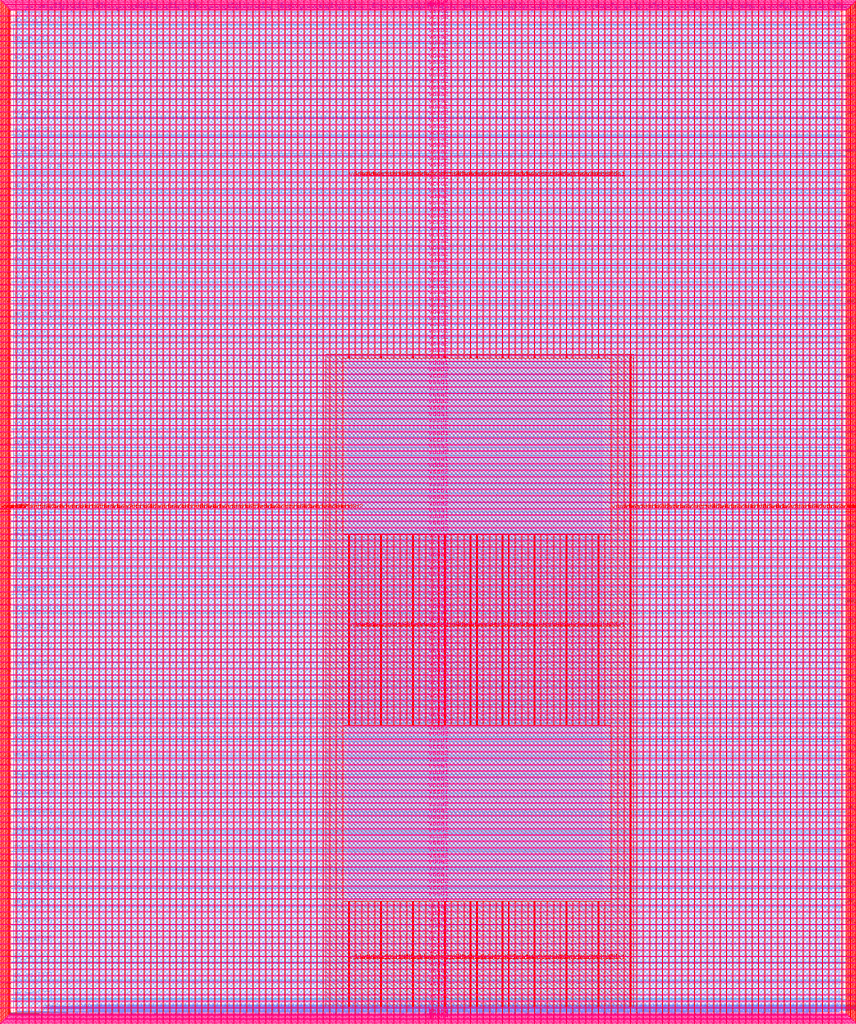
<source format=lef>
VERSION 5.7 ;
  NOWIREEXTENSIONATPIN ON ;
  DIVIDERCHAR "/" ;
  BUSBITCHARS "[]" ;
MACRO user_project_wrapper
  CLASS BLOCK ;
  FOREIGN user_project_wrapper ;
  ORIGIN 0.000 0.000 ;
  SIZE 2920.000 BY 3520.000 ;
  PIN analog_io[0]
    DIRECTION INOUT ;
    USE SIGNAL ;
    PORT
      LAYER met3 ;
        RECT 2917.600 1429.100 2924.800 1430.300 ;
    END
  END analog_io[0]
  PIN analog_io[10]
    DIRECTION INOUT ;
    USE SIGNAL ;
    PORT
      LAYER met2 ;
        RECT 2228.650 3517.600 2229.210 3524.800 ;
    END
  END analog_io[10]
  PIN analog_io[11]
    DIRECTION INOUT ;
    USE SIGNAL ;
    PORT
      LAYER met2 ;
        RECT 1904.810 3517.600 1905.370 3524.800 ;
    END
  END analog_io[11]
  PIN analog_io[12]
    DIRECTION INOUT ;
    USE SIGNAL ;
    PORT
      LAYER met2 ;
        RECT 1580.970 3517.600 1581.530 3524.800 ;
    END
  END analog_io[12]
  PIN analog_io[13]
    DIRECTION INOUT ;
    USE SIGNAL ;
    PORT
      LAYER met2 ;
        RECT 1257.130 3517.600 1257.690 3524.800 ;
    END
  END analog_io[13]
  PIN analog_io[14]
    DIRECTION INOUT ;
    USE SIGNAL ;
    PORT
      LAYER met2 ;
        RECT 933.290 3517.600 933.850 3524.800 ;
    END
  END analog_io[14]
  PIN analog_io[15]
    DIRECTION INOUT ;
    USE SIGNAL ;
    PORT
      LAYER met2 ;
        RECT 609.450 3517.600 610.010 3524.800 ;
    END
  END analog_io[15]
  PIN analog_io[16]
    DIRECTION INOUT ;
    USE SIGNAL ;
    PORT
      LAYER met2 ;
        RECT 285.610 3517.600 286.170 3524.800 ;
    END
  END analog_io[16]
  PIN analog_io[17]
    DIRECTION INOUT ;
    USE SIGNAL ;
    PORT
      LAYER met3 ;
        RECT -4.800 3471.140 2.400 3472.340 ;
    END
  END analog_io[17]
  PIN analog_io[18]
    DIRECTION INOUT ;
    USE SIGNAL ;
    PORT
      LAYER met3 ;
        RECT -4.800 3212.740 2.400 3213.940 ;
    END
  END analog_io[18]
  PIN analog_io[19]
    DIRECTION INOUT ;
    USE SIGNAL ;
    PORT
      LAYER met3 ;
        RECT -4.800 2954.340 2.400 2955.540 ;
    END
  END analog_io[19]
  PIN analog_io[1]
    DIRECTION INOUT ;
    USE SIGNAL ;
    PORT
      LAYER met3 ;
        RECT 2917.600 1692.940 2924.800 1694.140 ;
    END
  END analog_io[1]
  PIN analog_io[20]
    DIRECTION INOUT ;
    USE SIGNAL ;
    PORT
      LAYER met3 ;
        RECT -4.800 2695.940 2.400 2697.140 ;
    END
  END analog_io[20]
  PIN analog_io[21]
    DIRECTION INOUT ;
    USE SIGNAL ;
    PORT
      LAYER met3 ;
        RECT -4.800 2437.540 2.400 2438.740 ;
    END
  END analog_io[21]
  PIN analog_io[22]
    DIRECTION INOUT ;
    USE SIGNAL ;
    PORT
      LAYER met3 ;
        RECT -4.800 2179.140 2.400 2180.340 ;
    END
  END analog_io[22]
  PIN analog_io[23]
    DIRECTION INOUT ;
    USE SIGNAL ;
    PORT
      LAYER met3 ;
        RECT -4.800 1920.740 2.400 1921.940 ;
    END
  END analog_io[23]
  PIN analog_io[24]
    DIRECTION INOUT ;
    USE SIGNAL ;
    PORT
      LAYER met3 ;
        RECT -4.800 1662.340 2.400 1663.540 ;
    END
  END analog_io[24]
  PIN analog_io[25]
    DIRECTION INOUT ;
    USE SIGNAL ;
    PORT
      LAYER met3 ;
        RECT -4.800 1403.940 2.400 1405.140 ;
    END
  END analog_io[25]
  PIN analog_io[26]
    DIRECTION INOUT ;
    USE SIGNAL ;
    PORT
      LAYER met3 ;
        RECT -4.800 1145.540 2.400 1146.740 ;
    END
  END analog_io[26]
  PIN analog_io[27]
    DIRECTION INOUT ;
    USE SIGNAL ;
    PORT
      LAYER met3 ;
        RECT -4.800 887.140 2.400 888.340 ;
    END
  END analog_io[27]
  PIN analog_io[28]
    DIRECTION INOUT ;
    USE SIGNAL ;
    PORT
      LAYER met3 ;
        RECT -4.800 628.740 2.400 629.940 ;
    END
  END analog_io[28]
  PIN analog_io[2]
    DIRECTION INOUT ;
    USE SIGNAL ;
    PORT
      LAYER met3 ;
        RECT 2917.600 1956.780 2924.800 1957.980 ;
    END
  END analog_io[2]
  PIN analog_io[3]
    DIRECTION INOUT ;
    USE SIGNAL ;
    PORT
      LAYER met3 ;
        RECT 2917.600 2220.620 2924.800 2221.820 ;
    END
  END analog_io[3]
  PIN analog_io[4]
    DIRECTION INOUT ;
    USE SIGNAL ;
    PORT
      LAYER met3 ;
        RECT 2917.600 2484.460 2924.800 2485.660 ;
    END
  END analog_io[4]
  PIN analog_io[5]
    DIRECTION INOUT ;
    USE SIGNAL ;
    PORT
      LAYER met3 ;
        RECT 2917.600 2748.300 2924.800 2749.500 ;
    END
  END analog_io[5]
  PIN analog_io[6]
    DIRECTION INOUT ;
    USE SIGNAL ;
    PORT
      LAYER met3 ;
        RECT 2917.600 3012.140 2924.800 3013.340 ;
    END
  END analog_io[6]
  PIN analog_io[7]
    DIRECTION INOUT ;
    USE SIGNAL ;
    PORT
      LAYER met3 ;
        RECT 2917.600 3275.980 2924.800 3277.180 ;
    END
  END analog_io[7]
  PIN analog_io[8]
    DIRECTION INOUT ;
    USE SIGNAL ;
    PORT
      LAYER met2 ;
        RECT 2876.330 3517.600 2876.890 3524.800 ;
    END
  END analog_io[8]
  PIN analog_io[9]
    DIRECTION INOUT ;
    USE SIGNAL ;
    PORT
      LAYER met2 ;
        RECT 2552.490 3517.600 2553.050 3524.800 ;
    END
  END analog_io[9]
  PIN io_in[0]
    DIRECTION INPUT ;
    USE SIGNAL ;
    PORT
      LAYER met3 ;
        RECT 2917.600 43.940 2924.800 45.140 ;
    END
  END io_in[0]
  PIN io_in[10]
    DIRECTION INPUT ;
    USE SIGNAL ;
    PORT
      LAYER met3 ;
        RECT 2917.600 2286.580 2924.800 2287.780 ;
    END
  END io_in[10]
  PIN io_in[11]
    DIRECTION INPUT ;
    USE SIGNAL ;
    PORT
      LAYER met3 ;
        RECT 2917.600 2550.420 2924.800 2551.620 ;
    END
  END io_in[11]
  PIN io_in[12]
    DIRECTION INPUT ;
    USE SIGNAL ;
    PORT
      LAYER met3 ;
        RECT 2917.600 2814.260 2924.800 2815.460 ;
    END
  END io_in[12]
  PIN io_in[13]
    DIRECTION INPUT ;
    USE SIGNAL ;
    PORT
      LAYER met3 ;
        RECT 2917.600 3078.100 2924.800 3079.300 ;
    END
  END io_in[13]
  PIN io_in[14]
    DIRECTION INPUT ;
    USE SIGNAL ;
    PORT
      LAYER met3 ;
        RECT 2917.600 3341.940 2924.800 3343.140 ;
    END
  END io_in[14]
  PIN io_in[15]
    DIRECTION INPUT ;
    USE SIGNAL ;
    PORT
      LAYER met2 ;
        RECT 2795.370 3517.600 2795.930 3524.800 ;
    END
  END io_in[15]
  PIN io_in[16]
    DIRECTION INPUT ;
    USE SIGNAL ;
    PORT
      LAYER met2 ;
        RECT 2471.530 3517.600 2472.090 3524.800 ;
    END
  END io_in[16]
  PIN io_in[17]
    DIRECTION INPUT ;
    USE SIGNAL ;
    PORT
      LAYER met2 ;
        RECT 2147.690 3517.600 2148.250 3524.800 ;
    END
  END io_in[17]
  PIN io_in[18]
    DIRECTION INPUT ;
    USE SIGNAL ;
    PORT
      LAYER met2 ;
        RECT 1823.850 3517.600 1824.410 3524.800 ;
    END
  END io_in[18]
  PIN io_in[19]
    DIRECTION INPUT ;
    USE SIGNAL ;
    PORT
      LAYER met2 ;
        RECT 1500.010 3517.600 1500.570 3524.800 ;
    END
  END io_in[19]
  PIN io_in[1]
    DIRECTION INPUT ;
    USE SIGNAL ;
    PORT
      LAYER met3 ;
        RECT 2917.600 241.820 2924.800 243.020 ;
    END
  END io_in[1]
  PIN io_in[20]
    DIRECTION INPUT ;
    USE SIGNAL ;
    PORT
      LAYER met2 ;
        RECT 1176.170 3517.600 1176.730 3524.800 ;
    END
  END io_in[20]
  PIN io_in[21]
    DIRECTION INPUT ;
    USE SIGNAL ;
    PORT
      LAYER met2 ;
        RECT 852.330 3517.600 852.890 3524.800 ;
    END
  END io_in[21]
  PIN io_in[22]
    DIRECTION INPUT ;
    USE SIGNAL ;
    PORT
      LAYER met2 ;
        RECT 528.490 3517.600 529.050 3524.800 ;
    END
  END io_in[22]
  PIN io_in[23]
    DIRECTION INPUT ;
    USE SIGNAL ;
    PORT
      LAYER met2 ;
        RECT 204.650 3517.600 205.210 3524.800 ;
    END
  END io_in[23]
  PIN io_in[24]
    DIRECTION INPUT ;
    USE SIGNAL ;
    PORT
      LAYER met3 ;
        RECT -4.800 3406.540 2.400 3407.740 ;
    END
  END io_in[24]
  PIN io_in[25]
    DIRECTION INPUT ;
    USE SIGNAL ;
    PORT
      LAYER met3 ;
        RECT -4.800 3148.140 2.400 3149.340 ;
    END
  END io_in[25]
  PIN io_in[26]
    DIRECTION INPUT ;
    USE SIGNAL ;
    PORT
      LAYER met3 ;
        RECT -4.800 2889.740 2.400 2890.940 ;
    END
  END io_in[26]
  PIN io_in[27]
    DIRECTION INPUT ;
    USE SIGNAL ;
    PORT
      LAYER met3 ;
        RECT -4.800 2631.340 2.400 2632.540 ;
    END
  END io_in[27]
  PIN io_in[28]
    DIRECTION INPUT ;
    USE SIGNAL ;
    PORT
      LAYER met3 ;
        RECT -4.800 2372.940 2.400 2374.140 ;
    END
  END io_in[28]
  PIN io_in[29]
    DIRECTION INPUT ;
    USE SIGNAL ;
    PORT
      LAYER met3 ;
        RECT -4.800 2114.540 2.400 2115.740 ;
    END
  END io_in[29]
  PIN io_in[2]
    DIRECTION INPUT ;
    USE SIGNAL ;
    PORT
      LAYER met3 ;
        RECT 2917.600 439.700 2924.800 440.900 ;
    END
  END io_in[2]
  PIN io_in[30]
    DIRECTION INPUT ;
    USE SIGNAL ;
    PORT
      LAYER met3 ;
        RECT -4.800 1856.140 2.400 1857.340 ;
    END
  END io_in[30]
  PIN io_in[31]
    DIRECTION INPUT ;
    USE SIGNAL ;
    PORT
      LAYER met3 ;
        RECT -4.800 1597.740 2.400 1598.940 ;
    END
  END io_in[31]
  PIN io_in[32]
    DIRECTION INPUT ;
    USE SIGNAL ;
    PORT
      LAYER met3 ;
        RECT -4.800 1339.340 2.400 1340.540 ;
    END
  END io_in[32]
  PIN io_in[33]
    DIRECTION INPUT ;
    USE SIGNAL ;
    PORT
      LAYER met3 ;
        RECT -4.800 1080.940 2.400 1082.140 ;
    END
  END io_in[33]
  PIN io_in[34]
    DIRECTION INPUT ;
    USE SIGNAL ;
    PORT
      LAYER met3 ;
        RECT -4.800 822.540 2.400 823.740 ;
    END
  END io_in[34]
  PIN io_in[35]
    DIRECTION INPUT ;
    USE SIGNAL ;
    PORT
      LAYER met3 ;
        RECT -4.800 564.140 2.400 565.340 ;
    END
  END io_in[35]
  PIN io_in[36]
    DIRECTION INPUT ;
    USE SIGNAL ;
    PORT
      LAYER met3 ;
        RECT -4.800 370.340 2.400 371.540 ;
    END
  END io_in[36]
  PIN io_in[37]
    DIRECTION INPUT ;
    USE SIGNAL ;
    PORT
      LAYER met3 ;
        RECT -4.800 176.540 2.400 177.740 ;
    END
  END io_in[37]
  PIN io_in[3]
    DIRECTION INPUT ;
    USE SIGNAL ;
    PORT
      LAYER met3 ;
        RECT 2917.600 637.580 2924.800 638.780 ;
    END
  END io_in[3]
  PIN io_in[4]
    DIRECTION INPUT ;
    USE SIGNAL ;
    PORT
      LAYER met3 ;
        RECT 2917.600 835.460 2924.800 836.660 ;
    END
  END io_in[4]
  PIN io_in[5]
    DIRECTION INPUT ;
    USE SIGNAL ;
    PORT
      LAYER met3 ;
        RECT 2917.600 1033.340 2924.800 1034.540 ;
    END
  END io_in[5]
  PIN io_in[6]
    DIRECTION INPUT ;
    USE SIGNAL ;
    PORT
      LAYER met3 ;
        RECT 2917.600 1231.220 2924.800 1232.420 ;
    END
  END io_in[6]
  PIN io_in[7]
    DIRECTION INPUT ;
    USE SIGNAL ;
    PORT
      LAYER met3 ;
        RECT 2917.600 1495.060 2924.800 1496.260 ;
    END
  END io_in[7]
  PIN io_in[8]
    DIRECTION INPUT ;
    USE SIGNAL ;
    PORT
      LAYER met3 ;
        RECT 2917.600 1758.900 2924.800 1760.100 ;
    END
  END io_in[8]
  PIN io_in[9]
    DIRECTION INPUT ;
    USE SIGNAL ;
    PORT
      LAYER met3 ;
        RECT 2917.600 2022.740 2924.800 2023.940 ;
    END
  END io_in[9]
  PIN io_oeb[0]
    DIRECTION OUTPUT TRISTATE ;
    USE SIGNAL ;
    PORT
      LAYER met3 ;
        RECT 2917.600 175.860 2924.800 177.060 ;
    END
  END io_oeb[0]
  PIN io_oeb[10]
    DIRECTION OUTPUT TRISTATE ;
    USE SIGNAL ;
    PORT
      LAYER met3 ;
        RECT 2917.600 2418.500 2924.800 2419.700 ;
    END
  END io_oeb[10]
  PIN io_oeb[11]
    DIRECTION OUTPUT TRISTATE ;
    USE SIGNAL ;
    PORT
      LAYER met3 ;
        RECT 2917.600 2682.340 2924.800 2683.540 ;
    END
  END io_oeb[11]
  PIN io_oeb[12]
    DIRECTION OUTPUT TRISTATE ;
    USE SIGNAL ;
    PORT
      LAYER met3 ;
        RECT 2917.600 2946.180 2924.800 2947.380 ;
    END
  END io_oeb[12]
  PIN io_oeb[13]
    DIRECTION OUTPUT TRISTATE ;
    USE SIGNAL ;
    PORT
      LAYER met3 ;
        RECT 2917.600 3210.020 2924.800 3211.220 ;
    END
  END io_oeb[13]
  PIN io_oeb[14]
    DIRECTION OUTPUT TRISTATE ;
    USE SIGNAL ;
    PORT
      LAYER met3 ;
        RECT 2917.600 3473.860 2924.800 3475.060 ;
    END
  END io_oeb[14]
  PIN io_oeb[15]
    DIRECTION OUTPUT TRISTATE ;
    USE SIGNAL ;
    PORT
      LAYER met2 ;
        RECT 2633.450 3517.600 2634.010 3524.800 ;
    END
  END io_oeb[15]
  PIN io_oeb[16]
    DIRECTION OUTPUT TRISTATE ;
    USE SIGNAL ;
    PORT
      LAYER met2 ;
        RECT 2309.610 3517.600 2310.170 3524.800 ;
    END
  END io_oeb[16]
  PIN io_oeb[17]
    DIRECTION OUTPUT TRISTATE ;
    USE SIGNAL ;
    PORT
      LAYER met2 ;
        RECT 1985.770 3517.600 1986.330 3524.800 ;
    END
  END io_oeb[17]
  PIN io_oeb[18]
    DIRECTION OUTPUT TRISTATE ;
    USE SIGNAL ;
    PORT
      LAYER met2 ;
        RECT 1661.930 3517.600 1662.490 3524.800 ;
    END
  END io_oeb[18]
  PIN io_oeb[19]
    DIRECTION OUTPUT TRISTATE ;
    USE SIGNAL ;
    PORT
      LAYER met2 ;
        RECT 1338.090 3517.600 1338.650 3524.800 ;
    END
  END io_oeb[19]
  PIN io_oeb[1]
    DIRECTION OUTPUT TRISTATE ;
    USE SIGNAL ;
    PORT
      LAYER met3 ;
        RECT 2917.600 373.740 2924.800 374.940 ;
    END
  END io_oeb[1]
  PIN io_oeb[20]
    DIRECTION OUTPUT TRISTATE ;
    USE SIGNAL ;
    PORT
      LAYER met2 ;
        RECT 1014.250 3517.600 1014.810 3524.800 ;
    END
  END io_oeb[20]
  PIN io_oeb[21]
    DIRECTION OUTPUT TRISTATE ;
    USE SIGNAL ;
    PORT
      LAYER met2 ;
        RECT 690.410 3517.600 690.970 3524.800 ;
    END
  END io_oeb[21]
  PIN io_oeb[22]
    DIRECTION OUTPUT TRISTATE ;
    USE SIGNAL ;
    PORT
      LAYER met2 ;
        RECT 366.570 3517.600 367.130 3524.800 ;
    END
  END io_oeb[22]
  PIN io_oeb[23]
    DIRECTION OUTPUT TRISTATE ;
    USE SIGNAL ;
    PORT
      LAYER met2 ;
        RECT 42.730 3517.600 43.290 3524.800 ;
    END
  END io_oeb[23]
  PIN io_oeb[24]
    DIRECTION OUTPUT TRISTATE ;
    USE SIGNAL ;
    PORT
      LAYER met3 ;
        RECT -4.800 3277.340 2.400 3278.540 ;
    END
  END io_oeb[24]
  PIN io_oeb[25]
    DIRECTION OUTPUT TRISTATE ;
    USE SIGNAL ;
    PORT
      LAYER met3 ;
        RECT -4.800 3018.940 2.400 3020.140 ;
    END
  END io_oeb[25]
  PIN io_oeb[26]
    DIRECTION OUTPUT TRISTATE ;
    USE SIGNAL ;
    PORT
      LAYER met3 ;
        RECT -4.800 2760.540 2.400 2761.740 ;
    END
  END io_oeb[26]
  PIN io_oeb[27]
    DIRECTION OUTPUT TRISTATE ;
    USE SIGNAL ;
    PORT
      LAYER met3 ;
        RECT -4.800 2502.140 2.400 2503.340 ;
    END
  END io_oeb[27]
  PIN io_oeb[28]
    DIRECTION OUTPUT TRISTATE ;
    USE SIGNAL ;
    PORT
      LAYER met3 ;
        RECT -4.800 2243.740 2.400 2244.940 ;
    END
  END io_oeb[28]
  PIN io_oeb[29]
    DIRECTION OUTPUT TRISTATE ;
    USE SIGNAL ;
    PORT
      LAYER met3 ;
        RECT -4.800 1985.340 2.400 1986.540 ;
    END
  END io_oeb[29]
  PIN io_oeb[2]
    DIRECTION OUTPUT TRISTATE ;
    USE SIGNAL ;
    PORT
      LAYER met3 ;
        RECT 2917.600 571.620 2924.800 572.820 ;
    END
  END io_oeb[2]
  PIN io_oeb[30]
    DIRECTION OUTPUT TRISTATE ;
    USE SIGNAL ;
    PORT
      LAYER met3 ;
        RECT -4.800 1726.940 2.400 1728.140 ;
    END
  END io_oeb[30]
  PIN io_oeb[31]
    DIRECTION OUTPUT TRISTATE ;
    USE SIGNAL ;
    PORT
      LAYER met3 ;
        RECT -4.800 1468.540 2.400 1469.740 ;
    END
  END io_oeb[31]
  PIN io_oeb[32]
    DIRECTION OUTPUT TRISTATE ;
    USE SIGNAL ;
    PORT
      LAYER met3 ;
        RECT -4.800 1210.140 2.400 1211.340 ;
    END
  END io_oeb[32]
  PIN io_oeb[33]
    DIRECTION OUTPUT TRISTATE ;
    USE SIGNAL ;
    PORT
      LAYER met3 ;
        RECT -4.800 951.740 2.400 952.940 ;
    END
  END io_oeb[33]
  PIN io_oeb[34]
    DIRECTION OUTPUT TRISTATE ;
    USE SIGNAL ;
    PORT
      LAYER met3 ;
        RECT -4.800 693.340 2.400 694.540 ;
    END
  END io_oeb[34]
  PIN io_oeb[35]
    DIRECTION OUTPUT TRISTATE ;
    USE SIGNAL ;
    PORT
      LAYER met3 ;
        RECT -4.800 434.940 2.400 436.140 ;
    END
  END io_oeb[35]
  PIN io_oeb[36]
    DIRECTION OUTPUT TRISTATE ;
    USE SIGNAL ;
    PORT
      LAYER met3 ;
        RECT -4.800 241.140 2.400 242.340 ;
    END
  END io_oeb[36]
  PIN io_oeb[37]
    DIRECTION OUTPUT TRISTATE ;
    USE SIGNAL ;
    PORT
      LAYER met3 ;
        RECT -4.800 47.340 2.400 48.540 ;
    END
  END io_oeb[37]
  PIN io_oeb[3]
    DIRECTION OUTPUT TRISTATE ;
    USE SIGNAL ;
    PORT
      LAYER met3 ;
        RECT 2917.600 769.500 2924.800 770.700 ;
    END
  END io_oeb[3]
  PIN io_oeb[4]
    DIRECTION OUTPUT TRISTATE ;
    USE SIGNAL ;
    PORT
      LAYER met3 ;
        RECT 2917.600 967.380 2924.800 968.580 ;
    END
  END io_oeb[4]
  PIN io_oeb[5]
    DIRECTION OUTPUT TRISTATE ;
    USE SIGNAL ;
    PORT
      LAYER met3 ;
        RECT 2917.600 1165.260 2924.800 1166.460 ;
    END
  END io_oeb[5]
  PIN io_oeb[6]
    DIRECTION OUTPUT TRISTATE ;
    USE SIGNAL ;
    PORT
      LAYER met3 ;
        RECT 2917.600 1363.140 2924.800 1364.340 ;
    END
  END io_oeb[6]
  PIN io_oeb[7]
    DIRECTION OUTPUT TRISTATE ;
    USE SIGNAL ;
    PORT
      LAYER met3 ;
        RECT 2917.600 1626.980 2924.800 1628.180 ;
    END
  END io_oeb[7]
  PIN io_oeb[8]
    DIRECTION OUTPUT TRISTATE ;
    USE SIGNAL ;
    PORT
      LAYER met3 ;
        RECT 2917.600 1890.820 2924.800 1892.020 ;
    END
  END io_oeb[8]
  PIN io_oeb[9]
    DIRECTION OUTPUT TRISTATE ;
    USE SIGNAL ;
    PORT
      LAYER met3 ;
        RECT 2917.600 2154.660 2924.800 2155.860 ;
    END
  END io_oeb[9]
  PIN io_out[0]
    DIRECTION OUTPUT TRISTATE ;
    USE SIGNAL ;
    PORT
      LAYER met3 ;
        RECT 2917.600 109.900 2924.800 111.100 ;
    END
  END io_out[0]
  PIN io_out[10]
    DIRECTION OUTPUT TRISTATE ;
    USE SIGNAL ;
    PORT
      LAYER met3 ;
        RECT 2917.600 2352.540 2924.800 2353.740 ;
    END
  END io_out[10]
  PIN io_out[11]
    DIRECTION OUTPUT TRISTATE ;
    USE SIGNAL ;
    PORT
      LAYER met3 ;
        RECT 2917.600 2616.380 2924.800 2617.580 ;
    END
  END io_out[11]
  PIN io_out[12]
    DIRECTION OUTPUT TRISTATE ;
    USE SIGNAL ;
    PORT
      LAYER met3 ;
        RECT 2917.600 2880.220 2924.800 2881.420 ;
    END
  END io_out[12]
  PIN io_out[13]
    DIRECTION OUTPUT TRISTATE ;
    USE SIGNAL ;
    PORT
      LAYER met3 ;
        RECT 2917.600 3144.060 2924.800 3145.260 ;
    END
  END io_out[13]
  PIN io_out[14]
    DIRECTION OUTPUT TRISTATE ;
    USE SIGNAL ;
    PORT
      LAYER met3 ;
        RECT 2917.600 3407.900 2924.800 3409.100 ;
    END
  END io_out[14]
  PIN io_out[15]
    DIRECTION OUTPUT TRISTATE ;
    USE SIGNAL ;
    PORT
      LAYER met2 ;
        RECT 2714.410 3517.600 2714.970 3524.800 ;
    END
  END io_out[15]
  PIN io_out[16]
    DIRECTION OUTPUT TRISTATE ;
    USE SIGNAL ;
    PORT
      LAYER met2 ;
        RECT 2390.570 3517.600 2391.130 3524.800 ;
    END
  END io_out[16]
  PIN io_out[17]
    DIRECTION OUTPUT TRISTATE ;
    USE SIGNAL ;
    PORT
      LAYER met2 ;
        RECT 2066.730 3517.600 2067.290 3524.800 ;
    END
  END io_out[17]
  PIN io_out[18]
    DIRECTION OUTPUT TRISTATE ;
    USE SIGNAL ;
    PORT
      LAYER met2 ;
        RECT 1742.890 3517.600 1743.450 3524.800 ;
    END
  END io_out[18]
  PIN io_out[19]
    DIRECTION OUTPUT TRISTATE ;
    USE SIGNAL ;
    PORT
      LAYER met2 ;
        RECT 1419.050 3517.600 1419.610 3524.800 ;
    END
  END io_out[19]
  PIN io_out[1]
    DIRECTION OUTPUT TRISTATE ;
    USE SIGNAL ;
    PORT
      LAYER met3 ;
        RECT 2917.600 307.780 2924.800 308.980 ;
    END
  END io_out[1]
  PIN io_out[20]
    DIRECTION OUTPUT TRISTATE ;
    USE SIGNAL ;
    PORT
      LAYER met2 ;
        RECT 1095.210 3517.600 1095.770 3524.800 ;
    END
  END io_out[20]
  PIN io_out[21]
    DIRECTION OUTPUT TRISTATE ;
    USE SIGNAL ;
    PORT
      LAYER met2 ;
        RECT 771.370 3517.600 771.930 3524.800 ;
    END
  END io_out[21]
  PIN io_out[22]
    DIRECTION OUTPUT TRISTATE ;
    USE SIGNAL ;
    PORT
      LAYER met2 ;
        RECT 447.530 3517.600 448.090 3524.800 ;
    END
  END io_out[22]
  PIN io_out[23]
    DIRECTION OUTPUT TRISTATE ;
    USE SIGNAL ;
    PORT
      LAYER met2 ;
        RECT 123.690 3517.600 124.250 3524.800 ;
    END
  END io_out[23]
  PIN io_out[24]
    DIRECTION OUTPUT TRISTATE ;
    USE SIGNAL ;
    PORT
      LAYER met3 ;
        RECT -4.800 3341.940 2.400 3343.140 ;
    END
  END io_out[24]
  PIN io_out[25]
    DIRECTION OUTPUT TRISTATE ;
    USE SIGNAL ;
    PORT
      LAYER met3 ;
        RECT -4.800 3083.540 2.400 3084.740 ;
    END
  END io_out[25]
  PIN io_out[26]
    DIRECTION OUTPUT TRISTATE ;
    USE SIGNAL ;
    PORT
      LAYER met3 ;
        RECT -4.800 2825.140 2.400 2826.340 ;
    END
  END io_out[26]
  PIN io_out[27]
    DIRECTION OUTPUT TRISTATE ;
    USE SIGNAL ;
    PORT
      LAYER met3 ;
        RECT -4.800 2566.740 2.400 2567.940 ;
    END
  END io_out[27]
  PIN io_out[28]
    DIRECTION OUTPUT TRISTATE ;
    USE SIGNAL ;
    PORT
      LAYER met3 ;
        RECT -4.800 2308.340 2.400 2309.540 ;
    END
  END io_out[28]
  PIN io_out[29]
    DIRECTION OUTPUT TRISTATE ;
    USE SIGNAL ;
    PORT
      LAYER met3 ;
        RECT -4.800 2049.940 2.400 2051.140 ;
    END
  END io_out[29]
  PIN io_out[2]
    DIRECTION OUTPUT TRISTATE ;
    USE SIGNAL ;
    PORT
      LAYER met3 ;
        RECT 2917.600 505.660 2924.800 506.860 ;
    END
  END io_out[2]
  PIN io_out[30]
    DIRECTION OUTPUT TRISTATE ;
    USE SIGNAL ;
    PORT
      LAYER met3 ;
        RECT -4.800 1791.540 2.400 1792.740 ;
    END
  END io_out[30]
  PIN io_out[31]
    DIRECTION OUTPUT TRISTATE ;
    USE SIGNAL ;
    PORT
      LAYER met3 ;
        RECT -4.800 1533.140 2.400 1534.340 ;
    END
  END io_out[31]
  PIN io_out[32]
    DIRECTION OUTPUT TRISTATE ;
    USE SIGNAL ;
    PORT
      LAYER met3 ;
        RECT -4.800 1274.740 2.400 1275.940 ;
    END
  END io_out[32]
  PIN io_out[33]
    DIRECTION OUTPUT TRISTATE ;
    USE SIGNAL ;
    PORT
      LAYER met3 ;
        RECT -4.800 1016.340 2.400 1017.540 ;
    END
  END io_out[33]
  PIN io_out[34]
    DIRECTION OUTPUT TRISTATE ;
    USE SIGNAL ;
    PORT
      LAYER met3 ;
        RECT -4.800 757.940 2.400 759.140 ;
    END
  END io_out[34]
  PIN io_out[35]
    DIRECTION OUTPUT TRISTATE ;
    USE SIGNAL ;
    PORT
      LAYER met3 ;
        RECT -4.800 499.540 2.400 500.740 ;
    END
  END io_out[35]
  PIN io_out[36]
    DIRECTION OUTPUT TRISTATE ;
    USE SIGNAL ;
    PORT
      LAYER met3 ;
        RECT -4.800 305.740 2.400 306.940 ;
    END
  END io_out[36]
  PIN io_out[37]
    DIRECTION OUTPUT TRISTATE ;
    USE SIGNAL ;
    PORT
      LAYER met3 ;
        RECT -4.800 111.940 2.400 113.140 ;
    END
  END io_out[37]
  PIN io_out[3]
    DIRECTION OUTPUT TRISTATE ;
    USE SIGNAL ;
    PORT
      LAYER met3 ;
        RECT 2917.600 703.540 2924.800 704.740 ;
    END
  END io_out[3]
  PIN io_out[4]
    DIRECTION OUTPUT TRISTATE ;
    USE SIGNAL ;
    PORT
      LAYER met3 ;
        RECT 2917.600 901.420 2924.800 902.620 ;
    END
  END io_out[4]
  PIN io_out[5]
    DIRECTION OUTPUT TRISTATE ;
    USE SIGNAL ;
    PORT
      LAYER met3 ;
        RECT 2917.600 1099.300 2924.800 1100.500 ;
    END
  END io_out[5]
  PIN io_out[6]
    DIRECTION OUTPUT TRISTATE ;
    USE SIGNAL ;
    PORT
      LAYER met3 ;
        RECT 2917.600 1297.180 2924.800 1298.380 ;
    END
  END io_out[6]
  PIN io_out[7]
    DIRECTION OUTPUT TRISTATE ;
    USE SIGNAL ;
    PORT
      LAYER met3 ;
        RECT 2917.600 1561.020 2924.800 1562.220 ;
    END
  END io_out[7]
  PIN io_out[8]
    DIRECTION OUTPUT TRISTATE ;
    USE SIGNAL ;
    PORT
      LAYER met3 ;
        RECT 2917.600 1824.860 2924.800 1826.060 ;
    END
  END io_out[8]
  PIN io_out[9]
    DIRECTION OUTPUT TRISTATE ;
    USE SIGNAL ;
    PORT
      LAYER met3 ;
        RECT 2917.600 2088.700 2924.800 2089.900 ;
    END
  END io_out[9]
  PIN la_data_in[0]
    DIRECTION INPUT ;
    USE SIGNAL ;
    PORT
      LAYER met2 ;
        RECT 683.970 -4.800 684.530 2.400 ;
    END
  END la_data_in[0]
  PIN la_data_in[100]
    DIRECTION INPUT ;
    USE SIGNAL ;
    PORT
      LAYER met2 ;
        RECT 2339.970 -4.800 2340.530 2.400 ;
    END
  END la_data_in[100]
  PIN la_data_in[101]
    DIRECTION INPUT ;
    USE SIGNAL ;
    PORT
      LAYER met2 ;
        RECT 2356.530 -4.800 2357.090 2.400 ;
    END
  END la_data_in[101]
  PIN la_data_in[102]
    DIRECTION INPUT ;
    USE SIGNAL ;
    PORT
      LAYER met2 ;
        RECT 2373.090 -4.800 2373.650 2.400 ;
    END
  END la_data_in[102]
  PIN la_data_in[103]
    DIRECTION INPUT ;
    USE SIGNAL ;
    PORT
      LAYER met2 ;
        RECT 2389.650 -4.800 2390.210 2.400 ;
    END
  END la_data_in[103]
  PIN la_data_in[104]
    DIRECTION INPUT ;
    USE SIGNAL ;
    PORT
      LAYER met2 ;
        RECT 2406.210 -4.800 2406.770 2.400 ;
    END
  END la_data_in[104]
  PIN la_data_in[105]
    DIRECTION INPUT ;
    USE SIGNAL ;
    PORT
      LAYER met2 ;
        RECT 2422.770 -4.800 2423.330 2.400 ;
    END
  END la_data_in[105]
  PIN la_data_in[106]
    DIRECTION INPUT ;
    USE SIGNAL ;
    PORT
      LAYER met2 ;
        RECT 2439.330 -4.800 2439.890 2.400 ;
    END
  END la_data_in[106]
  PIN la_data_in[107]
    DIRECTION INPUT ;
    USE SIGNAL ;
    PORT
      LAYER met2 ;
        RECT 2455.890 -4.800 2456.450 2.400 ;
    END
  END la_data_in[107]
  PIN la_data_in[108]
    DIRECTION INPUT ;
    USE SIGNAL ;
    PORT
      LAYER met2 ;
        RECT 2472.450 -4.800 2473.010 2.400 ;
    END
  END la_data_in[108]
  PIN la_data_in[109]
    DIRECTION INPUT ;
    USE SIGNAL ;
    PORT
      LAYER met2 ;
        RECT 2489.010 -4.800 2489.570 2.400 ;
    END
  END la_data_in[109]
  PIN la_data_in[10]
    DIRECTION INPUT ;
    USE SIGNAL ;
    PORT
      LAYER met2 ;
        RECT 849.570 -4.800 850.130 2.400 ;
    END
  END la_data_in[10]
  PIN la_data_in[110]
    DIRECTION INPUT ;
    USE SIGNAL ;
    PORT
      LAYER met2 ;
        RECT 2505.570 -4.800 2506.130 2.400 ;
    END
  END la_data_in[110]
  PIN la_data_in[111]
    DIRECTION INPUT ;
    USE SIGNAL ;
    PORT
      LAYER met2 ;
        RECT 2522.130 -4.800 2522.690 2.400 ;
    END
  END la_data_in[111]
  PIN la_data_in[112]
    DIRECTION INPUT ;
    USE SIGNAL ;
    PORT
      LAYER met2 ;
        RECT 2538.690 -4.800 2539.250 2.400 ;
    END
  END la_data_in[112]
  PIN la_data_in[113]
    DIRECTION INPUT ;
    USE SIGNAL ;
    PORT
      LAYER met2 ;
        RECT 2555.250 -4.800 2555.810 2.400 ;
    END
  END la_data_in[113]
  PIN la_data_in[114]
    DIRECTION INPUT ;
    USE SIGNAL ;
    PORT
      LAYER met2 ;
        RECT 2571.810 -4.800 2572.370 2.400 ;
    END
  END la_data_in[114]
  PIN la_data_in[115]
    DIRECTION INPUT ;
    USE SIGNAL ;
    PORT
      LAYER met2 ;
        RECT 2588.370 -4.800 2588.930 2.400 ;
    END
  END la_data_in[115]
  PIN la_data_in[116]
    DIRECTION INPUT ;
    USE SIGNAL ;
    PORT
      LAYER met2 ;
        RECT 2604.930 -4.800 2605.490 2.400 ;
    END
  END la_data_in[116]
  PIN la_data_in[117]
    DIRECTION INPUT ;
    USE SIGNAL ;
    PORT
      LAYER met2 ;
        RECT 2621.490 -4.800 2622.050 2.400 ;
    END
  END la_data_in[117]
  PIN la_data_in[118]
    DIRECTION INPUT ;
    USE SIGNAL ;
    PORT
      LAYER met2 ;
        RECT 2638.050 -4.800 2638.610 2.400 ;
    END
  END la_data_in[118]
  PIN la_data_in[119]
    DIRECTION INPUT ;
    USE SIGNAL ;
    PORT
      LAYER met2 ;
        RECT 2654.610 -4.800 2655.170 2.400 ;
    END
  END la_data_in[119]
  PIN la_data_in[11]
    DIRECTION INPUT ;
    USE SIGNAL ;
    PORT
      LAYER met2 ;
        RECT 866.130 -4.800 866.690 2.400 ;
    END
  END la_data_in[11]
  PIN la_data_in[120]
    DIRECTION INPUT ;
    USE SIGNAL ;
    PORT
      LAYER met2 ;
        RECT 2671.170 -4.800 2671.730 2.400 ;
    END
  END la_data_in[120]
  PIN la_data_in[121]
    DIRECTION INPUT ;
    USE SIGNAL ;
    PORT
      LAYER met2 ;
        RECT 2687.730 -4.800 2688.290 2.400 ;
    END
  END la_data_in[121]
  PIN la_data_in[122]
    DIRECTION INPUT ;
    USE SIGNAL ;
    PORT
      LAYER met2 ;
        RECT 2704.290 -4.800 2704.850 2.400 ;
    END
  END la_data_in[122]
  PIN la_data_in[123]
    DIRECTION INPUT ;
    USE SIGNAL ;
    PORT
      LAYER met2 ;
        RECT 2720.850 -4.800 2721.410 2.400 ;
    END
  END la_data_in[123]
  PIN la_data_in[124]
    DIRECTION INPUT ;
    USE SIGNAL ;
    PORT
      LAYER met2 ;
        RECT 2737.410 -4.800 2737.970 2.400 ;
    END
  END la_data_in[124]
  PIN la_data_in[125]
    DIRECTION INPUT ;
    USE SIGNAL ;
    PORT
      LAYER met2 ;
        RECT 2753.970 -4.800 2754.530 2.400 ;
    END
  END la_data_in[125]
  PIN la_data_in[126]
    DIRECTION INPUT ;
    USE SIGNAL ;
    PORT
      LAYER met2 ;
        RECT 2770.530 -4.800 2771.090 2.400 ;
    END
  END la_data_in[126]
  PIN la_data_in[127]
    DIRECTION INPUT ;
    USE SIGNAL ;
    PORT
      LAYER met2 ;
        RECT 2787.090 -4.800 2787.650 2.400 ;
    END
  END la_data_in[127]
  PIN la_data_in[12]
    DIRECTION INPUT ;
    USE SIGNAL ;
    PORT
      LAYER met2 ;
        RECT 882.690 -4.800 883.250 2.400 ;
    END
  END la_data_in[12]
  PIN la_data_in[13]
    DIRECTION INPUT ;
    USE SIGNAL ;
    PORT
      LAYER met2 ;
        RECT 899.250 -4.800 899.810 2.400 ;
    END
  END la_data_in[13]
  PIN la_data_in[14]
    DIRECTION INPUT ;
    USE SIGNAL ;
    PORT
      LAYER met2 ;
        RECT 915.810 -4.800 916.370 2.400 ;
    END
  END la_data_in[14]
  PIN la_data_in[15]
    DIRECTION INPUT ;
    USE SIGNAL ;
    PORT
      LAYER met2 ;
        RECT 932.370 -4.800 932.930 2.400 ;
    END
  END la_data_in[15]
  PIN la_data_in[16]
    DIRECTION INPUT ;
    USE SIGNAL ;
    PORT
      LAYER met2 ;
        RECT 948.930 -4.800 949.490 2.400 ;
    END
  END la_data_in[16]
  PIN la_data_in[17]
    DIRECTION INPUT ;
    USE SIGNAL ;
    PORT
      LAYER met2 ;
        RECT 965.490 -4.800 966.050 2.400 ;
    END
  END la_data_in[17]
  PIN la_data_in[18]
    DIRECTION INPUT ;
    USE SIGNAL ;
    PORT
      LAYER met2 ;
        RECT 982.050 -4.800 982.610 2.400 ;
    END
  END la_data_in[18]
  PIN la_data_in[19]
    DIRECTION INPUT ;
    USE SIGNAL ;
    PORT
      LAYER met2 ;
        RECT 998.610 -4.800 999.170 2.400 ;
    END
  END la_data_in[19]
  PIN la_data_in[1]
    DIRECTION INPUT ;
    USE SIGNAL ;
    PORT
      LAYER met2 ;
        RECT 700.530 -4.800 701.090 2.400 ;
    END
  END la_data_in[1]
  PIN la_data_in[20]
    DIRECTION INPUT ;
    USE SIGNAL ;
    PORT
      LAYER met2 ;
        RECT 1015.170 -4.800 1015.730 2.400 ;
    END
  END la_data_in[20]
  PIN la_data_in[21]
    DIRECTION INPUT ;
    USE SIGNAL ;
    PORT
      LAYER met2 ;
        RECT 1031.730 -4.800 1032.290 2.400 ;
    END
  END la_data_in[21]
  PIN la_data_in[22]
    DIRECTION INPUT ;
    USE SIGNAL ;
    PORT
      LAYER met2 ;
        RECT 1048.290 -4.800 1048.850 2.400 ;
    END
  END la_data_in[22]
  PIN la_data_in[23]
    DIRECTION INPUT ;
    USE SIGNAL ;
    PORT
      LAYER met2 ;
        RECT 1064.850 -4.800 1065.410 2.400 ;
    END
  END la_data_in[23]
  PIN la_data_in[24]
    DIRECTION INPUT ;
    USE SIGNAL ;
    PORT
      LAYER met2 ;
        RECT 1081.410 -4.800 1081.970 2.400 ;
    END
  END la_data_in[24]
  PIN la_data_in[25]
    DIRECTION INPUT ;
    USE SIGNAL ;
    PORT
      LAYER met2 ;
        RECT 1097.970 -4.800 1098.530 2.400 ;
    END
  END la_data_in[25]
  PIN la_data_in[26]
    DIRECTION INPUT ;
    USE SIGNAL ;
    PORT
      LAYER met2 ;
        RECT 1114.530 -4.800 1115.090 2.400 ;
    END
  END la_data_in[26]
  PIN la_data_in[27]
    DIRECTION INPUT ;
    USE SIGNAL ;
    PORT
      LAYER met2 ;
        RECT 1131.090 -4.800 1131.650 2.400 ;
    END
  END la_data_in[27]
  PIN la_data_in[28]
    DIRECTION INPUT ;
    USE SIGNAL ;
    PORT
      LAYER met2 ;
        RECT 1147.650 -4.800 1148.210 2.400 ;
    END
  END la_data_in[28]
  PIN la_data_in[29]
    DIRECTION INPUT ;
    USE SIGNAL ;
    PORT
      LAYER met2 ;
        RECT 1164.210 -4.800 1164.770 2.400 ;
    END
  END la_data_in[29]
  PIN la_data_in[2]
    DIRECTION INPUT ;
    USE SIGNAL ;
    PORT
      LAYER met2 ;
        RECT 717.090 -4.800 717.650 2.400 ;
    END
  END la_data_in[2]
  PIN la_data_in[30]
    DIRECTION INPUT ;
    USE SIGNAL ;
    PORT
      LAYER met2 ;
        RECT 1180.770 -4.800 1181.330 2.400 ;
    END
  END la_data_in[30]
  PIN la_data_in[31]
    DIRECTION INPUT ;
    USE SIGNAL ;
    PORT
      LAYER met2 ;
        RECT 1197.330 -4.800 1197.890 2.400 ;
    END
  END la_data_in[31]
  PIN la_data_in[32]
    DIRECTION INPUT ;
    USE SIGNAL ;
    PORT
      LAYER met2 ;
        RECT 1213.890 -4.800 1214.450 2.400 ;
    END
  END la_data_in[32]
  PIN la_data_in[33]
    DIRECTION INPUT ;
    USE SIGNAL ;
    PORT
      LAYER met2 ;
        RECT 1230.450 -4.800 1231.010 2.400 ;
    END
  END la_data_in[33]
  PIN la_data_in[34]
    DIRECTION INPUT ;
    USE SIGNAL ;
    PORT
      LAYER met2 ;
        RECT 1247.010 -4.800 1247.570 2.400 ;
    END
  END la_data_in[34]
  PIN la_data_in[35]
    DIRECTION INPUT ;
    USE SIGNAL ;
    PORT
      LAYER met2 ;
        RECT 1263.570 -4.800 1264.130 2.400 ;
    END
  END la_data_in[35]
  PIN la_data_in[36]
    DIRECTION INPUT ;
    USE SIGNAL ;
    PORT
      LAYER met2 ;
        RECT 1280.130 -4.800 1280.690 2.400 ;
    END
  END la_data_in[36]
  PIN la_data_in[37]
    DIRECTION INPUT ;
    USE SIGNAL ;
    PORT
      LAYER met2 ;
        RECT 1296.690 -4.800 1297.250 2.400 ;
    END
  END la_data_in[37]
  PIN la_data_in[38]
    DIRECTION INPUT ;
    USE SIGNAL ;
    PORT
      LAYER met2 ;
        RECT 1313.250 -4.800 1313.810 2.400 ;
    END
  END la_data_in[38]
  PIN la_data_in[39]
    DIRECTION INPUT ;
    USE SIGNAL ;
    PORT
      LAYER met2 ;
        RECT 1329.810 -4.800 1330.370 2.400 ;
    END
  END la_data_in[39]
  PIN la_data_in[3]
    DIRECTION INPUT ;
    USE SIGNAL ;
    PORT
      LAYER met2 ;
        RECT 733.650 -4.800 734.210 2.400 ;
    END
  END la_data_in[3]
  PIN la_data_in[40]
    DIRECTION INPUT ;
    USE SIGNAL ;
    PORT
      LAYER met2 ;
        RECT 1346.370 -4.800 1346.930 2.400 ;
    END
  END la_data_in[40]
  PIN la_data_in[41]
    DIRECTION INPUT ;
    USE SIGNAL ;
    PORT
      LAYER met2 ;
        RECT 1362.930 -4.800 1363.490 2.400 ;
    END
  END la_data_in[41]
  PIN la_data_in[42]
    DIRECTION INPUT ;
    USE SIGNAL ;
    PORT
      LAYER met2 ;
        RECT 1379.490 -4.800 1380.050 2.400 ;
    END
  END la_data_in[42]
  PIN la_data_in[43]
    DIRECTION INPUT ;
    USE SIGNAL ;
    PORT
      LAYER met2 ;
        RECT 1396.050 -4.800 1396.610 2.400 ;
    END
  END la_data_in[43]
  PIN la_data_in[44]
    DIRECTION INPUT ;
    USE SIGNAL ;
    PORT
      LAYER met2 ;
        RECT 1412.610 -4.800 1413.170 2.400 ;
    END
  END la_data_in[44]
  PIN la_data_in[45]
    DIRECTION INPUT ;
    USE SIGNAL ;
    PORT
      LAYER met2 ;
        RECT 1429.170 -4.800 1429.730 2.400 ;
    END
  END la_data_in[45]
  PIN la_data_in[46]
    DIRECTION INPUT ;
    USE SIGNAL ;
    PORT
      LAYER met2 ;
        RECT 1445.730 -4.800 1446.290 2.400 ;
    END
  END la_data_in[46]
  PIN la_data_in[47]
    DIRECTION INPUT ;
    USE SIGNAL ;
    PORT
      LAYER met2 ;
        RECT 1462.290 -4.800 1462.850 2.400 ;
    END
  END la_data_in[47]
  PIN la_data_in[48]
    DIRECTION INPUT ;
    USE SIGNAL ;
    PORT
      LAYER met2 ;
        RECT 1478.850 -4.800 1479.410 2.400 ;
    END
  END la_data_in[48]
  PIN la_data_in[49]
    DIRECTION INPUT ;
    USE SIGNAL ;
    PORT
      LAYER met2 ;
        RECT 1495.410 -4.800 1495.970 2.400 ;
    END
  END la_data_in[49]
  PIN la_data_in[4]
    DIRECTION INPUT ;
    USE SIGNAL ;
    PORT
      LAYER met2 ;
        RECT 750.210 -4.800 750.770 2.400 ;
    END
  END la_data_in[4]
  PIN la_data_in[50]
    DIRECTION INPUT ;
    USE SIGNAL ;
    PORT
      LAYER met2 ;
        RECT 1511.970 -4.800 1512.530 2.400 ;
    END
  END la_data_in[50]
  PIN la_data_in[51]
    DIRECTION INPUT ;
    USE SIGNAL ;
    PORT
      LAYER met2 ;
        RECT 1528.530 -4.800 1529.090 2.400 ;
    END
  END la_data_in[51]
  PIN la_data_in[52]
    DIRECTION INPUT ;
    USE SIGNAL ;
    PORT
      LAYER met2 ;
        RECT 1545.090 -4.800 1545.650 2.400 ;
    END
  END la_data_in[52]
  PIN la_data_in[53]
    DIRECTION INPUT ;
    USE SIGNAL ;
    PORT
      LAYER met2 ;
        RECT 1561.650 -4.800 1562.210 2.400 ;
    END
  END la_data_in[53]
  PIN la_data_in[54]
    DIRECTION INPUT ;
    USE SIGNAL ;
    PORT
      LAYER met2 ;
        RECT 1578.210 -4.800 1578.770 2.400 ;
    END
  END la_data_in[54]
  PIN la_data_in[55]
    DIRECTION INPUT ;
    USE SIGNAL ;
    PORT
      LAYER met2 ;
        RECT 1594.770 -4.800 1595.330 2.400 ;
    END
  END la_data_in[55]
  PIN la_data_in[56]
    DIRECTION INPUT ;
    USE SIGNAL ;
    PORT
      LAYER met2 ;
        RECT 1611.330 -4.800 1611.890 2.400 ;
    END
  END la_data_in[56]
  PIN la_data_in[57]
    DIRECTION INPUT ;
    USE SIGNAL ;
    PORT
      LAYER met2 ;
        RECT 1627.890 -4.800 1628.450 2.400 ;
    END
  END la_data_in[57]
  PIN la_data_in[58]
    DIRECTION INPUT ;
    USE SIGNAL ;
    PORT
      LAYER met2 ;
        RECT 1644.450 -4.800 1645.010 2.400 ;
    END
  END la_data_in[58]
  PIN la_data_in[59]
    DIRECTION INPUT ;
    USE SIGNAL ;
    PORT
      LAYER met2 ;
        RECT 1661.010 -4.800 1661.570 2.400 ;
    END
  END la_data_in[59]
  PIN la_data_in[5]
    DIRECTION INPUT ;
    USE SIGNAL ;
    PORT
      LAYER met2 ;
        RECT 766.770 -4.800 767.330 2.400 ;
    END
  END la_data_in[5]
  PIN la_data_in[60]
    DIRECTION INPUT ;
    USE SIGNAL ;
    PORT
      LAYER met2 ;
        RECT 1677.570 -4.800 1678.130 2.400 ;
    END
  END la_data_in[60]
  PIN la_data_in[61]
    DIRECTION INPUT ;
    USE SIGNAL ;
    PORT
      LAYER met2 ;
        RECT 1694.130 -4.800 1694.690 2.400 ;
    END
  END la_data_in[61]
  PIN la_data_in[62]
    DIRECTION INPUT ;
    USE SIGNAL ;
    PORT
      LAYER met2 ;
        RECT 1710.690 -4.800 1711.250 2.400 ;
    END
  END la_data_in[62]
  PIN la_data_in[63]
    DIRECTION INPUT ;
    USE SIGNAL ;
    PORT
      LAYER met2 ;
        RECT 1727.250 -4.800 1727.810 2.400 ;
    END
  END la_data_in[63]
  PIN la_data_in[64]
    DIRECTION INPUT ;
    USE SIGNAL ;
    PORT
      LAYER met2 ;
        RECT 1743.810 -4.800 1744.370 2.400 ;
    END
  END la_data_in[64]
  PIN la_data_in[65]
    DIRECTION INPUT ;
    USE SIGNAL ;
    PORT
      LAYER met2 ;
        RECT 1760.370 -4.800 1760.930 2.400 ;
    END
  END la_data_in[65]
  PIN la_data_in[66]
    DIRECTION INPUT ;
    USE SIGNAL ;
    PORT
      LAYER met2 ;
        RECT 1776.930 -4.800 1777.490 2.400 ;
    END
  END la_data_in[66]
  PIN la_data_in[67]
    DIRECTION INPUT ;
    USE SIGNAL ;
    PORT
      LAYER met2 ;
        RECT 1793.490 -4.800 1794.050 2.400 ;
    END
  END la_data_in[67]
  PIN la_data_in[68]
    DIRECTION INPUT ;
    USE SIGNAL ;
    PORT
      LAYER met2 ;
        RECT 1810.050 -4.800 1810.610 2.400 ;
    END
  END la_data_in[68]
  PIN la_data_in[69]
    DIRECTION INPUT ;
    USE SIGNAL ;
    PORT
      LAYER met2 ;
        RECT 1826.610 -4.800 1827.170 2.400 ;
    END
  END la_data_in[69]
  PIN la_data_in[6]
    DIRECTION INPUT ;
    USE SIGNAL ;
    PORT
      LAYER met2 ;
        RECT 783.330 -4.800 783.890 2.400 ;
    END
  END la_data_in[6]
  PIN la_data_in[70]
    DIRECTION INPUT ;
    USE SIGNAL ;
    PORT
      LAYER met2 ;
        RECT 1843.170 -4.800 1843.730 2.400 ;
    END
  END la_data_in[70]
  PIN la_data_in[71]
    DIRECTION INPUT ;
    USE SIGNAL ;
    PORT
      LAYER met2 ;
        RECT 1859.730 -4.800 1860.290 2.400 ;
    END
  END la_data_in[71]
  PIN la_data_in[72]
    DIRECTION INPUT ;
    USE SIGNAL ;
    PORT
      LAYER met2 ;
        RECT 1876.290 -4.800 1876.850 2.400 ;
    END
  END la_data_in[72]
  PIN la_data_in[73]
    DIRECTION INPUT ;
    USE SIGNAL ;
    PORT
      LAYER met2 ;
        RECT 1892.850 -4.800 1893.410 2.400 ;
    END
  END la_data_in[73]
  PIN la_data_in[74]
    DIRECTION INPUT ;
    USE SIGNAL ;
    PORT
      LAYER met2 ;
        RECT 1909.410 -4.800 1909.970 2.400 ;
    END
  END la_data_in[74]
  PIN la_data_in[75]
    DIRECTION INPUT ;
    USE SIGNAL ;
    PORT
      LAYER met2 ;
        RECT 1925.970 -4.800 1926.530 2.400 ;
    END
  END la_data_in[75]
  PIN la_data_in[76]
    DIRECTION INPUT ;
    USE SIGNAL ;
    PORT
      LAYER met2 ;
        RECT 1942.530 -4.800 1943.090 2.400 ;
    END
  END la_data_in[76]
  PIN la_data_in[77]
    DIRECTION INPUT ;
    USE SIGNAL ;
    PORT
      LAYER met2 ;
        RECT 1959.090 -4.800 1959.650 2.400 ;
    END
  END la_data_in[77]
  PIN la_data_in[78]
    DIRECTION INPUT ;
    USE SIGNAL ;
    PORT
      LAYER met2 ;
        RECT 1975.650 -4.800 1976.210 2.400 ;
    END
  END la_data_in[78]
  PIN la_data_in[79]
    DIRECTION INPUT ;
    USE SIGNAL ;
    PORT
      LAYER met2 ;
        RECT 1992.210 -4.800 1992.770 2.400 ;
    END
  END la_data_in[79]
  PIN la_data_in[7]
    DIRECTION INPUT ;
    USE SIGNAL ;
    PORT
      LAYER met2 ;
        RECT 799.890 -4.800 800.450 2.400 ;
    END
  END la_data_in[7]
  PIN la_data_in[80]
    DIRECTION INPUT ;
    USE SIGNAL ;
    PORT
      LAYER met2 ;
        RECT 2008.770 -4.800 2009.330 2.400 ;
    END
  END la_data_in[80]
  PIN la_data_in[81]
    DIRECTION INPUT ;
    USE SIGNAL ;
    PORT
      LAYER met2 ;
        RECT 2025.330 -4.800 2025.890 2.400 ;
    END
  END la_data_in[81]
  PIN la_data_in[82]
    DIRECTION INPUT ;
    USE SIGNAL ;
    PORT
      LAYER met2 ;
        RECT 2041.890 -4.800 2042.450 2.400 ;
    END
  END la_data_in[82]
  PIN la_data_in[83]
    DIRECTION INPUT ;
    USE SIGNAL ;
    PORT
      LAYER met2 ;
        RECT 2058.450 -4.800 2059.010 2.400 ;
    END
  END la_data_in[83]
  PIN la_data_in[84]
    DIRECTION INPUT ;
    USE SIGNAL ;
    PORT
      LAYER met2 ;
        RECT 2075.010 -4.800 2075.570 2.400 ;
    END
  END la_data_in[84]
  PIN la_data_in[85]
    DIRECTION INPUT ;
    USE SIGNAL ;
    PORT
      LAYER met2 ;
        RECT 2091.570 -4.800 2092.130 2.400 ;
    END
  END la_data_in[85]
  PIN la_data_in[86]
    DIRECTION INPUT ;
    USE SIGNAL ;
    PORT
      LAYER met2 ;
        RECT 2108.130 -4.800 2108.690 2.400 ;
    END
  END la_data_in[86]
  PIN la_data_in[87]
    DIRECTION INPUT ;
    USE SIGNAL ;
    PORT
      LAYER met2 ;
        RECT 2124.690 -4.800 2125.250 2.400 ;
    END
  END la_data_in[87]
  PIN la_data_in[88]
    DIRECTION INPUT ;
    USE SIGNAL ;
    PORT
      LAYER met2 ;
        RECT 2141.250 -4.800 2141.810 2.400 ;
    END
  END la_data_in[88]
  PIN la_data_in[89]
    DIRECTION INPUT ;
    USE SIGNAL ;
    PORT
      LAYER met2 ;
        RECT 2157.810 -4.800 2158.370 2.400 ;
    END
  END la_data_in[89]
  PIN la_data_in[8]
    DIRECTION INPUT ;
    USE SIGNAL ;
    PORT
      LAYER met2 ;
        RECT 816.450 -4.800 817.010 2.400 ;
    END
  END la_data_in[8]
  PIN la_data_in[90]
    DIRECTION INPUT ;
    USE SIGNAL ;
    PORT
      LAYER met2 ;
        RECT 2174.370 -4.800 2174.930 2.400 ;
    END
  END la_data_in[90]
  PIN la_data_in[91]
    DIRECTION INPUT ;
    USE SIGNAL ;
    PORT
      LAYER met2 ;
        RECT 2190.930 -4.800 2191.490 2.400 ;
    END
  END la_data_in[91]
  PIN la_data_in[92]
    DIRECTION INPUT ;
    USE SIGNAL ;
    PORT
      LAYER met2 ;
        RECT 2207.490 -4.800 2208.050 2.400 ;
    END
  END la_data_in[92]
  PIN la_data_in[93]
    DIRECTION INPUT ;
    USE SIGNAL ;
    PORT
      LAYER met2 ;
        RECT 2224.050 -4.800 2224.610 2.400 ;
    END
  END la_data_in[93]
  PIN la_data_in[94]
    DIRECTION INPUT ;
    USE SIGNAL ;
    PORT
      LAYER met2 ;
        RECT 2240.610 -4.800 2241.170 2.400 ;
    END
  END la_data_in[94]
  PIN la_data_in[95]
    DIRECTION INPUT ;
    USE SIGNAL ;
    PORT
      LAYER met2 ;
        RECT 2257.170 -4.800 2257.730 2.400 ;
    END
  END la_data_in[95]
  PIN la_data_in[96]
    DIRECTION INPUT ;
    USE SIGNAL ;
    PORT
      LAYER met2 ;
        RECT 2273.730 -4.800 2274.290 2.400 ;
    END
  END la_data_in[96]
  PIN la_data_in[97]
    DIRECTION INPUT ;
    USE SIGNAL ;
    PORT
      LAYER met2 ;
        RECT 2290.290 -4.800 2290.850 2.400 ;
    END
  END la_data_in[97]
  PIN la_data_in[98]
    DIRECTION INPUT ;
    USE SIGNAL ;
    PORT
      LAYER met2 ;
        RECT 2306.850 -4.800 2307.410 2.400 ;
    END
  END la_data_in[98]
  PIN la_data_in[99]
    DIRECTION INPUT ;
    USE SIGNAL ;
    PORT
      LAYER met2 ;
        RECT 2323.410 -4.800 2323.970 2.400 ;
    END
  END la_data_in[99]
  PIN la_data_in[9]
    DIRECTION INPUT ;
    USE SIGNAL ;
    PORT
      LAYER met2 ;
        RECT 833.010 -4.800 833.570 2.400 ;
    END
  END la_data_in[9]
  PIN la_data_out[0]
    DIRECTION OUTPUT TRISTATE ;
    USE SIGNAL ;
    PORT
      LAYER met2 ;
        RECT 689.490 -4.800 690.050 2.400 ;
    END
  END la_data_out[0]
  PIN la_data_out[100]
    DIRECTION OUTPUT TRISTATE ;
    USE SIGNAL ;
    PORT
      LAYER met2 ;
        RECT 2345.490 -4.800 2346.050 2.400 ;
    END
  END la_data_out[100]
  PIN la_data_out[101]
    DIRECTION OUTPUT TRISTATE ;
    USE SIGNAL ;
    PORT
      LAYER met2 ;
        RECT 2362.050 -4.800 2362.610 2.400 ;
    END
  END la_data_out[101]
  PIN la_data_out[102]
    DIRECTION OUTPUT TRISTATE ;
    USE SIGNAL ;
    PORT
      LAYER met2 ;
        RECT 2378.610 -4.800 2379.170 2.400 ;
    END
  END la_data_out[102]
  PIN la_data_out[103]
    DIRECTION OUTPUT TRISTATE ;
    USE SIGNAL ;
    PORT
      LAYER met2 ;
        RECT 2395.170 -4.800 2395.730 2.400 ;
    END
  END la_data_out[103]
  PIN la_data_out[104]
    DIRECTION OUTPUT TRISTATE ;
    USE SIGNAL ;
    PORT
      LAYER met2 ;
        RECT 2411.730 -4.800 2412.290 2.400 ;
    END
  END la_data_out[104]
  PIN la_data_out[105]
    DIRECTION OUTPUT TRISTATE ;
    USE SIGNAL ;
    PORT
      LAYER met2 ;
        RECT 2428.290 -4.800 2428.850 2.400 ;
    END
  END la_data_out[105]
  PIN la_data_out[106]
    DIRECTION OUTPUT TRISTATE ;
    USE SIGNAL ;
    PORT
      LAYER met2 ;
        RECT 2444.850 -4.800 2445.410 2.400 ;
    END
  END la_data_out[106]
  PIN la_data_out[107]
    DIRECTION OUTPUT TRISTATE ;
    USE SIGNAL ;
    PORT
      LAYER met2 ;
        RECT 2461.410 -4.800 2461.970 2.400 ;
    END
  END la_data_out[107]
  PIN la_data_out[108]
    DIRECTION OUTPUT TRISTATE ;
    USE SIGNAL ;
    PORT
      LAYER met2 ;
        RECT 2477.970 -4.800 2478.530 2.400 ;
    END
  END la_data_out[108]
  PIN la_data_out[109]
    DIRECTION OUTPUT TRISTATE ;
    USE SIGNAL ;
    PORT
      LAYER met2 ;
        RECT 2494.530 -4.800 2495.090 2.400 ;
    END
  END la_data_out[109]
  PIN la_data_out[10]
    DIRECTION OUTPUT TRISTATE ;
    USE SIGNAL ;
    PORT
      LAYER met2 ;
        RECT 855.090 -4.800 855.650 2.400 ;
    END
  END la_data_out[10]
  PIN la_data_out[110]
    DIRECTION OUTPUT TRISTATE ;
    USE SIGNAL ;
    PORT
      LAYER met2 ;
        RECT 2511.090 -4.800 2511.650 2.400 ;
    END
  END la_data_out[110]
  PIN la_data_out[111]
    DIRECTION OUTPUT TRISTATE ;
    USE SIGNAL ;
    PORT
      LAYER met2 ;
        RECT 2527.650 -4.800 2528.210 2.400 ;
    END
  END la_data_out[111]
  PIN la_data_out[112]
    DIRECTION OUTPUT TRISTATE ;
    USE SIGNAL ;
    PORT
      LAYER met2 ;
        RECT 2544.210 -4.800 2544.770 2.400 ;
    END
  END la_data_out[112]
  PIN la_data_out[113]
    DIRECTION OUTPUT TRISTATE ;
    USE SIGNAL ;
    PORT
      LAYER met2 ;
        RECT 2560.770 -4.800 2561.330 2.400 ;
    END
  END la_data_out[113]
  PIN la_data_out[114]
    DIRECTION OUTPUT TRISTATE ;
    USE SIGNAL ;
    PORT
      LAYER met2 ;
        RECT 2577.330 -4.800 2577.890 2.400 ;
    END
  END la_data_out[114]
  PIN la_data_out[115]
    DIRECTION OUTPUT TRISTATE ;
    USE SIGNAL ;
    PORT
      LAYER met2 ;
        RECT 2593.890 -4.800 2594.450 2.400 ;
    END
  END la_data_out[115]
  PIN la_data_out[116]
    DIRECTION OUTPUT TRISTATE ;
    USE SIGNAL ;
    PORT
      LAYER met2 ;
        RECT 2610.450 -4.800 2611.010 2.400 ;
    END
  END la_data_out[116]
  PIN la_data_out[117]
    DIRECTION OUTPUT TRISTATE ;
    USE SIGNAL ;
    PORT
      LAYER met2 ;
        RECT 2627.010 -4.800 2627.570 2.400 ;
    END
  END la_data_out[117]
  PIN la_data_out[118]
    DIRECTION OUTPUT TRISTATE ;
    USE SIGNAL ;
    PORT
      LAYER met2 ;
        RECT 2643.570 -4.800 2644.130 2.400 ;
    END
  END la_data_out[118]
  PIN la_data_out[119]
    DIRECTION OUTPUT TRISTATE ;
    USE SIGNAL ;
    PORT
      LAYER met2 ;
        RECT 2660.130 -4.800 2660.690 2.400 ;
    END
  END la_data_out[119]
  PIN la_data_out[11]
    DIRECTION OUTPUT TRISTATE ;
    USE SIGNAL ;
    PORT
      LAYER met2 ;
        RECT 871.650 -4.800 872.210 2.400 ;
    END
  END la_data_out[11]
  PIN la_data_out[120]
    DIRECTION OUTPUT TRISTATE ;
    USE SIGNAL ;
    PORT
      LAYER met2 ;
        RECT 2676.690 -4.800 2677.250 2.400 ;
    END
  END la_data_out[120]
  PIN la_data_out[121]
    DIRECTION OUTPUT TRISTATE ;
    USE SIGNAL ;
    PORT
      LAYER met2 ;
        RECT 2693.250 -4.800 2693.810 2.400 ;
    END
  END la_data_out[121]
  PIN la_data_out[122]
    DIRECTION OUTPUT TRISTATE ;
    USE SIGNAL ;
    PORT
      LAYER met2 ;
        RECT 2709.810 -4.800 2710.370 2.400 ;
    END
  END la_data_out[122]
  PIN la_data_out[123]
    DIRECTION OUTPUT TRISTATE ;
    USE SIGNAL ;
    PORT
      LAYER met2 ;
        RECT 2726.370 -4.800 2726.930 2.400 ;
    END
  END la_data_out[123]
  PIN la_data_out[124]
    DIRECTION OUTPUT TRISTATE ;
    USE SIGNAL ;
    PORT
      LAYER met2 ;
        RECT 2742.930 -4.800 2743.490 2.400 ;
    END
  END la_data_out[124]
  PIN la_data_out[125]
    DIRECTION OUTPUT TRISTATE ;
    USE SIGNAL ;
    PORT
      LAYER met2 ;
        RECT 2759.490 -4.800 2760.050 2.400 ;
    END
  END la_data_out[125]
  PIN la_data_out[126]
    DIRECTION OUTPUT TRISTATE ;
    USE SIGNAL ;
    PORT
      LAYER met2 ;
        RECT 2776.050 -4.800 2776.610 2.400 ;
    END
  END la_data_out[126]
  PIN la_data_out[127]
    DIRECTION OUTPUT TRISTATE ;
    USE SIGNAL ;
    PORT
      LAYER met2 ;
        RECT 2792.610 -4.800 2793.170 2.400 ;
    END
  END la_data_out[127]
  PIN la_data_out[12]
    DIRECTION OUTPUT TRISTATE ;
    USE SIGNAL ;
    PORT
      LAYER met2 ;
        RECT 888.210 -4.800 888.770 2.400 ;
    END
  END la_data_out[12]
  PIN la_data_out[13]
    DIRECTION OUTPUT TRISTATE ;
    USE SIGNAL ;
    PORT
      LAYER met2 ;
        RECT 904.770 -4.800 905.330 2.400 ;
    END
  END la_data_out[13]
  PIN la_data_out[14]
    DIRECTION OUTPUT TRISTATE ;
    USE SIGNAL ;
    PORT
      LAYER met2 ;
        RECT 921.330 -4.800 921.890 2.400 ;
    END
  END la_data_out[14]
  PIN la_data_out[15]
    DIRECTION OUTPUT TRISTATE ;
    USE SIGNAL ;
    PORT
      LAYER met2 ;
        RECT 937.890 -4.800 938.450 2.400 ;
    END
  END la_data_out[15]
  PIN la_data_out[16]
    DIRECTION OUTPUT TRISTATE ;
    USE SIGNAL ;
    PORT
      LAYER met2 ;
        RECT 954.450 -4.800 955.010 2.400 ;
    END
  END la_data_out[16]
  PIN la_data_out[17]
    DIRECTION OUTPUT TRISTATE ;
    USE SIGNAL ;
    PORT
      LAYER met2 ;
        RECT 971.010 -4.800 971.570 2.400 ;
    END
  END la_data_out[17]
  PIN la_data_out[18]
    DIRECTION OUTPUT TRISTATE ;
    USE SIGNAL ;
    PORT
      LAYER met2 ;
        RECT 987.570 -4.800 988.130 2.400 ;
    END
  END la_data_out[18]
  PIN la_data_out[19]
    DIRECTION OUTPUT TRISTATE ;
    USE SIGNAL ;
    PORT
      LAYER met2 ;
        RECT 1004.130 -4.800 1004.690 2.400 ;
    END
  END la_data_out[19]
  PIN la_data_out[1]
    DIRECTION OUTPUT TRISTATE ;
    USE SIGNAL ;
    PORT
      LAYER met2 ;
        RECT 706.050 -4.800 706.610 2.400 ;
    END
  END la_data_out[1]
  PIN la_data_out[20]
    DIRECTION OUTPUT TRISTATE ;
    USE SIGNAL ;
    PORT
      LAYER met2 ;
        RECT 1020.690 -4.800 1021.250 2.400 ;
    END
  END la_data_out[20]
  PIN la_data_out[21]
    DIRECTION OUTPUT TRISTATE ;
    USE SIGNAL ;
    PORT
      LAYER met2 ;
        RECT 1037.250 -4.800 1037.810 2.400 ;
    END
  END la_data_out[21]
  PIN la_data_out[22]
    DIRECTION OUTPUT TRISTATE ;
    USE SIGNAL ;
    PORT
      LAYER met2 ;
        RECT 1053.810 -4.800 1054.370 2.400 ;
    END
  END la_data_out[22]
  PIN la_data_out[23]
    DIRECTION OUTPUT TRISTATE ;
    USE SIGNAL ;
    PORT
      LAYER met2 ;
        RECT 1070.370 -4.800 1070.930 2.400 ;
    END
  END la_data_out[23]
  PIN la_data_out[24]
    DIRECTION OUTPUT TRISTATE ;
    USE SIGNAL ;
    PORT
      LAYER met2 ;
        RECT 1086.930 -4.800 1087.490 2.400 ;
    END
  END la_data_out[24]
  PIN la_data_out[25]
    DIRECTION OUTPUT TRISTATE ;
    USE SIGNAL ;
    PORT
      LAYER met2 ;
        RECT 1103.490 -4.800 1104.050 2.400 ;
    END
  END la_data_out[25]
  PIN la_data_out[26]
    DIRECTION OUTPUT TRISTATE ;
    USE SIGNAL ;
    PORT
      LAYER met2 ;
        RECT 1120.050 -4.800 1120.610 2.400 ;
    END
  END la_data_out[26]
  PIN la_data_out[27]
    DIRECTION OUTPUT TRISTATE ;
    USE SIGNAL ;
    PORT
      LAYER met2 ;
        RECT 1136.610 -4.800 1137.170 2.400 ;
    END
  END la_data_out[27]
  PIN la_data_out[28]
    DIRECTION OUTPUT TRISTATE ;
    USE SIGNAL ;
    PORT
      LAYER met2 ;
        RECT 1153.170 -4.800 1153.730 2.400 ;
    END
  END la_data_out[28]
  PIN la_data_out[29]
    DIRECTION OUTPUT TRISTATE ;
    USE SIGNAL ;
    PORT
      LAYER met2 ;
        RECT 1169.730 -4.800 1170.290 2.400 ;
    END
  END la_data_out[29]
  PIN la_data_out[2]
    DIRECTION OUTPUT TRISTATE ;
    USE SIGNAL ;
    PORT
      LAYER met2 ;
        RECT 722.610 -4.800 723.170 2.400 ;
    END
  END la_data_out[2]
  PIN la_data_out[30]
    DIRECTION OUTPUT TRISTATE ;
    USE SIGNAL ;
    PORT
      LAYER met2 ;
        RECT 1186.290 -4.800 1186.850 2.400 ;
    END
  END la_data_out[30]
  PIN la_data_out[31]
    DIRECTION OUTPUT TRISTATE ;
    USE SIGNAL ;
    PORT
      LAYER met2 ;
        RECT 1202.850 -4.800 1203.410 2.400 ;
    END
  END la_data_out[31]
  PIN la_data_out[32]
    DIRECTION OUTPUT TRISTATE ;
    USE SIGNAL ;
    PORT
      LAYER met2 ;
        RECT 1219.410 -4.800 1219.970 2.400 ;
    END
  END la_data_out[32]
  PIN la_data_out[33]
    DIRECTION OUTPUT TRISTATE ;
    USE SIGNAL ;
    PORT
      LAYER met2 ;
        RECT 1235.970 -4.800 1236.530 2.400 ;
    END
  END la_data_out[33]
  PIN la_data_out[34]
    DIRECTION OUTPUT TRISTATE ;
    USE SIGNAL ;
    PORT
      LAYER met2 ;
        RECT 1252.530 -4.800 1253.090 2.400 ;
    END
  END la_data_out[34]
  PIN la_data_out[35]
    DIRECTION OUTPUT TRISTATE ;
    USE SIGNAL ;
    PORT
      LAYER met2 ;
        RECT 1269.090 -4.800 1269.650 2.400 ;
    END
  END la_data_out[35]
  PIN la_data_out[36]
    DIRECTION OUTPUT TRISTATE ;
    USE SIGNAL ;
    PORT
      LAYER met2 ;
        RECT 1285.650 -4.800 1286.210 2.400 ;
    END
  END la_data_out[36]
  PIN la_data_out[37]
    DIRECTION OUTPUT TRISTATE ;
    USE SIGNAL ;
    PORT
      LAYER met2 ;
        RECT 1302.210 -4.800 1302.770 2.400 ;
    END
  END la_data_out[37]
  PIN la_data_out[38]
    DIRECTION OUTPUT TRISTATE ;
    USE SIGNAL ;
    PORT
      LAYER met2 ;
        RECT 1318.770 -4.800 1319.330 2.400 ;
    END
  END la_data_out[38]
  PIN la_data_out[39]
    DIRECTION OUTPUT TRISTATE ;
    USE SIGNAL ;
    PORT
      LAYER met2 ;
        RECT 1335.330 -4.800 1335.890 2.400 ;
    END
  END la_data_out[39]
  PIN la_data_out[3]
    DIRECTION OUTPUT TRISTATE ;
    USE SIGNAL ;
    PORT
      LAYER met2 ;
        RECT 739.170 -4.800 739.730 2.400 ;
    END
  END la_data_out[3]
  PIN la_data_out[40]
    DIRECTION OUTPUT TRISTATE ;
    USE SIGNAL ;
    PORT
      LAYER met2 ;
        RECT 1351.890 -4.800 1352.450 2.400 ;
    END
  END la_data_out[40]
  PIN la_data_out[41]
    DIRECTION OUTPUT TRISTATE ;
    USE SIGNAL ;
    PORT
      LAYER met2 ;
        RECT 1368.450 -4.800 1369.010 2.400 ;
    END
  END la_data_out[41]
  PIN la_data_out[42]
    DIRECTION OUTPUT TRISTATE ;
    USE SIGNAL ;
    PORT
      LAYER met2 ;
        RECT 1385.010 -4.800 1385.570 2.400 ;
    END
  END la_data_out[42]
  PIN la_data_out[43]
    DIRECTION OUTPUT TRISTATE ;
    USE SIGNAL ;
    PORT
      LAYER met2 ;
        RECT 1401.570 -4.800 1402.130 2.400 ;
    END
  END la_data_out[43]
  PIN la_data_out[44]
    DIRECTION OUTPUT TRISTATE ;
    USE SIGNAL ;
    PORT
      LAYER met2 ;
        RECT 1418.130 -4.800 1418.690 2.400 ;
    END
  END la_data_out[44]
  PIN la_data_out[45]
    DIRECTION OUTPUT TRISTATE ;
    USE SIGNAL ;
    PORT
      LAYER met2 ;
        RECT 1434.690 -4.800 1435.250 2.400 ;
    END
  END la_data_out[45]
  PIN la_data_out[46]
    DIRECTION OUTPUT TRISTATE ;
    USE SIGNAL ;
    PORT
      LAYER met2 ;
        RECT 1451.250 -4.800 1451.810 2.400 ;
    END
  END la_data_out[46]
  PIN la_data_out[47]
    DIRECTION OUTPUT TRISTATE ;
    USE SIGNAL ;
    PORT
      LAYER met2 ;
        RECT 1467.810 -4.800 1468.370 2.400 ;
    END
  END la_data_out[47]
  PIN la_data_out[48]
    DIRECTION OUTPUT TRISTATE ;
    USE SIGNAL ;
    PORT
      LAYER met2 ;
        RECT 1484.370 -4.800 1484.930 2.400 ;
    END
  END la_data_out[48]
  PIN la_data_out[49]
    DIRECTION OUTPUT TRISTATE ;
    USE SIGNAL ;
    PORT
      LAYER met2 ;
        RECT 1500.930 -4.800 1501.490 2.400 ;
    END
  END la_data_out[49]
  PIN la_data_out[4]
    DIRECTION OUTPUT TRISTATE ;
    USE SIGNAL ;
    PORT
      LAYER met2 ;
        RECT 755.730 -4.800 756.290 2.400 ;
    END
  END la_data_out[4]
  PIN la_data_out[50]
    DIRECTION OUTPUT TRISTATE ;
    USE SIGNAL ;
    PORT
      LAYER met2 ;
        RECT 1517.490 -4.800 1518.050 2.400 ;
    END
  END la_data_out[50]
  PIN la_data_out[51]
    DIRECTION OUTPUT TRISTATE ;
    USE SIGNAL ;
    PORT
      LAYER met2 ;
        RECT 1534.050 -4.800 1534.610 2.400 ;
    END
  END la_data_out[51]
  PIN la_data_out[52]
    DIRECTION OUTPUT TRISTATE ;
    USE SIGNAL ;
    PORT
      LAYER met2 ;
        RECT 1550.610 -4.800 1551.170 2.400 ;
    END
  END la_data_out[52]
  PIN la_data_out[53]
    DIRECTION OUTPUT TRISTATE ;
    USE SIGNAL ;
    PORT
      LAYER met2 ;
        RECT 1567.170 -4.800 1567.730 2.400 ;
    END
  END la_data_out[53]
  PIN la_data_out[54]
    DIRECTION OUTPUT TRISTATE ;
    USE SIGNAL ;
    PORT
      LAYER met2 ;
        RECT 1583.730 -4.800 1584.290 2.400 ;
    END
  END la_data_out[54]
  PIN la_data_out[55]
    DIRECTION OUTPUT TRISTATE ;
    USE SIGNAL ;
    PORT
      LAYER met2 ;
        RECT 1600.290 -4.800 1600.850 2.400 ;
    END
  END la_data_out[55]
  PIN la_data_out[56]
    DIRECTION OUTPUT TRISTATE ;
    USE SIGNAL ;
    PORT
      LAYER met2 ;
        RECT 1616.850 -4.800 1617.410 2.400 ;
    END
  END la_data_out[56]
  PIN la_data_out[57]
    DIRECTION OUTPUT TRISTATE ;
    USE SIGNAL ;
    PORT
      LAYER met2 ;
        RECT 1633.410 -4.800 1633.970 2.400 ;
    END
  END la_data_out[57]
  PIN la_data_out[58]
    DIRECTION OUTPUT TRISTATE ;
    USE SIGNAL ;
    PORT
      LAYER met2 ;
        RECT 1649.970 -4.800 1650.530 2.400 ;
    END
  END la_data_out[58]
  PIN la_data_out[59]
    DIRECTION OUTPUT TRISTATE ;
    USE SIGNAL ;
    PORT
      LAYER met2 ;
        RECT 1666.530 -4.800 1667.090 2.400 ;
    END
  END la_data_out[59]
  PIN la_data_out[5]
    DIRECTION OUTPUT TRISTATE ;
    USE SIGNAL ;
    PORT
      LAYER met2 ;
        RECT 772.290 -4.800 772.850 2.400 ;
    END
  END la_data_out[5]
  PIN la_data_out[60]
    DIRECTION OUTPUT TRISTATE ;
    USE SIGNAL ;
    PORT
      LAYER met2 ;
        RECT 1683.090 -4.800 1683.650 2.400 ;
    END
  END la_data_out[60]
  PIN la_data_out[61]
    DIRECTION OUTPUT TRISTATE ;
    USE SIGNAL ;
    PORT
      LAYER met2 ;
        RECT 1699.650 -4.800 1700.210 2.400 ;
    END
  END la_data_out[61]
  PIN la_data_out[62]
    DIRECTION OUTPUT TRISTATE ;
    USE SIGNAL ;
    PORT
      LAYER met2 ;
        RECT 1716.210 -4.800 1716.770 2.400 ;
    END
  END la_data_out[62]
  PIN la_data_out[63]
    DIRECTION OUTPUT TRISTATE ;
    USE SIGNAL ;
    PORT
      LAYER met2 ;
        RECT 1732.770 -4.800 1733.330 2.400 ;
    END
  END la_data_out[63]
  PIN la_data_out[64]
    DIRECTION OUTPUT TRISTATE ;
    USE SIGNAL ;
    PORT
      LAYER met2 ;
        RECT 1749.330 -4.800 1749.890 2.400 ;
    END
  END la_data_out[64]
  PIN la_data_out[65]
    DIRECTION OUTPUT TRISTATE ;
    USE SIGNAL ;
    PORT
      LAYER met2 ;
        RECT 1765.890 -4.800 1766.450 2.400 ;
    END
  END la_data_out[65]
  PIN la_data_out[66]
    DIRECTION OUTPUT TRISTATE ;
    USE SIGNAL ;
    PORT
      LAYER met2 ;
        RECT 1782.450 -4.800 1783.010 2.400 ;
    END
  END la_data_out[66]
  PIN la_data_out[67]
    DIRECTION OUTPUT TRISTATE ;
    USE SIGNAL ;
    PORT
      LAYER met2 ;
        RECT 1799.010 -4.800 1799.570 2.400 ;
    END
  END la_data_out[67]
  PIN la_data_out[68]
    DIRECTION OUTPUT TRISTATE ;
    USE SIGNAL ;
    PORT
      LAYER met2 ;
        RECT 1815.570 -4.800 1816.130 2.400 ;
    END
  END la_data_out[68]
  PIN la_data_out[69]
    DIRECTION OUTPUT TRISTATE ;
    USE SIGNAL ;
    PORT
      LAYER met2 ;
        RECT 1832.130 -4.800 1832.690 2.400 ;
    END
  END la_data_out[69]
  PIN la_data_out[6]
    DIRECTION OUTPUT TRISTATE ;
    USE SIGNAL ;
    PORT
      LAYER met2 ;
        RECT 788.850 -4.800 789.410 2.400 ;
    END
  END la_data_out[6]
  PIN la_data_out[70]
    DIRECTION OUTPUT TRISTATE ;
    USE SIGNAL ;
    PORT
      LAYER met2 ;
        RECT 1848.690 -4.800 1849.250 2.400 ;
    END
  END la_data_out[70]
  PIN la_data_out[71]
    DIRECTION OUTPUT TRISTATE ;
    USE SIGNAL ;
    PORT
      LAYER met2 ;
        RECT 1865.250 -4.800 1865.810 2.400 ;
    END
  END la_data_out[71]
  PIN la_data_out[72]
    DIRECTION OUTPUT TRISTATE ;
    USE SIGNAL ;
    PORT
      LAYER met2 ;
        RECT 1881.810 -4.800 1882.370 2.400 ;
    END
  END la_data_out[72]
  PIN la_data_out[73]
    DIRECTION OUTPUT TRISTATE ;
    USE SIGNAL ;
    PORT
      LAYER met2 ;
        RECT 1898.370 -4.800 1898.930 2.400 ;
    END
  END la_data_out[73]
  PIN la_data_out[74]
    DIRECTION OUTPUT TRISTATE ;
    USE SIGNAL ;
    PORT
      LAYER met2 ;
        RECT 1914.930 -4.800 1915.490 2.400 ;
    END
  END la_data_out[74]
  PIN la_data_out[75]
    DIRECTION OUTPUT TRISTATE ;
    USE SIGNAL ;
    PORT
      LAYER met2 ;
        RECT 1931.490 -4.800 1932.050 2.400 ;
    END
  END la_data_out[75]
  PIN la_data_out[76]
    DIRECTION OUTPUT TRISTATE ;
    USE SIGNAL ;
    PORT
      LAYER met2 ;
        RECT 1948.050 -4.800 1948.610 2.400 ;
    END
  END la_data_out[76]
  PIN la_data_out[77]
    DIRECTION OUTPUT TRISTATE ;
    USE SIGNAL ;
    PORT
      LAYER met2 ;
        RECT 1964.610 -4.800 1965.170 2.400 ;
    END
  END la_data_out[77]
  PIN la_data_out[78]
    DIRECTION OUTPUT TRISTATE ;
    USE SIGNAL ;
    PORT
      LAYER met2 ;
        RECT 1981.170 -4.800 1981.730 2.400 ;
    END
  END la_data_out[78]
  PIN la_data_out[79]
    DIRECTION OUTPUT TRISTATE ;
    USE SIGNAL ;
    PORT
      LAYER met2 ;
        RECT 1997.730 -4.800 1998.290 2.400 ;
    END
  END la_data_out[79]
  PIN la_data_out[7]
    DIRECTION OUTPUT TRISTATE ;
    USE SIGNAL ;
    PORT
      LAYER met2 ;
        RECT 805.410 -4.800 805.970 2.400 ;
    END
  END la_data_out[7]
  PIN la_data_out[80]
    DIRECTION OUTPUT TRISTATE ;
    USE SIGNAL ;
    PORT
      LAYER met2 ;
        RECT 2014.290 -4.800 2014.850 2.400 ;
    END
  END la_data_out[80]
  PIN la_data_out[81]
    DIRECTION OUTPUT TRISTATE ;
    USE SIGNAL ;
    PORT
      LAYER met2 ;
        RECT 2030.850 -4.800 2031.410 2.400 ;
    END
  END la_data_out[81]
  PIN la_data_out[82]
    DIRECTION OUTPUT TRISTATE ;
    USE SIGNAL ;
    PORT
      LAYER met2 ;
        RECT 2047.410 -4.800 2047.970 2.400 ;
    END
  END la_data_out[82]
  PIN la_data_out[83]
    DIRECTION OUTPUT TRISTATE ;
    USE SIGNAL ;
    PORT
      LAYER met2 ;
        RECT 2063.970 -4.800 2064.530 2.400 ;
    END
  END la_data_out[83]
  PIN la_data_out[84]
    DIRECTION OUTPUT TRISTATE ;
    USE SIGNAL ;
    PORT
      LAYER met2 ;
        RECT 2080.530 -4.800 2081.090 2.400 ;
    END
  END la_data_out[84]
  PIN la_data_out[85]
    DIRECTION OUTPUT TRISTATE ;
    USE SIGNAL ;
    PORT
      LAYER met2 ;
        RECT 2097.090 -4.800 2097.650 2.400 ;
    END
  END la_data_out[85]
  PIN la_data_out[86]
    DIRECTION OUTPUT TRISTATE ;
    USE SIGNAL ;
    PORT
      LAYER met2 ;
        RECT 2113.650 -4.800 2114.210 2.400 ;
    END
  END la_data_out[86]
  PIN la_data_out[87]
    DIRECTION OUTPUT TRISTATE ;
    USE SIGNAL ;
    PORT
      LAYER met2 ;
        RECT 2130.210 -4.800 2130.770 2.400 ;
    END
  END la_data_out[87]
  PIN la_data_out[88]
    DIRECTION OUTPUT TRISTATE ;
    USE SIGNAL ;
    PORT
      LAYER met2 ;
        RECT 2146.770 -4.800 2147.330 2.400 ;
    END
  END la_data_out[88]
  PIN la_data_out[89]
    DIRECTION OUTPUT TRISTATE ;
    USE SIGNAL ;
    PORT
      LAYER met2 ;
        RECT 2163.330 -4.800 2163.890 2.400 ;
    END
  END la_data_out[89]
  PIN la_data_out[8]
    DIRECTION OUTPUT TRISTATE ;
    USE SIGNAL ;
    PORT
      LAYER met2 ;
        RECT 821.970 -4.800 822.530 2.400 ;
    END
  END la_data_out[8]
  PIN la_data_out[90]
    DIRECTION OUTPUT TRISTATE ;
    USE SIGNAL ;
    PORT
      LAYER met2 ;
        RECT 2179.890 -4.800 2180.450 2.400 ;
    END
  END la_data_out[90]
  PIN la_data_out[91]
    DIRECTION OUTPUT TRISTATE ;
    USE SIGNAL ;
    PORT
      LAYER met2 ;
        RECT 2196.450 -4.800 2197.010 2.400 ;
    END
  END la_data_out[91]
  PIN la_data_out[92]
    DIRECTION OUTPUT TRISTATE ;
    USE SIGNAL ;
    PORT
      LAYER met2 ;
        RECT 2213.010 -4.800 2213.570 2.400 ;
    END
  END la_data_out[92]
  PIN la_data_out[93]
    DIRECTION OUTPUT TRISTATE ;
    USE SIGNAL ;
    PORT
      LAYER met2 ;
        RECT 2229.570 -4.800 2230.130 2.400 ;
    END
  END la_data_out[93]
  PIN la_data_out[94]
    DIRECTION OUTPUT TRISTATE ;
    USE SIGNAL ;
    PORT
      LAYER met2 ;
        RECT 2246.130 -4.800 2246.690 2.400 ;
    END
  END la_data_out[94]
  PIN la_data_out[95]
    DIRECTION OUTPUT TRISTATE ;
    USE SIGNAL ;
    PORT
      LAYER met2 ;
        RECT 2262.690 -4.800 2263.250 2.400 ;
    END
  END la_data_out[95]
  PIN la_data_out[96]
    DIRECTION OUTPUT TRISTATE ;
    USE SIGNAL ;
    PORT
      LAYER met2 ;
        RECT 2279.250 -4.800 2279.810 2.400 ;
    END
  END la_data_out[96]
  PIN la_data_out[97]
    DIRECTION OUTPUT TRISTATE ;
    USE SIGNAL ;
    PORT
      LAYER met2 ;
        RECT 2295.810 -4.800 2296.370 2.400 ;
    END
  END la_data_out[97]
  PIN la_data_out[98]
    DIRECTION OUTPUT TRISTATE ;
    USE SIGNAL ;
    PORT
      LAYER met2 ;
        RECT 2312.370 -4.800 2312.930 2.400 ;
    END
  END la_data_out[98]
  PIN la_data_out[99]
    DIRECTION OUTPUT TRISTATE ;
    USE SIGNAL ;
    PORT
      LAYER met2 ;
        RECT 2328.930 -4.800 2329.490 2.400 ;
    END
  END la_data_out[99]
  PIN la_data_out[9]
    DIRECTION OUTPUT TRISTATE ;
    USE SIGNAL ;
    PORT
      LAYER met2 ;
        RECT 838.530 -4.800 839.090 2.400 ;
    END
  END la_data_out[9]
  PIN la_oenb[0]
    DIRECTION INPUT ;
    USE SIGNAL ;
    PORT
      LAYER met2 ;
        RECT 695.010 -4.800 695.570 2.400 ;
    END
  END la_oenb[0]
  PIN la_oenb[100]
    DIRECTION INPUT ;
    USE SIGNAL ;
    PORT
      LAYER met2 ;
        RECT 2351.010 -4.800 2351.570 2.400 ;
    END
  END la_oenb[100]
  PIN la_oenb[101]
    DIRECTION INPUT ;
    USE SIGNAL ;
    PORT
      LAYER met2 ;
        RECT 2367.570 -4.800 2368.130 2.400 ;
    END
  END la_oenb[101]
  PIN la_oenb[102]
    DIRECTION INPUT ;
    USE SIGNAL ;
    PORT
      LAYER met2 ;
        RECT 2384.130 -4.800 2384.690 2.400 ;
    END
  END la_oenb[102]
  PIN la_oenb[103]
    DIRECTION INPUT ;
    USE SIGNAL ;
    PORT
      LAYER met2 ;
        RECT 2400.690 -4.800 2401.250 2.400 ;
    END
  END la_oenb[103]
  PIN la_oenb[104]
    DIRECTION INPUT ;
    USE SIGNAL ;
    PORT
      LAYER met2 ;
        RECT 2417.250 -4.800 2417.810 2.400 ;
    END
  END la_oenb[104]
  PIN la_oenb[105]
    DIRECTION INPUT ;
    USE SIGNAL ;
    PORT
      LAYER met2 ;
        RECT 2433.810 -4.800 2434.370 2.400 ;
    END
  END la_oenb[105]
  PIN la_oenb[106]
    DIRECTION INPUT ;
    USE SIGNAL ;
    PORT
      LAYER met2 ;
        RECT 2450.370 -4.800 2450.930 2.400 ;
    END
  END la_oenb[106]
  PIN la_oenb[107]
    DIRECTION INPUT ;
    USE SIGNAL ;
    PORT
      LAYER met2 ;
        RECT 2466.930 -4.800 2467.490 2.400 ;
    END
  END la_oenb[107]
  PIN la_oenb[108]
    DIRECTION INPUT ;
    USE SIGNAL ;
    PORT
      LAYER met2 ;
        RECT 2483.490 -4.800 2484.050 2.400 ;
    END
  END la_oenb[108]
  PIN la_oenb[109]
    DIRECTION INPUT ;
    USE SIGNAL ;
    PORT
      LAYER met2 ;
        RECT 2500.050 -4.800 2500.610 2.400 ;
    END
  END la_oenb[109]
  PIN la_oenb[10]
    DIRECTION INPUT ;
    USE SIGNAL ;
    PORT
      LAYER met2 ;
        RECT 860.610 -4.800 861.170 2.400 ;
    END
  END la_oenb[10]
  PIN la_oenb[110]
    DIRECTION INPUT ;
    USE SIGNAL ;
    PORT
      LAYER met2 ;
        RECT 2516.610 -4.800 2517.170 2.400 ;
    END
  END la_oenb[110]
  PIN la_oenb[111]
    DIRECTION INPUT ;
    USE SIGNAL ;
    PORT
      LAYER met2 ;
        RECT 2533.170 -4.800 2533.730 2.400 ;
    END
  END la_oenb[111]
  PIN la_oenb[112]
    DIRECTION INPUT ;
    USE SIGNAL ;
    PORT
      LAYER met2 ;
        RECT 2549.730 -4.800 2550.290 2.400 ;
    END
  END la_oenb[112]
  PIN la_oenb[113]
    DIRECTION INPUT ;
    USE SIGNAL ;
    PORT
      LAYER met2 ;
        RECT 2566.290 -4.800 2566.850 2.400 ;
    END
  END la_oenb[113]
  PIN la_oenb[114]
    DIRECTION INPUT ;
    USE SIGNAL ;
    PORT
      LAYER met2 ;
        RECT 2582.850 -4.800 2583.410 2.400 ;
    END
  END la_oenb[114]
  PIN la_oenb[115]
    DIRECTION INPUT ;
    USE SIGNAL ;
    PORT
      LAYER met2 ;
        RECT 2599.410 -4.800 2599.970 2.400 ;
    END
  END la_oenb[115]
  PIN la_oenb[116]
    DIRECTION INPUT ;
    USE SIGNAL ;
    PORT
      LAYER met2 ;
        RECT 2615.970 -4.800 2616.530 2.400 ;
    END
  END la_oenb[116]
  PIN la_oenb[117]
    DIRECTION INPUT ;
    USE SIGNAL ;
    PORT
      LAYER met2 ;
        RECT 2632.530 -4.800 2633.090 2.400 ;
    END
  END la_oenb[117]
  PIN la_oenb[118]
    DIRECTION INPUT ;
    USE SIGNAL ;
    PORT
      LAYER met2 ;
        RECT 2649.090 -4.800 2649.650 2.400 ;
    END
  END la_oenb[118]
  PIN la_oenb[119]
    DIRECTION INPUT ;
    USE SIGNAL ;
    PORT
      LAYER met2 ;
        RECT 2665.650 -4.800 2666.210 2.400 ;
    END
  END la_oenb[119]
  PIN la_oenb[11]
    DIRECTION INPUT ;
    USE SIGNAL ;
    PORT
      LAYER met2 ;
        RECT 877.170 -4.800 877.730 2.400 ;
    END
  END la_oenb[11]
  PIN la_oenb[120]
    DIRECTION INPUT ;
    USE SIGNAL ;
    PORT
      LAYER met2 ;
        RECT 2682.210 -4.800 2682.770 2.400 ;
    END
  END la_oenb[120]
  PIN la_oenb[121]
    DIRECTION INPUT ;
    USE SIGNAL ;
    PORT
      LAYER met2 ;
        RECT 2698.770 -4.800 2699.330 2.400 ;
    END
  END la_oenb[121]
  PIN la_oenb[122]
    DIRECTION INPUT ;
    USE SIGNAL ;
    PORT
      LAYER met2 ;
        RECT 2715.330 -4.800 2715.890 2.400 ;
    END
  END la_oenb[122]
  PIN la_oenb[123]
    DIRECTION INPUT ;
    USE SIGNAL ;
    PORT
      LAYER met2 ;
        RECT 2731.890 -4.800 2732.450 2.400 ;
    END
  END la_oenb[123]
  PIN la_oenb[124]
    DIRECTION INPUT ;
    USE SIGNAL ;
    PORT
      LAYER met2 ;
        RECT 2748.450 -4.800 2749.010 2.400 ;
    END
  END la_oenb[124]
  PIN la_oenb[125]
    DIRECTION INPUT ;
    USE SIGNAL ;
    PORT
      LAYER met2 ;
        RECT 2765.010 -4.800 2765.570 2.400 ;
    END
  END la_oenb[125]
  PIN la_oenb[126]
    DIRECTION INPUT ;
    USE SIGNAL ;
    PORT
      LAYER met2 ;
        RECT 2781.570 -4.800 2782.130 2.400 ;
    END
  END la_oenb[126]
  PIN la_oenb[127]
    DIRECTION INPUT ;
    USE SIGNAL ;
    PORT
      LAYER met2 ;
        RECT 2798.130 -4.800 2798.690 2.400 ;
    END
  END la_oenb[127]
  PIN la_oenb[12]
    DIRECTION INPUT ;
    USE SIGNAL ;
    PORT
      LAYER met2 ;
        RECT 893.730 -4.800 894.290 2.400 ;
    END
  END la_oenb[12]
  PIN la_oenb[13]
    DIRECTION INPUT ;
    USE SIGNAL ;
    PORT
      LAYER met2 ;
        RECT 910.290 -4.800 910.850 2.400 ;
    END
  END la_oenb[13]
  PIN la_oenb[14]
    DIRECTION INPUT ;
    USE SIGNAL ;
    PORT
      LAYER met2 ;
        RECT 926.850 -4.800 927.410 2.400 ;
    END
  END la_oenb[14]
  PIN la_oenb[15]
    DIRECTION INPUT ;
    USE SIGNAL ;
    PORT
      LAYER met2 ;
        RECT 943.410 -4.800 943.970 2.400 ;
    END
  END la_oenb[15]
  PIN la_oenb[16]
    DIRECTION INPUT ;
    USE SIGNAL ;
    PORT
      LAYER met2 ;
        RECT 959.970 -4.800 960.530 2.400 ;
    END
  END la_oenb[16]
  PIN la_oenb[17]
    DIRECTION INPUT ;
    USE SIGNAL ;
    PORT
      LAYER met2 ;
        RECT 976.530 -4.800 977.090 2.400 ;
    END
  END la_oenb[17]
  PIN la_oenb[18]
    DIRECTION INPUT ;
    USE SIGNAL ;
    PORT
      LAYER met2 ;
        RECT 993.090 -4.800 993.650 2.400 ;
    END
  END la_oenb[18]
  PIN la_oenb[19]
    DIRECTION INPUT ;
    USE SIGNAL ;
    PORT
      LAYER met2 ;
        RECT 1009.650 -4.800 1010.210 2.400 ;
    END
  END la_oenb[19]
  PIN la_oenb[1]
    DIRECTION INPUT ;
    USE SIGNAL ;
    PORT
      LAYER met2 ;
        RECT 711.570 -4.800 712.130 2.400 ;
    END
  END la_oenb[1]
  PIN la_oenb[20]
    DIRECTION INPUT ;
    USE SIGNAL ;
    PORT
      LAYER met2 ;
        RECT 1026.210 -4.800 1026.770 2.400 ;
    END
  END la_oenb[20]
  PIN la_oenb[21]
    DIRECTION INPUT ;
    USE SIGNAL ;
    PORT
      LAYER met2 ;
        RECT 1042.770 -4.800 1043.330 2.400 ;
    END
  END la_oenb[21]
  PIN la_oenb[22]
    DIRECTION INPUT ;
    USE SIGNAL ;
    PORT
      LAYER met2 ;
        RECT 1059.330 -4.800 1059.890 2.400 ;
    END
  END la_oenb[22]
  PIN la_oenb[23]
    DIRECTION INPUT ;
    USE SIGNAL ;
    PORT
      LAYER met2 ;
        RECT 1075.890 -4.800 1076.450 2.400 ;
    END
  END la_oenb[23]
  PIN la_oenb[24]
    DIRECTION INPUT ;
    USE SIGNAL ;
    PORT
      LAYER met2 ;
        RECT 1092.450 -4.800 1093.010 2.400 ;
    END
  END la_oenb[24]
  PIN la_oenb[25]
    DIRECTION INPUT ;
    USE SIGNAL ;
    PORT
      LAYER met2 ;
        RECT 1109.010 -4.800 1109.570 2.400 ;
    END
  END la_oenb[25]
  PIN la_oenb[26]
    DIRECTION INPUT ;
    USE SIGNAL ;
    PORT
      LAYER met2 ;
        RECT 1125.570 -4.800 1126.130 2.400 ;
    END
  END la_oenb[26]
  PIN la_oenb[27]
    DIRECTION INPUT ;
    USE SIGNAL ;
    PORT
      LAYER met2 ;
        RECT 1142.130 -4.800 1142.690 2.400 ;
    END
  END la_oenb[27]
  PIN la_oenb[28]
    DIRECTION INPUT ;
    USE SIGNAL ;
    PORT
      LAYER met2 ;
        RECT 1158.690 -4.800 1159.250 2.400 ;
    END
  END la_oenb[28]
  PIN la_oenb[29]
    DIRECTION INPUT ;
    USE SIGNAL ;
    PORT
      LAYER met2 ;
        RECT 1175.250 -4.800 1175.810 2.400 ;
    END
  END la_oenb[29]
  PIN la_oenb[2]
    DIRECTION INPUT ;
    USE SIGNAL ;
    PORT
      LAYER met2 ;
        RECT 728.130 -4.800 728.690 2.400 ;
    END
  END la_oenb[2]
  PIN la_oenb[30]
    DIRECTION INPUT ;
    USE SIGNAL ;
    PORT
      LAYER met2 ;
        RECT 1191.810 -4.800 1192.370 2.400 ;
    END
  END la_oenb[30]
  PIN la_oenb[31]
    DIRECTION INPUT ;
    USE SIGNAL ;
    PORT
      LAYER met2 ;
        RECT 1208.370 -4.800 1208.930 2.400 ;
    END
  END la_oenb[31]
  PIN la_oenb[32]
    DIRECTION INPUT ;
    USE SIGNAL ;
    PORT
      LAYER met2 ;
        RECT 1224.930 -4.800 1225.490 2.400 ;
    END
  END la_oenb[32]
  PIN la_oenb[33]
    DIRECTION INPUT ;
    USE SIGNAL ;
    PORT
      LAYER met2 ;
        RECT 1241.490 -4.800 1242.050 2.400 ;
    END
  END la_oenb[33]
  PIN la_oenb[34]
    DIRECTION INPUT ;
    USE SIGNAL ;
    PORT
      LAYER met2 ;
        RECT 1258.050 -4.800 1258.610 2.400 ;
    END
  END la_oenb[34]
  PIN la_oenb[35]
    DIRECTION INPUT ;
    USE SIGNAL ;
    PORT
      LAYER met2 ;
        RECT 1274.610 -4.800 1275.170 2.400 ;
    END
  END la_oenb[35]
  PIN la_oenb[36]
    DIRECTION INPUT ;
    USE SIGNAL ;
    PORT
      LAYER met2 ;
        RECT 1291.170 -4.800 1291.730 2.400 ;
    END
  END la_oenb[36]
  PIN la_oenb[37]
    DIRECTION INPUT ;
    USE SIGNAL ;
    PORT
      LAYER met2 ;
        RECT 1307.730 -4.800 1308.290 2.400 ;
    END
  END la_oenb[37]
  PIN la_oenb[38]
    DIRECTION INPUT ;
    USE SIGNAL ;
    PORT
      LAYER met2 ;
        RECT 1324.290 -4.800 1324.850 2.400 ;
    END
  END la_oenb[38]
  PIN la_oenb[39]
    DIRECTION INPUT ;
    USE SIGNAL ;
    PORT
      LAYER met2 ;
        RECT 1340.850 -4.800 1341.410 2.400 ;
    END
  END la_oenb[39]
  PIN la_oenb[3]
    DIRECTION INPUT ;
    USE SIGNAL ;
    PORT
      LAYER met2 ;
        RECT 744.690 -4.800 745.250 2.400 ;
    END
  END la_oenb[3]
  PIN la_oenb[40]
    DIRECTION INPUT ;
    USE SIGNAL ;
    PORT
      LAYER met2 ;
        RECT 1357.410 -4.800 1357.970 2.400 ;
    END
  END la_oenb[40]
  PIN la_oenb[41]
    DIRECTION INPUT ;
    USE SIGNAL ;
    PORT
      LAYER met2 ;
        RECT 1373.970 -4.800 1374.530 2.400 ;
    END
  END la_oenb[41]
  PIN la_oenb[42]
    DIRECTION INPUT ;
    USE SIGNAL ;
    PORT
      LAYER met2 ;
        RECT 1390.530 -4.800 1391.090 2.400 ;
    END
  END la_oenb[42]
  PIN la_oenb[43]
    DIRECTION INPUT ;
    USE SIGNAL ;
    PORT
      LAYER met2 ;
        RECT 1407.090 -4.800 1407.650 2.400 ;
    END
  END la_oenb[43]
  PIN la_oenb[44]
    DIRECTION INPUT ;
    USE SIGNAL ;
    PORT
      LAYER met2 ;
        RECT 1423.650 -4.800 1424.210 2.400 ;
    END
  END la_oenb[44]
  PIN la_oenb[45]
    DIRECTION INPUT ;
    USE SIGNAL ;
    PORT
      LAYER met2 ;
        RECT 1440.210 -4.800 1440.770 2.400 ;
    END
  END la_oenb[45]
  PIN la_oenb[46]
    DIRECTION INPUT ;
    USE SIGNAL ;
    PORT
      LAYER met2 ;
        RECT 1456.770 -4.800 1457.330 2.400 ;
    END
  END la_oenb[46]
  PIN la_oenb[47]
    DIRECTION INPUT ;
    USE SIGNAL ;
    PORT
      LAYER met2 ;
        RECT 1473.330 -4.800 1473.890 2.400 ;
    END
  END la_oenb[47]
  PIN la_oenb[48]
    DIRECTION INPUT ;
    USE SIGNAL ;
    PORT
      LAYER met2 ;
        RECT 1489.890 -4.800 1490.450 2.400 ;
    END
  END la_oenb[48]
  PIN la_oenb[49]
    DIRECTION INPUT ;
    USE SIGNAL ;
    PORT
      LAYER met2 ;
        RECT 1506.450 -4.800 1507.010 2.400 ;
    END
  END la_oenb[49]
  PIN la_oenb[4]
    DIRECTION INPUT ;
    USE SIGNAL ;
    PORT
      LAYER met2 ;
        RECT 761.250 -4.800 761.810 2.400 ;
    END
  END la_oenb[4]
  PIN la_oenb[50]
    DIRECTION INPUT ;
    USE SIGNAL ;
    PORT
      LAYER met2 ;
        RECT 1523.010 -4.800 1523.570 2.400 ;
    END
  END la_oenb[50]
  PIN la_oenb[51]
    DIRECTION INPUT ;
    USE SIGNAL ;
    PORT
      LAYER met2 ;
        RECT 1539.570 -4.800 1540.130 2.400 ;
    END
  END la_oenb[51]
  PIN la_oenb[52]
    DIRECTION INPUT ;
    USE SIGNAL ;
    PORT
      LAYER met2 ;
        RECT 1556.130 -4.800 1556.690 2.400 ;
    END
  END la_oenb[52]
  PIN la_oenb[53]
    DIRECTION INPUT ;
    USE SIGNAL ;
    PORT
      LAYER met2 ;
        RECT 1572.690 -4.800 1573.250 2.400 ;
    END
  END la_oenb[53]
  PIN la_oenb[54]
    DIRECTION INPUT ;
    USE SIGNAL ;
    PORT
      LAYER met2 ;
        RECT 1589.250 -4.800 1589.810 2.400 ;
    END
  END la_oenb[54]
  PIN la_oenb[55]
    DIRECTION INPUT ;
    USE SIGNAL ;
    PORT
      LAYER met2 ;
        RECT 1605.810 -4.800 1606.370 2.400 ;
    END
  END la_oenb[55]
  PIN la_oenb[56]
    DIRECTION INPUT ;
    USE SIGNAL ;
    PORT
      LAYER met2 ;
        RECT 1622.370 -4.800 1622.930 2.400 ;
    END
  END la_oenb[56]
  PIN la_oenb[57]
    DIRECTION INPUT ;
    USE SIGNAL ;
    PORT
      LAYER met2 ;
        RECT 1638.930 -4.800 1639.490 2.400 ;
    END
  END la_oenb[57]
  PIN la_oenb[58]
    DIRECTION INPUT ;
    USE SIGNAL ;
    PORT
      LAYER met2 ;
        RECT 1655.490 -4.800 1656.050 2.400 ;
    END
  END la_oenb[58]
  PIN la_oenb[59]
    DIRECTION INPUT ;
    USE SIGNAL ;
    PORT
      LAYER met2 ;
        RECT 1672.050 -4.800 1672.610 2.400 ;
    END
  END la_oenb[59]
  PIN la_oenb[5]
    DIRECTION INPUT ;
    USE SIGNAL ;
    PORT
      LAYER met2 ;
        RECT 777.810 -4.800 778.370 2.400 ;
    END
  END la_oenb[5]
  PIN la_oenb[60]
    DIRECTION INPUT ;
    USE SIGNAL ;
    PORT
      LAYER met2 ;
        RECT 1688.610 -4.800 1689.170 2.400 ;
    END
  END la_oenb[60]
  PIN la_oenb[61]
    DIRECTION INPUT ;
    USE SIGNAL ;
    PORT
      LAYER met2 ;
        RECT 1705.170 -4.800 1705.730 2.400 ;
    END
  END la_oenb[61]
  PIN la_oenb[62]
    DIRECTION INPUT ;
    USE SIGNAL ;
    PORT
      LAYER met2 ;
        RECT 1721.730 -4.800 1722.290 2.400 ;
    END
  END la_oenb[62]
  PIN la_oenb[63]
    DIRECTION INPUT ;
    USE SIGNAL ;
    PORT
      LAYER met2 ;
        RECT 1738.290 -4.800 1738.850 2.400 ;
    END
  END la_oenb[63]
  PIN la_oenb[64]
    DIRECTION INPUT ;
    USE SIGNAL ;
    PORT
      LAYER met2 ;
        RECT 1754.850 -4.800 1755.410 2.400 ;
    END
  END la_oenb[64]
  PIN la_oenb[65]
    DIRECTION INPUT ;
    USE SIGNAL ;
    PORT
      LAYER met2 ;
        RECT 1771.410 -4.800 1771.970 2.400 ;
    END
  END la_oenb[65]
  PIN la_oenb[66]
    DIRECTION INPUT ;
    USE SIGNAL ;
    PORT
      LAYER met2 ;
        RECT 1787.970 -4.800 1788.530 2.400 ;
    END
  END la_oenb[66]
  PIN la_oenb[67]
    DIRECTION INPUT ;
    USE SIGNAL ;
    PORT
      LAYER met2 ;
        RECT 1804.530 -4.800 1805.090 2.400 ;
    END
  END la_oenb[67]
  PIN la_oenb[68]
    DIRECTION INPUT ;
    USE SIGNAL ;
    PORT
      LAYER met2 ;
        RECT 1821.090 -4.800 1821.650 2.400 ;
    END
  END la_oenb[68]
  PIN la_oenb[69]
    DIRECTION INPUT ;
    USE SIGNAL ;
    PORT
      LAYER met2 ;
        RECT 1837.650 -4.800 1838.210 2.400 ;
    END
  END la_oenb[69]
  PIN la_oenb[6]
    DIRECTION INPUT ;
    USE SIGNAL ;
    PORT
      LAYER met2 ;
        RECT 794.370 -4.800 794.930 2.400 ;
    END
  END la_oenb[6]
  PIN la_oenb[70]
    DIRECTION INPUT ;
    USE SIGNAL ;
    PORT
      LAYER met2 ;
        RECT 1854.210 -4.800 1854.770 2.400 ;
    END
  END la_oenb[70]
  PIN la_oenb[71]
    DIRECTION INPUT ;
    USE SIGNAL ;
    PORT
      LAYER met2 ;
        RECT 1870.770 -4.800 1871.330 2.400 ;
    END
  END la_oenb[71]
  PIN la_oenb[72]
    DIRECTION INPUT ;
    USE SIGNAL ;
    PORT
      LAYER met2 ;
        RECT 1887.330 -4.800 1887.890 2.400 ;
    END
  END la_oenb[72]
  PIN la_oenb[73]
    DIRECTION INPUT ;
    USE SIGNAL ;
    PORT
      LAYER met2 ;
        RECT 1903.890 -4.800 1904.450 2.400 ;
    END
  END la_oenb[73]
  PIN la_oenb[74]
    DIRECTION INPUT ;
    USE SIGNAL ;
    PORT
      LAYER met2 ;
        RECT 1920.450 -4.800 1921.010 2.400 ;
    END
  END la_oenb[74]
  PIN la_oenb[75]
    DIRECTION INPUT ;
    USE SIGNAL ;
    PORT
      LAYER met2 ;
        RECT 1937.010 -4.800 1937.570 2.400 ;
    END
  END la_oenb[75]
  PIN la_oenb[76]
    DIRECTION INPUT ;
    USE SIGNAL ;
    PORT
      LAYER met2 ;
        RECT 1953.570 -4.800 1954.130 2.400 ;
    END
  END la_oenb[76]
  PIN la_oenb[77]
    DIRECTION INPUT ;
    USE SIGNAL ;
    PORT
      LAYER met2 ;
        RECT 1970.130 -4.800 1970.690 2.400 ;
    END
  END la_oenb[77]
  PIN la_oenb[78]
    DIRECTION INPUT ;
    USE SIGNAL ;
    PORT
      LAYER met2 ;
        RECT 1986.690 -4.800 1987.250 2.400 ;
    END
  END la_oenb[78]
  PIN la_oenb[79]
    DIRECTION INPUT ;
    USE SIGNAL ;
    PORT
      LAYER met2 ;
        RECT 2003.250 -4.800 2003.810 2.400 ;
    END
  END la_oenb[79]
  PIN la_oenb[7]
    DIRECTION INPUT ;
    USE SIGNAL ;
    PORT
      LAYER met2 ;
        RECT 810.930 -4.800 811.490 2.400 ;
    END
  END la_oenb[7]
  PIN la_oenb[80]
    DIRECTION INPUT ;
    USE SIGNAL ;
    PORT
      LAYER met2 ;
        RECT 2019.810 -4.800 2020.370 2.400 ;
    END
  END la_oenb[80]
  PIN la_oenb[81]
    DIRECTION INPUT ;
    USE SIGNAL ;
    PORT
      LAYER met2 ;
        RECT 2036.370 -4.800 2036.930 2.400 ;
    END
  END la_oenb[81]
  PIN la_oenb[82]
    DIRECTION INPUT ;
    USE SIGNAL ;
    PORT
      LAYER met2 ;
        RECT 2052.930 -4.800 2053.490 2.400 ;
    END
  END la_oenb[82]
  PIN la_oenb[83]
    DIRECTION INPUT ;
    USE SIGNAL ;
    PORT
      LAYER met2 ;
        RECT 2069.490 -4.800 2070.050 2.400 ;
    END
  END la_oenb[83]
  PIN la_oenb[84]
    DIRECTION INPUT ;
    USE SIGNAL ;
    PORT
      LAYER met2 ;
        RECT 2086.050 -4.800 2086.610 2.400 ;
    END
  END la_oenb[84]
  PIN la_oenb[85]
    DIRECTION INPUT ;
    USE SIGNAL ;
    PORT
      LAYER met2 ;
        RECT 2102.610 -4.800 2103.170 2.400 ;
    END
  END la_oenb[85]
  PIN la_oenb[86]
    DIRECTION INPUT ;
    USE SIGNAL ;
    PORT
      LAYER met2 ;
        RECT 2119.170 -4.800 2119.730 2.400 ;
    END
  END la_oenb[86]
  PIN la_oenb[87]
    DIRECTION INPUT ;
    USE SIGNAL ;
    PORT
      LAYER met2 ;
        RECT 2135.730 -4.800 2136.290 2.400 ;
    END
  END la_oenb[87]
  PIN la_oenb[88]
    DIRECTION INPUT ;
    USE SIGNAL ;
    PORT
      LAYER met2 ;
        RECT 2152.290 -4.800 2152.850 2.400 ;
    END
  END la_oenb[88]
  PIN la_oenb[89]
    DIRECTION INPUT ;
    USE SIGNAL ;
    PORT
      LAYER met2 ;
        RECT 2168.850 -4.800 2169.410 2.400 ;
    END
  END la_oenb[89]
  PIN la_oenb[8]
    DIRECTION INPUT ;
    USE SIGNAL ;
    PORT
      LAYER met2 ;
        RECT 827.490 -4.800 828.050 2.400 ;
    END
  END la_oenb[8]
  PIN la_oenb[90]
    DIRECTION INPUT ;
    USE SIGNAL ;
    PORT
      LAYER met2 ;
        RECT 2185.410 -4.800 2185.970 2.400 ;
    END
  END la_oenb[90]
  PIN la_oenb[91]
    DIRECTION INPUT ;
    USE SIGNAL ;
    PORT
      LAYER met2 ;
        RECT 2201.970 -4.800 2202.530 2.400 ;
    END
  END la_oenb[91]
  PIN la_oenb[92]
    DIRECTION INPUT ;
    USE SIGNAL ;
    PORT
      LAYER met2 ;
        RECT 2218.530 -4.800 2219.090 2.400 ;
    END
  END la_oenb[92]
  PIN la_oenb[93]
    DIRECTION INPUT ;
    USE SIGNAL ;
    PORT
      LAYER met2 ;
        RECT 2235.090 -4.800 2235.650 2.400 ;
    END
  END la_oenb[93]
  PIN la_oenb[94]
    DIRECTION INPUT ;
    USE SIGNAL ;
    PORT
      LAYER met2 ;
        RECT 2251.650 -4.800 2252.210 2.400 ;
    END
  END la_oenb[94]
  PIN la_oenb[95]
    DIRECTION INPUT ;
    USE SIGNAL ;
    PORT
      LAYER met2 ;
        RECT 2268.210 -4.800 2268.770 2.400 ;
    END
  END la_oenb[95]
  PIN la_oenb[96]
    DIRECTION INPUT ;
    USE SIGNAL ;
    PORT
      LAYER met2 ;
        RECT 2284.770 -4.800 2285.330 2.400 ;
    END
  END la_oenb[96]
  PIN la_oenb[97]
    DIRECTION INPUT ;
    USE SIGNAL ;
    PORT
      LAYER met2 ;
        RECT 2301.330 -4.800 2301.890 2.400 ;
    END
  END la_oenb[97]
  PIN la_oenb[98]
    DIRECTION INPUT ;
    USE SIGNAL ;
    PORT
      LAYER met2 ;
        RECT 2317.890 -4.800 2318.450 2.400 ;
    END
  END la_oenb[98]
  PIN la_oenb[99]
    DIRECTION INPUT ;
    USE SIGNAL ;
    PORT
      LAYER met2 ;
        RECT 2334.450 -4.800 2335.010 2.400 ;
    END
  END la_oenb[99]
  PIN la_oenb[9]
    DIRECTION INPUT ;
    USE SIGNAL ;
    PORT
      LAYER met2 ;
        RECT 844.050 -4.800 844.610 2.400 ;
    END
  END la_oenb[9]
  PIN user_clock2
    DIRECTION INPUT ;
    USE SIGNAL ;
    PORT
      LAYER met2 ;
        RECT 2803.650 -4.800 2804.210 2.400 ;
    END
  END user_clock2
  PIN user_irq[0]
    DIRECTION OUTPUT TRISTATE ;
    USE SIGNAL ;
    PORT
      LAYER met2 ;
        RECT 2809.170 -4.800 2809.730 2.400 ;
    END
  END user_irq[0]
  PIN user_irq[1]
    DIRECTION OUTPUT TRISTATE ;
    USE SIGNAL ;
    PORT
      LAYER met2 ;
        RECT 2814.690 -4.800 2815.250 2.400 ;
    END
  END user_irq[1]
  PIN user_irq[2]
    DIRECTION OUTPUT TRISTATE ;
    USE SIGNAL ;
    PORT
      LAYER met2 ;
        RECT 2820.210 -4.800 2820.770 2.400 ;
    END
  END user_irq[2]
  PIN vccd1
    DIRECTION INOUT ;
    USE POWER ;
    PORT
      LAYER met4 ;
        RECT -11.580 -6.220 -8.480 3525.900 ;
    END
    PORT
      LAYER met5 ;
        RECT -11.580 -6.220 2931.200 -3.120 ;
    END
    PORT
      LAYER met5 ;
        RECT -11.580 3522.800 2931.200 3525.900 ;
    END
    PORT
      LAYER met4 ;
        RECT 2928.100 -6.220 2931.200 3525.900 ;
    END
    PORT
      LAYER met4 ;
        RECT 8.970 -39.820 12.070 3559.500 ;
    END
    PORT
      LAYER met4 ;
        RECT 188.970 -39.820 192.070 3559.500 ;
    END
    PORT
      LAYER met4 ;
        RECT 368.970 -39.820 372.070 3559.500 ;
    END
    PORT
      LAYER met4 ;
        RECT 548.970 -39.820 552.070 3559.500 ;
    END
    PORT
      LAYER met4 ;
        RECT 728.970 -39.820 732.070 3559.500 ;
    END
    PORT
      LAYER met4 ;
        RECT 908.970 -39.820 912.070 3559.500 ;
    END
    PORT
      LAYER met4 ;
        RECT 1088.970 -39.820 1092.070 3559.500 ;
    END
    PORT
      LAYER met4 ;
        RECT 1268.970 -39.820 1272.070 390.000 ;
    END
    PORT
      LAYER met4 ;
        RECT 1268.970 1010.000 1272.070 1680.000 ;
    END
    PORT
      LAYER met4 ;
        RECT 1268.970 2300.000 1272.070 3559.500 ;
    END
    PORT
      LAYER met4 ;
        RECT 1448.970 -39.820 1452.070 390.000 ;
    END
    PORT
      LAYER met4 ;
        RECT 1448.970 1010.000 1452.070 1680.000 ;
    END
    PORT
      LAYER met4 ;
        RECT 1448.970 2300.000 1452.070 3559.500 ;
    END
    PORT
      LAYER met4 ;
        RECT 1628.970 -39.820 1632.070 390.000 ;
    END
    PORT
      LAYER met4 ;
        RECT 1628.970 1010.000 1632.070 1680.000 ;
    END
    PORT
      LAYER met4 ;
        RECT 1628.970 2300.000 1632.070 3559.500 ;
    END
    PORT
      LAYER met4 ;
        RECT 1808.970 -39.820 1812.070 390.000 ;
    END
    PORT
      LAYER met4 ;
        RECT 1808.970 1010.000 1812.070 1680.000 ;
    END
    PORT
      LAYER met4 ;
        RECT 1808.970 2300.000 1812.070 3559.500 ;
    END
    PORT
      LAYER met4 ;
        RECT 1988.970 -39.820 1992.070 390.000 ;
    END
    PORT
      LAYER met4 ;
        RECT 1988.970 1010.000 1992.070 1680.000 ;
    END
    PORT
      LAYER met4 ;
        RECT 1988.970 2300.000 1992.070 3559.500 ;
    END
    PORT
      LAYER met4 ;
        RECT 2168.970 -39.820 2172.070 3559.500 ;
    END
    PORT
      LAYER met4 ;
        RECT 2348.970 -39.820 2352.070 3559.500 ;
    END
    PORT
      LAYER met4 ;
        RECT 2528.970 -39.820 2532.070 3559.500 ;
    END
    PORT
      LAYER met4 ;
        RECT 2708.970 -39.820 2712.070 3559.500 ;
    END
    PORT
      LAYER met4 ;
        RECT 2888.970 -39.820 2892.070 3559.500 ;
    END
    PORT
      LAYER met5 ;
        RECT -45.180 14.330 2964.800 17.430 ;
    END
    PORT
      LAYER met5 ;
        RECT -45.180 194.330 2964.800 197.430 ;
    END
    PORT
      LAYER met5 ;
        RECT -45.180 374.330 2964.800 377.430 ;
    END
    PORT
      LAYER met5 ;
        RECT -45.180 554.330 2964.800 557.430 ;
    END
    PORT
      LAYER met5 ;
        RECT -45.180 734.330 2964.800 737.430 ;
    END
    PORT
      LAYER met5 ;
        RECT -45.180 914.330 2964.800 917.430 ;
    END
    PORT
      LAYER met5 ;
        RECT -45.180 1094.330 2964.800 1097.430 ;
    END
    PORT
      LAYER met5 ;
        RECT -45.180 1274.330 2964.800 1277.430 ;
    END
    PORT
      LAYER met5 ;
        RECT -45.180 1454.330 2964.800 1457.430 ;
    END
    PORT
      LAYER met5 ;
        RECT -45.180 1634.330 2964.800 1637.430 ;
    END
    PORT
      LAYER met5 ;
        RECT -45.180 1814.330 2964.800 1817.430 ;
    END
    PORT
      LAYER met5 ;
        RECT -45.180 1994.330 2964.800 1997.430 ;
    END
    PORT
      LAYER met5 ;
        RECT -45.180 2174.330 2964.800 2177.430 ;
    END
    PORT
      LAYER met5 ;
        RECT -45.180 2354.330 2964.800 2357.430 ;
    END
    PORT
      LAYER met5 ;
        RECT -45.180 2534.330 2964.800 2537.430 ;
    END
    PORT
      LAYER met5 ;
        RECT -45.180 2714.330 2964.800 2717.430 ;
    END
    PORT
      LAYER met5 ;
        RECT -45.180 2894.330 2964.800 2897.430 ;
    END
    PORT
      LAYER met5 ;
        RECT -45.180 3074.330 2964.800 3077.430 ;
    END
    PORT
      LAYER met5 ;
        RECT -45.180 3254.330 2964.800 3257.430 ;
    END
    PORT
      LAYER met5 ;
        RECT -45.180 3434.330 2964.800 3437.430 ;
    END
  END vccd1
  PIN vccd2
    DIRECTION INOUT ;
    USE POWER ;
    PORT
      LAYER met4 ;
        RECT -21.180 -15.820 -18.080 3535.500 ;
    END
    PORT
      LAYER met5 ;
        RECT -21.180 -15.820 2940.800 -12.720 ;
    END
    PORT
      LAYER met5 ;
        RECT -21.180 3532.400 2940.800 3535.500 ;
    END
    PORT
      LAYER met4 ;
        RECT 2937.700 -15.820 2940.800 3535.500 ;
    END
    PORT
      LAYER met4 ;
        RECT 53.970 -39.820 57.070 3559.500 ;
    END
    PORT
      LAYER met4 ;
        RECT 233.970 -39.820 237.070 3559.500 ;
    END
    PORT
      LAYER met4 ;
        RECT 413.970 -39.820 417.070 3559.500 ;
    END
    PORT
      LAYER met4 ;
        RECT 593.970 -39.820 597.070 3559.500 ;
    END
    PORT
      LAYER met4 ;
        RECT 773.970 -39.820 777.070 3559.500 ;
    END
    PORT
      LAYER met4 ;
        RECT 953.970 -39.820 957.070 3559.500 ;
    END
    PORT
      LAYER met4 ;
        RECT 1133.970 -39.820 1137.070 3559.500 ;
    END
    PORT
      LAYER met4 ;
        RECT 1313.970 -39.820 1317.070 390.000 ;
    END
    PORT
      LAYER met4 ;
        RECT 1313.970 1010.000 1317.070 1680.000 ;
    END
    PORT
      LAYER met4 ;
        RECT 1313.970 2300.000 1317.070 3559.500 ;
    END
    PORT
      LAYER met4 ;
        RECT 1493.970 -39.820 1497.070 390.000 ;
    END
    PORT
      LAYER met4 ;
        RECT 1493.970 1010.000 1497.070 1680.000 ;
    END
    PORT
      LAYER met4 ;
        RECT 1493.970 2300.000 1497.070 3559.500 ;
    END
    PORT
      LAYER met4 ;
        RECT 1673.970 -39.820 1677.070 390.000 ;
    END
    PORT
      LAYER met4 ;
        RECT 1673.970 1010.000 1677.070 1680.000 ;
    END
    PORT
      LAYER met4 ;
        RECT 1673.970 2300.000 1677.070 3559.500 ;
    END
    PORT
      LAYER met4 ;
        RECT 1853.970 -39.820 1857.070 390.000 ;
    END
    PORT
      LAYER met4 ;
        RECT 1853.970 1010.000 1857.070 1680.000 ;
    END
    PORT
      LAYER met4 ;
        RECT 1853.970 2300.000 1857.070 3559.500 ;
    END
    PORT
      LAYER met4 ;
        RECT 2033.970 -39.820 2037.070 390.000 ;
    END
    PORT
      LAYER met4 ;
        RECT 2033.970 1010.000 2037.070 1680.000 ;
    END
    PORT
      LAYER met4 ;
        RECT 2033.970 2300.000 2037.070 3559.500 ;
    END
    PORT
      LAYER met4 ;
        RECT 2213.970 -39.820 2217.070 3559.500 ;
    END
    PORT
      LAYER met4 ;
        RECT 2393.970 -39.820 2397.070 3559.500 ;
    END
    PORT
      LAYER met4 ;
        RECT 2573.970 -39.820 2577.070 3559.500 ;
    END
    PORT
      LAYER met4 ;
        RECT 2753.970 -39.820 2757.070 3559.500 ;
    END
    PORT
      LAYER met5 ;
        RECT -45.180 59.330 2964.800 62.430 ;
    END
    PORT
      LAYER met5 ;
        RECT -45.180 239.330 2964.800 242.430 ;
    END
    PORT
      LAYER met5 ;
        RECT -45.180 419.330 2964.800 422.430 ;
    END
    PORT
      LAYER met5 ;
        RECT -45.180 599.330 2964.800 602.430 ;
    END
    PORT
      LAYER met5 ;
        RECT -45.180 779.330 2964.800 782.430 ;
    END
    PORT
      LAYER met5 ;
        RECT -45.180 959.330 2964.800 962.430 ;
    END
    PORT
      LAYER met5 ;
        RECT -45.180 1139.330 2964.800 1142.430 ;
    END
    PORT
      LAYER met5 ;
        RECT -45.180 1319.330 2964.800 1322.430 ;
    END
    PORT
      LAYER met5 ;
        RECT -45.180 1499.330 2964.800 1502.430 ;
    END
    PORT
      LAYER met5 ;
        RECT -45.180 1679.330 2964.800 1682.430 ;
    END
    PORT
      LAYER met5 ;
        RECT -45.180 1859.330 2964.800 1862.430 ;
    END
    PORT
      LAYER met5 ;
        RECT -45.180 2039.330 2964.800 2042.430 ;
    END
    PORT
      LAYER met5 ;
        RECT -45.180 2219.330 2964.800 2222.430 ;
    END
    PORT
      LAYER met5 ;
        RECT -45.180 2399.330 2964.800 2402.430 ;
    END
    PORT
      LAYER met5 ;
        RECT -45.180 2579.330 2964.800 2582.430 ;
    END
    PORT
      LAYER met5 ;
        RECT -45.180 2759.330 2964.800 2762.430 ;
    END
    PORT
      LAYER met5 ;
        RECT -45.180 2939.330 2964.800 2942.430 ;
    END
    PORT
      LAYER met5 ;
        RECT -45.180 3119.330 2964.800 3122.430 ;
    END
    PORT
      LAYER met5 ;
        RECT -45.180 3299.330 2964.800 3302.430 ;
    END
    PORT
      LAYER met5 ;
        RECT -45.180 3479.330 2964.800 3482.430 ;
    END
  END vccd2
  PIN vdda1
    DIRECTION INOUT ;
    USE POWER ;
    PORT
      LAYER met4 ;
        RECT -30.780 -25.420 -27.680 3545.100 ;
    END
    PORT
      LAYER met5 ;
        RECT -30.780 -25.420 2950.400 -22.320 ;
    END
    PORT
      LAYER met5 ;
        RECT -30.780 3542.000 2950.400 3545.100 ;
    END
    PORT
      LAYER met4 ;
        RECT 2947.300 -25.420 2950.400 3545.100 ;
    END
    PORT
      LAYER met4 ;
        RECT 98.970 -39.820 102.070 3559.500 ;
    END
    PORT
      LAYER met4 ;
        RECT 278.970 -39.820 282.070 3559.500 ;
    END
    PORT
      LAYER met4 ;
        RECT 458.970 -39.820 462.070 3559.500 ;
    END
    PORT
      LAYER met4 ;
        RECT 638.970 -39.820 642.070 3559.500 ;
    END
    PORT
      LAYER met4 ;
        RECT 818.970 -39.820 822.070 3559.500 ;
    END
    PORT
      LAYER met4 ;
        RECT 998.970 -39.820 1002.070 3559.500 ;
    END
    PORT
      LAYER met4 ;
        RECT 1178.970 -39.820 1182.070 390.000 ;
    END
    PORT
      LAYER met4 ;
        RECT 1178.970 1010.000 1182.070 1680.000 ;
    END
    PORT
      LAYER met4 ;
        RECT 1178.970 2300.000 1182.070 3559.500 ;
    END
    PORT
      LAYER met4 ;
        RECT 1358.970 -39.820 1362.070 390.000 ;
    END
    PORT
      LAYER met4 ;
        RECT 1358.970 1010.000 1362.070 1680.000 ;
    END
    PORT
      LAYER met4 ;
        RECT 1358.970 2300.000 1362.070 3559.500 ;
    END
    PORT
      LAYER met4 ;
        RECT 1538.970 -39.820 1542.070 390.000 ;
    END
    PORT
      LAYER met4 ;
        RECT 1538.970 1010.000 1542.070 1680.000 ;
    END
    PORT
      LAYER met4 ;
        RECT 1538.970 2300.000 1542.070 3559.500 ;
    END
    PORT
      LAYER met4 ;
        RECT 1718.970 -39.820 1722.070 390.000 ;
    END
    PORT
      LAYER met4 ;
        RECT 1718.970 1010.000 1722.070 1680.000 ;
    END
    PORT
      LAYER met4 ;
        RECT 1718.970 2300.000 1722.070 3559.500 ;
    END
    PORT
      LAYER met4 ;
        RECT 1898.970 -39.820 1902.070 390.000 ;
    END
    PORT
      LAYER met4 ;
        RECT 1898.970 1010.000 1902.070 1680.000 ;
    END
    PORT
      LAYER met4 ;
        RECT 1898.970 2300.000 1902.070 3559.500 ;
    END
    PORT
      LAYER met4 ;
        RECT 2078.970 -39.820 2082.070 390.000 ;
    END
    PORT
      LAYER met4 ;
        RECT 2078.970 1010.000 2082.070 1680.000 ;
    END
    PORT
      LAYER met4 ;
        RECT 2078.970 2300.000 2082.070 3559.500 ;
    END
    PORT
      LAYER met4 ;
        RECT 2258.970 -39.820 2262.070 3559.500 ;
    END
    PORT
      LAYER met4 ;
        RECT 2438.970 -39.820 2442.070 3559.500 ;
    END
    PORT
      LAYER met4 ;
        RECT 2618.970 -39.820 2622.070 3559.500 ;
    END
    PORT
      LAYER met4 ;
        RECT 2798.970 -39.820 2802.070 3559.500 ;
    END
    PORT
      LAYER met5 ;
        RECT -45.180 104.330 2964.800 107.430 ;
    END
    PORT
      LAYER met5 ;
        RECT -45.180 284.330 2964.800 287.430 ;
    END
    PORT
      LAYER met5 ;
        RECT -45.180 464.330 2964.800 467.430 ;
    END
    PORT
      LAYER met5 ;
        RECT -45.180 644.330 2964.800 647.430 ;
    END
    PORT
      LAYER met5 ;
        RECT -45.180 824.330 2964.800 827.430 ;
    END
    PORT
      LAYER met5 ;
        RECT -45.180 1004.330 2964.800 1007.430 ;
    END
    PORT
      LAYER met5 ;
        RECT -45.180 1184.330 2964.800 1187.430 ;
    END
    PORT
      LAYER met5 ;
        RECT -45.180 1364.330 2964.800 1367.430 ;
    END
    PORT
      LAYER met5 ;
        RECT -45.180 1544.330 2964.800 1547.430 ;
    END
    PORT
      LAYER met5 ;
        RECT -45.180 1724.330 2964.800 1727.430 ;
    END
    PORT
      LAYER met5 ;
        RECT -45.180 1904.330 2964.800 1907.430 ;
    END
    PORT
      LAYER met5 ;
        RECT -45.180 2084.330 2964.800 2087.430 ;
    END
    PORT
      LAYER met5 ;
        RECT -45.180 2264.330 2964.800 2267.430 ;
    END
    PORT
      LAYER met5 ;
        RECT -45.180 2444.330 2964.800 2447.430 ;
    END
    PORT
      LAYER met5 ;
        RECT -45.180 2624.330 2964.800 2627.430 ;
    END
    PORT
      LAYER met5 ;
        RECT -45.180 2804.330 2964.800 2807.430 ;
    END
    PORT
      LAYER met5 ;
        RECT -45.180 2984.330 2964.800 2987.430 ;
    END
    PORT
      LAYER met5 ;
        RECT -45.180 3164.330 2964.800 3167.430 ;
    END
    PORT
      LAYER met5 ;
        RECT -45.180 3344.330 2964.800 3347.430 ;
    END
  END vdda1
  PIN vdda2
    DIRECTION INOUT ;
    USE POWER ;
    PORT
      LAYER met4 ;
        RECT -40.380 -35.020 -37.280 3554.700 ;
    END
    PORT
      LAYER met5 ;
        RECT -40.380 -35.020 2960.000 -31.920 ;
    END
    PORT
      LAYER met5 ;
        RECT -40.380 3551.600 2960.000 3554.700 ;
    END
    PORT
      LAYER met4 ;
        RECT 2956.900 -35.020 2960.000 3554.700 ;
    END
    PORT
      LAYER met4 ;
        RECT 143.970 -39.820 147.070 3559.500 ;
    END
    PORT
      LAYER met4 ;
        RECT 323.970 -39.820 327.070 3559.500 ;
    END
    PORT
      LAYER met4 ;
        RECT 503.970 -39.820 507.070 3559.500 ;
    END
    PORT
      LAYER met4 ;
        RECT 683.970 -39.820 687.070 3559.500 ;
    END
    PORT
      LAYER met4 ;
        RECT 863.970 -39.820 867.070 3559.500 ;
    END
    PORT
      LAYER met4 ;
        RECT 1043.970 -39.820 1047.070 3559.500 ;
    END
    PORT
      LAYER met4 ;
        RECT 1223.970 -39.820 1227.070 390.000 ;
    END
    PORT
      LAYER met4 ;
        RECT 1223.970 1010.000 1227.070 1680.000 ;
    END
    PORT
      LAYER met4 ;
        RECT 1223.970 2300.000 1227.070 3559.500 ;
    END
    PORT
      LAYER met4 ;
        RECT 1403.970 -39.820 1407.070 390.000 ;
    END
    PORT
      LAYER met4 ;
        RECT 1403.970 1010.000 1407.070 1680.000 ;
    END
    PORT
      LAYER met4 ;
        RECT 1403.970 2300.000 1407.070 3559.500 ;
    END
    PORT
      LAYER met4 ;
        RECT 1583.970 -39.820 1587.070 390.000 ;
    END
    PORT
      LAYER met4 ;
        RECT 1583.970 1010.000 1587.070 1680.000 ;
    END
    PORT
      LAYER met4 ;
        RECT 1583.970 2300.000 1587.070 3559.500 ;
    END
    PORT
      LAYER met4 ;
        RECT 1763.970 -39.820 1767.070 390.000 ;
    END
    PORT
      LAYER met4 ;
        RECT 1763.970 1010.000 1767.070 1680.000 ;
    END
    PORT
      LAYER met4 ;
        RECT 1763.970 2300.000 1767.070 3559.500 ;
    END
    PORT
      LAYER met4 ;
        RECT 1943.970 -39.820 1947.070 390.000 ;
    END
    PORT
      LAYER met4 ;
        RECT 1943.970 1010.000 1947.070 1680.000 ;
    END
    PORT
      LAYER met4 ;
        RECT 1943.970 2300.000 1947.070 3559.500 ;
    END
    PORT
      LAYER met4 ;
        RECT 2123.970 -39.820 2127.070 3559.500 ;
    END
    PORT
      LAYER met4 ;
        RECT 2303.970 -39.820 2307.070 3559.500 ;
    END
    PORT
      LAYER met4 ;
        RECT 2483.970 -39.820 2487.070 3559.500 ;
    END
    PORT
      LAYER met4 ;
        RECT 2663.970 -39.820 2667.070 3559.500 ;
    END
    PORT
      LAYER met4 ;
        RECT 2843.970 -39.820 2847.070 3559.500 ;
    END
    PORT
      LAYER met5 ;
        RECT -45.180 149.330 2964.800 152.430 ;
    END
    PORT
      LAYER met5 ;
        RECT -45.180 329.330 2964.800 332.430 ;
    END
    PORT
      LAYER met5 ;
        RECT -45.180 509.330 2964.800 512.430 ;
    END
    PORT
      LAYER met5 ;
        RECT -45.180 689.330 2964.800 692.430 ;
    END
    PORT
      LAYER met5 ;
        RECT -45.180 869.330 2964.800 872.430 ;
    END
    PORT
      LAYER met5 ;
        RECT -45.180 1049.330 2964.800 1052.430 ;
    END
    PORT
      LAYER met5 ;
        RECT -45.180 1229.330 2964.800 1232.430 ;
    END
    PORT
      LAYER met5 ;
        RECT -45.180 1409.330 2964.800 1412.430 ;
    END
    PORT
      LAYER met5 ;
        RECT -45.180 1589.330 2964.800 1592.430 ;
    END
    PORT
      LAYER met5 ;
        RECT -45.180 1769.330 2964.800 1772.430 ;
    END
    PORT
      LAYER met5 ;
        RECT -45.180 1949.330 2964.800 1952.430 ;
    END
    PORT
      LAYER met5 ;
        RECT -45.180 2129.330 2964.800 2132.430 ;
    END
    PORT
      LAYER met5 ;
        RECT -45.180 2309.330 2964.800 2312.430 ;
    END
    PORT
      LAYER met5 ;
        RECT -45.180 2489.330 2964.800 2492.430 ;
    END
    PORT
      LAYER met5 ;
        RECT -45.180 2669.330 2964.800 2672.430 ;
    END
    PORT
      LAYER met5 ;
        RECT -45.180 2849.330 2964.800 2852.430 ;
    END
    PORT
      LAYER met5 ;
        RECT -45.180 3029.330 2964.800 3032.430 ;
    END
    PORT
      LAYER met5 ;
        RECT -45.180 3209.330 2964.800 3212.430 ;
    END
    PORT
      LAYER met5 ;
        RECT -45.180 3389.330 2964.800 3392.430 ;
    END
  END vdda2
  PIN vssa1
    DIRECTION INOUT ;
    USE GROUND ;
    PORT
      LAYER met4 ;
        RECT -35.580 -30.220 -32.480 3549.900 ;
    END
    PORT
      LAYER met5 ;
        RECT -35.580 -30.220 2955.200 -27.120 ;
    END
    PORT
      LAYER met5 ;
        RECT -35.580 3546.800 2955.200 3549.900 ;
    END
    PORT
      LAYER met4 ;
        RECT 2952.100 -30.220 2955.200 3549.900 ;
    END
    PORT
      LAYER met4 ;
        RECT 121.470 -39.820 124.570 3559.500 ;
    END
    PORT
      LAYER met4 ;
        RECT 301.470 -39.820 304.570 3559.500 ;
    END
    PORT
      LAYER met4 ;
        RECT 481.470 -39.820 484.570 3559.500 ;
    END
    PORT
      LAYER met4 ;
        RECT 661.470 -39.820 664.570 3559.500 ;
    END
    PORT
      LAYER met4 ;
        RECT 841.470 -39.820 844.570 3559.500 ;
    END
    PORT
      LAYER met4 ;
        RECT 1021.470 -39.820 1024.570 3559.500 ;
    END
    PORT
      LAYER met4 ;
        RECT 1201.470 -39.820 1204.570 390.000 ;
    END
    PORT
      LAYER met4 ;
        RECT 1201.470 1010.000 1204.570 1680.000 ;
    END
    PORT
      LAYER met4 ;
        RECT 1201.470 2300.000 1204.570 3559.500 ;
    END
    PORT
      LAYER met4 ;
        RECT 1381.470 -39.820 1384.570 390.000 ;
    END
    PORT
      LAYER met4 ;
        RECT 1381.470 1010.000 1384.570 1680.000 ;
    END
    PORT
      LAYER met4 ;
        RECT 1381.470 2300.000 1384.570 3559.500 ;
    END
    PORT
      LAYER met4 ;
        RECT 1561.470 -39.820 1564.570 390.000 ;
    END
    PORT
      LAYER met4 ;
        RECT 1561.470 1010.000 1564.570 1680.000 ;
    END
    PORT
      LAYER met4 ;
        RECT 1561.470 2300.000 1564.570 3559.500 ;
    END
    PORT
      LAYER met4 ;
        RECT 1741.470 -39.820 1744.570 390.000 ;
    END
    PORT
      LAYER met4 ;
        RECT 1741.470 1010.000 1744.570 1680.000 ;
    END
    PORT
      LAYER met4 ;
        RECT 1741.470 2300.000 1744.570 3559.500 ;
    END
    PORT
      LAYER met4 ;
        RECT 1921.470 -39.820 1924.570 390.000 ;
    END
    PORT
      LAYER met4 ;
        RECT 1921.470 1010.000 1924.570 1680.000 ;
    END
    PORT
      LAYER met4 ;
        RECT 1921.470 2300.000 1924.570 3559.500 ;
    END
    PORT
      LAYER met4 ;
        RECT 2101.470 -39.820 2104.570 3559.500 ;
    END
    PORT
      LAYER met4 ;
        RECT 2281.470 -39.820 2284.570 3559.500 ;
    END
    PORT
      LAYER met4 ;
        RECT 2461.470 -39.820 2464.570 3559.500 ;
    END
    PORT
      LAYER met4 ;
        RECT 2641.470 -39.820 2644.570 3559.500 ;
    END
    PORT
      LAYER met4 ;
        RECT 2821.470 -39.820 2824.570 3559.500 ;
    END
    PORT
      LAYER met5 ;
        RECT -45.180 126.830 2964.800 129.930 ;
    END
    PORT
      LAYER met5 ;
        RECT -45.180 306.830 2964.800 309.930 ;
    END
    PORT
      LAYER met5 ;
        RECT -45.180 486.830 2964.800 489.930 ;
    END
    PORT
      LAYER met5 ;
        RECT -45.180 666.830 2964.800 669.930 ;
    END
    PORT
      LAYER met5 ;
        RECT -45.180 846.830 2964.800 849.930 ;
    END
    PORT
      LAYER met5 ;
        RECT -45.180 1026.830 2964.800 1029.930 ;
    END
    PORT
      LAYER met5 ;
        RECT -45.180 1206.830 2964.800 1209.930 ;
    END
    PORT
      LAYER met5 ;
        RECT -45.180 1386.830 2964.800 1389.930 ;
    END
    PORT
      LAYER met5 ;
        RECT -45.180 1566.830 2964.800 1569.930 ;
    END
    PORT
      LAYER met5 ;
        RECT -45.180 1746.830 2964.800 1749.930 ;
    END
    PORT
      LAYER met5 ;
        RECT -45.180 1926.830 2964.800 1929.930 ;
    END
    PORT
      LAYER met5 ;
        RECT -45.180 2106.830 2964.800 2109.930 ;
    END
    PORT
      LAYER met5 ;
        RECT -45.180 2286.830 2964.800 2289.930 ;
    END
    PORT
      LAYER met5 ;
        RECT -45.180 2466.830 2964.800 2469.930 ;
    END
    PORT
      LAYER met5 ;
        RECT -45.180 2646.830 2964.800 2649.930 ;
    END
    PORT
      LAYER met5 ;
        RECT -45.180 2826.830 2964.800 2829.930 ;
    END
    PORT
      LAYER met5 ;
        RECT -45.180 3006.830 2964.800 3009.930 ;
    END
    PORT
      LAYER met5 ;
        RECT -45.180 3186.830 2964.800 3189.930 ;
    END
    PORT
      LAYER met5 ;
        RECT -45.180 3366.830 2964.800 3369.930 ;
    END
  END vssa1
  PIN vssa2
    DIRECTION INOUT ;
    USE GROUND ;
    PORT
      LAYER met4 ;
        RECT -45.180 -39.820 -42.080 3559.500 ;
    END
    PORT
      LAYER met5 ;
        RECT -45.180 -39.820 2964.800 -36.720 ;
    END
    PORT
      LAYER met5 ;
        RECT -45.180 3556.400 2964.800 3559.500 ;
    END
    PORT
      LAYER met4 ;
        RECT 2961.700 -39.820 2964.800 3559.500 ;
    END
    PORT
      LAYER met4 ;
        RECT 166.470 -39.820 169.570 3559.500 ;
    END
    PORT
      LAYER met4 ;
        RECT 346.470 -39.820 349.570 3559.500 ;
    END
    PORT
      LAYER met4 ;
        RECT 526.470 -39.820 529.570 3559.500 ;
    END
    PORT
      LAYER met4 ;
        RECT 706.470 -39.820 709.570 3559.500 ;
    END
    PORT
      LAYER met4 ;
        RECT 886.470 -39.820 889.570 3559.500 ;
    END
    PORT
      LAYER met4 ;
        RECT 1066.470 -39.820 1069.570 3559.500 ;
    END
    PORT
      LAYER met4 ;
        RECT 1246.470 -39.820 1249.570 390.000 ;
    END
    PORT
      LAYER met4 ;
        RECT 1246.470 1010.000 1249.570 1680.000 ;
    END
    PORT
      LAYER met4 ;
        RECT 1246.470 2300.000 1249.570 3559.500 ;
    END
    PORT
      LAYER met4 ;
        RECT 1426.470 -39.820 1429.570 390.000 ;
    END
    PORT
      LAYER met4 ;
        RECT 1426.470 1010.000 1429.570 1680.000 ;
    END
    PORT
      LAYER met4 ;
        RECT 1426.470 2300.000 1429.570 3559.500 ;
    END
    PORT
      LAYER met4 ;
        RECT 1606.470 -39.820 1609.570 390.000 ;
    END
    PORT
      LAYER met4 ;
        RECT 1606.470 1010.000 1609.570 1680.000 ;
    END
    PORT
      LAYER met4 ;
        RECT 1606.470 2300.000 1609.570 3559.500 ;
    END
    PORT
      LAYER met4 ;
        RECT 1786.470 -39.820 1789.570 390.000 ;
    END
    PORT
      LAYER met4 ;
        RECT 1786.470 1010.000 1789.570 1680.000 ;
    END
    PORT
      LAYER met4 ;
        RECT 1786.470 2300.000 1789.570 3559.500 ;
    END
    PORT
      LAYER met4 ;
        RECT 1966.470 -39.820 1969.570 390.000 ;
    END
    PORT
      LAYER met4 ;
        RECT 1966.470 1010.000 1969.570 1680.000 ;
    END
    PORT
      LAYER met4 ;
        RECT 1966.470 2300.000 1969.570 3559.500 ;
    END
    PORT
      LAYER met4 ;
        RECT 2146.470 -39.820 2149.570 3559.500 ;
    END
    PORT
      LAYER met4 ;
        RECT 2326.470 -39.820 2329.570 3559.500 ;
    END
    PORT
      LAYER met4 ;
        RECT 2506.470 -39.820 2509.570 3559.500 ;
    END
    PORT
      LAYER met4 ;
        RECT 2686.470 -39.820 2689.570 3559.500 ;
    END
    PORT
      LAYER met4 ;
        RECT 2866.470 -39.820 2869.570 3559.500 ;
    END
    PORT
      LAYER met5 ;
        RECT -45.180 171.830 2964.800 174.930 ;
    END
    PORT
      LAYER met5 ;
        RECT -45.180 351.830 2964.800 354.930 ;
    END
    PORT
      LAYER met5 ;
        RECT -45.180 531.830 2964.800 534.930 ;
    END
    PORT
      LAYER met5 ;
        RECT -45.180 711.830 2964.800 714.930 ;
    END
    PORT
      LAYER met5 ;
        RECT -45.180 891.830 2964.800 894.930 ;
    END
    PORT
      LAYER met5 ;
        RECT -45.180 1071.830 2964.800 1074.930 ;
    END
    PORT
      LAYER met5 ;
        RECT -45.180 1251.830 2964.800 1254.930 ;
    END
    PORT
      LAYER met5 ;
        RECT -45.180 1431.830 2964.800 1434.930 ;
    END
    PORT
      LAYER met5 ;
        RECT -45.180 1611.830 2964.800 1614.930 ;
    END
    PORT
      LAYER met5 ;
        RECT -45.180 1791.830 2964.800 1794.930 ;
    END
    PORT
      LAYER met5 ;
        RECT -45.180 1971.830 2964.800 1974.930 ;
    END
    PORT
      LAYER met5 ;
        RECT -45.180 2151.830 2964.800 2154.930 ;
    END
    PORT
      LAYER met5 ;
        RECT -45.180 2331.830 2964.800 2334.930 ;
    END
    PORT
      LAYER met5 ;
        RECT -45.180 2511.830 2964.800 2514.930 ;
    END
    PORT
      LAYER met5 ;
        RECT -45.180 2691.830 2964.800 2694.930 ;
    END
    PORT
      LAYER met5 ;
        RECT -45.180 2871.830 2964.800 2874.930 ;
    END
    PORT
      LAYER met5 ;
        RECT -45.180 3051.830 2964.800 3054.930 ;
    END
    PORT
      LAYER met5 ;
        RECT -45.180 3231.830 2964.800 3234.930 ;
    END
    PORT
      LAYER met5 ;
        RECT -45.180 3411.830 2964.800 3414.930 ;
    END
  END vssa2
  PIN vssd1
    DIRECTION INOUT ;
    USE GROUND ;
    PORT
      LAYER met4 ;
        RECT -16.380 -11.020 -13.280 3530.700 ;
    END
    PORT
      LAYER met5 ;
        RECT -16.380 -11.020 2936.000 -7.920 ;
    END
    PORT
      LAYER met5 ;
        RECT -16.380 3527.600 2936.000 3530.700 ;
    END
    PORT
      LAYER met4 ;
        RECT 2932.900 -11.020 2936.000 3530.700 ;
    END
    PORT
      LAYER met4 ;
        RECT 31.470 -39.820 34.570 3559.500 ;
    END
    PORT
      LAYER met4 ;
        RECT 211.470 -39.820 214.570 3559.500 ;
    END
    PORT
      LAYER met4 ;
        RECT 391.470 -39.820 394.570 3559.500 ;
    END
    PORT
      LAYER met4 ;
        RECT 571.470 -39.820 574.570 3559.500 ;
    END
    PORT
      LAYER met4 ;
        RECT 751.470 -39.820 754.570 3559.500 ;
    END
    PORT
      LAYER met4 ;
        RECT 931.470 -39.820 934.570 3559.500 ;
    END
    PORT
      LAYER met4 ;
        RECT 1111.470 -39.820 1114.570 3559.500 ;
    END
    PORT
      LAYER met4 ;
        RECT 1291.470 -39.820 1294.570 390.000 ;
    END
    PORT
      LAYER met4 ;
        RECT 1291.470 1010.000 1294.570 1680.000 ;
    END
    PORT
      LAYER met4 ;
        RECT 1291.470 2300.000 1294.570 3559.500 ;
    END
    PORT
      LAYER met4 ;
        RECT 1471.470 -39.820 1474.570 390.000 ;
    END
    PORT
      LAYER met4 ;
        RECT 1471.470 1010.000 1474.570 1680.000 ;
    END
    PORT
      LAYER met4 ;
        RECT 1471.470 2300.000 1474.570 3559.500 ;
    END
    PORT
      LAYER met4 ;
        RECT 1651.470 -39.820 1654.570 390.000 ;
    END
    PORT
      LAYER met4 ;
        RECT 1651.470 1010.000 1654.570 1680.000 ;
    END
    PORT
      LAYER met4 ;
        RECT 1651.470 2300.000 1654.570 3559.500 ;
    END
    PORT
      LAYER met4 ;
        RECT 1831.470 -39.820 1834.570 390.000 ;
    END
    PORT
      LAYER met4 ;
        RECT 1831.470 1010.000 1834.570 1680.000 ;
    END
    PORT
      LAYER met4 ;
        RECT 1831.470 2300.000 1834.570 3559.500 ;
    END
    PORT
      LAYER met4 ;
        RECT 2011.470 -39.820 2014.570 390.000 ;
    END
    PORT
      LAYER met4 ;
        RECT 2011.470 1010.000 2014.570 1680.000 ;
    END
    PORT
      LAYER met4 ;
        RECT 2011.470 2300.000 2014.570 3559.500 ;
    END
    PORT
      LAYER met4 ;
        RECT 2191.470 -39.820 2194.570 3559.500 ;
    END
    PORT
      LAYER met4 ;
        RECT 2371.470 -39.820 2374.570 3559.500 ;
    END
    PORT
      LAYER met4 ;
        RECT 2551.470 -39.820 2554.570 3559.500 ;
    END
    PORT
      LAYER met4 ;
        RECT 2731.470 -39.820 2734.570 3559.500 ;
    END
    PORT
      LAYER met4 ;
        RECT 2911.470 -39.820 2914.570 3559.500 ;
    END
    PORT
      LAYER met5 ;
        RECT -45.180 36.830 2964.800 39.930 ;
    END
    PORT
      LAYER met5 ;
        RECT -45.180 216.830 2964.800 219.930 ;
    END
    PORT
      LAYER met5 ;
        RECT -45.180 396.830 2964.800 399.930 ;
    END
    PORT
      LAYER met5 ;
        RECT -45.180 576.830 2964.800 579.930 ;
    END
    PORT
      LAYER met5 ;
        RECT -45.180 756.830 2964.800 759.930 ;
    END
    PORT
      LAYER met5 ;
        RECT -45.180 936.830 2964.800 939.930 ;
    END
    PORT
      LAYER met5 ;
        RECT -45.180 1116.830 2964.800 1119.930 ;
    END
    PORT
      LAYER met5 ;
        RECT -45.180 1296.830 2964.800 1299.930 ;
    END
    PORT
      LAYER met5 ;
        RECT -45.180 1476.830 2964.800 1479.930 ;
    END
    PORT
      LAYER met5 ;
        RECT -45.180 1656.830 2964.800 1659.930 ;
    END
    PORT
      LAYER met5 ;
        RECT -45.180 1836.830 2964.800 1839.930 ;
    END
    PORT
      LAYER met5 ;
        RECT -45.180 2016.830 2964.800 2019.930 ;
    END
    PORT
      LAYER met5 ;
        RECT -45.180 2196.830 2964.800 2199.930 ;
    END
    PORT
      LAYER met5 ;
        RECT -45.180 2376.830 2964.800 2379.930 ;
    END
    PORT
      LAYER met5 ;
        RECT -45.180 2556.830 2964.800 2559.930 ;
    END
    PORT
      LAYER met5 ;
        RECT -45.180 2736.830 2964.800 2739.930 ;
    END
    PORT
      LAYER met5 ;
        RECT -45.180 2916.830 2964.800 2919.930 ;
    END
    PORT
      LAYER met5 ;
        RECT -45.180 3096.830 2964.800 3099.930 ;
    END
    PORT
      LAYER met5 ;
        RECT -45.180 3276.830 2964.800 3279.930 ;
    END
    PORT
      LAYER met5 ;
        RECT -45.180 3456.830 2964.800 3459.930 ;
    END
  END vssd1
  PIN vssd2
    DIRECTION INOUT ;
    USE GROUND ;
    PORT
      LAYER met4 ;
        RECT -25.980 -20.620 -22.880 3540.300 ;
    END
    PORT
      LAYER met5 ;
        RECT -25.980 -20.620 2945.600 -17.520 ;
    END
    PORT
      LAYER met5 ;
        RECT -25.980 3537.200 2945.600 3540.300 ;
    END
    PORT
      LAYER met4 ;
        RECT 2942.500 -20.620 2945.600 3540.300 ;
    END
    PORT
      LAYER met4 ;
        RECT 76.470 -39.820 79.570 3559.500 ;
    END
    PORT
      LAYER met4 ;
        RECT 256.470 -39.820 259.570 3559.500 ;
    END
    PORT
      LAYER met4 ;
        RECT 436.470 -39.820 439.570 3559.500 ;
    END
    PORT
      LAYER met4 ;
        RECT 616.470 -39.820 619.570 3559.500 ;
    END
    PORT
      LAYER met4 ;
        RECT 796.470 -39.820 799.570 3559.500 ;
    END
    PORT
      LAYER met4 ;
        RECT 976.470 -39.820 979.570 3559.500 ;
    END
    PORT
      LAYER met4 ;
        RECT 1156.470 -39.820 1159.570 3559.500 ;
    END
    PORT
      LAYER met4 ;
        RECT 1336.470 -39.820 1339.570 390.000 ;
    END
    PORT
      LAYER met4 ;
        RECT 1336.470 1010.000 1339.570 1680.000 ;
    END
    PORT
      LAYER met4 ;
        RECT 1336.470 2300.000 1339.570 3559.500 ;
    END
    PORT
      LAYER met4 ;
        RECT 1516.470 -39.820 1519.570 390.000 ;
    END
    PORT
      LAYER met4 ;
        RECT 1516.470 1010.000 1519.570 1680.000 ;
    END
    PORT
      LAYER met4 ;
        RECT 1516.470 2300.000 1519.570 3559.500 ;
    END
    PORT
      LAYER met4 ;
        RECT 1696.470 -39.820 1699.570 390.000 ;
    END
    PORT
      LAYER met4 ;
        RECT 1696.470 1010.000 1699.570 1680.000 ;
    END
    PORT
      LAYER met4 ;
        RECT 1696.470 2300.000 1699.570 3559.500 ;
    END
    PORT
      LAYER met4 ;
        RECT 1876.470 -39.820 1879.570 390.000 ;
    END
    PORT
      LAYER met4 ;
        RECT 1876.470 1010.000 1879.570 1680.000 ;
    END
    PORT
      LAYER met4 ;
        RECT 1876.470 2300.000 1879.570 3559.500 ;
    END
    PORT
      LAYER met4 ;
        RECT 2056.470 -39.820 2059.570 390.000 ;
    END
    PORT
      LAYER met4 ;
        RECT 2056.470 1010.000 2059.570 1680.000 ;
    END
    PORT
      LAYER met4 ;
        RECT 2056.470 2300.000 2059.570 3559.500 ;
    END
    PORT
      LAYER met4 ;
        RECT 2236.470 -39.820 2239.570 3559.500 ;
    END
    PORT
      LAYER met4 ;
        RECT 2416.470 -39.820 2419.570 3559.500 ;
    END
    PORT
      LAYER met4 ;
        RECT 2596.470 -39.820 2599.570 3559.500 ;
    END
    PORT
      LAYER met4 ;
        RECT 2776.470 -39.820 2779.570 3559.500 ;
    END
    PORT
      LAYER met5 ;
        RECT -45.180 81.830 2964.800 84.930 ;
    END
    PORT
      LAYER met5 ;
        RECT -45.180 261.830 2964.800 264.930 ;
    END
    PORT
      LAYER met5 ;
        RECT -45.180 441.830 2964.800 444.930 ;
    END
    PORT
      LAYER met5 ;
        RECT -45.180 621.830 2964.800 624.930 ;
    END
    PORT
      LAYER met5 ;
        RECT -45.180 801.830 2964.800 804.930 ;
    END
    PORT
      LAYER met5 ;
        RECT -45.180 981.830 2964.800 984.930 ;
    END
    PORT
      LAYER met5 ;
        RECT -45.180 1161.830 2964.800 1164.930 ;
    END
    PORT
      LAYER met5 ;
        RECT -45.180 1341.830 2964.800 1344.930 ;
    END
    PORT
      LAYER met5 ;
        RECT -45.180 1521.830 2964.800 1524.930 ;
    END
    PORT
      LAYER met5 ;
        RECT -45.180 1701.830 2964.800 1704.930 ;
    END
    PORT
      LAYER met5 ;
        RECT -45.180 1881.830 2964.800 1884.930 ;
    END
    PORT
      LAYER met5 ;
        RECT -45.180 2061.830 2964.800 2064.930 ;
    END
    PORT
      LAYER met5 ;
        RECT -45.180 2241.830 2964.800 2244.930 ;
    END
    PORT
      LAYER met5 ;
        RECT -45.180 2421.830 2964.800 2424.930 ;
    END
    PORT
      LAYER met5 ;
        RECT -45.180 2601.830 2964.800 2604.930 ;
    END
    PORT
      LAYER met5 ;
        RECT -45.180 2781.830 2964.800 2784.930 ;
    END
    PORT
      LAYER met5 ;
        RECT -45.180 2961.830 2964.800 2964.930 ;
    END
    PORT
      LAYER met5 ;
        RECT -45.180 3141.830 2964.800 3144.930 ;
    END
    PORT
      LAYER met5 ;
        RECT -45.180 3321.830 2964.800 3324.930 ;
    END
    PORT
      LAYER met5 ;
        RECT -45.180 3501.830 2964.800 3504.930 ;
    END
  END vssd2
  PIN wb_clk_i
    DIRECTION INPUT ;
    USE SIGNAL ;
    PORT
      LAYER met2 ;
        RECT 98.850 -4.800 99.410 2.400 ;
    END
  END wb_clk_i
  PIN wb_rst_i
    DIRECTION INPUT ;
    USE SIGNAL ;
    PORT
      LAYER met2 ;
        RECT 104.370 -4.800 104.930 2.400 ;
    END
  END wb_rst_i
  PIN wbs_ack_o
    DIRECTION OUTPUT TRISTATE ;
    USE SIGNAL ;
    PORT
      LAYER met2 ;
        RECT 109.890 -4.800 110.450 2.400 ;
    END
  END wbs_ack_o
  PIN wbs_adr_i[0]
    DIRECTION INPUT ;
    USE SIGNAL ;
    PORT
      LAYER met2 ;
        RECT 131.970 -4.800 132.530 2.400 ;
    END
  END wbs_adr_i[0]
  PIN wbs_adr_i[10]
    DIRECTION INPUT ;
    USE SIGNAL ;
    PORT
      LAYER met2 ;
        RECT 319.650 -4.800 320.210 2.400 ;
    END
  END wbs_adr_i[10]
  PIN wbs_adr_i[11]
    DIRECTION INPUT ;
    USE SIGNAL ;
    PORT
      LAYER met2 ;
        RECT 336.210 -4.800 336.770 2.400 ;
    END
  END wbs_adr_i[11]
  PIN wbs_adr_i[12]
    DIRECTION INPUT ;
    USE SIGNAL ;
    PORT
      LAYER met2 ;
        RECT 352.770 -4.800 353.330 2.400 ;
    END
  END wbs_adr_i[12]
  PIN wbs_adr_i[13]
    DIRECTION INPUT ;
    USE SIGNAL ;
    PORT
      LAYER met2 ;
        RECT 369.330 -4.800 369.890 2.400 ;
    END
  END wbs_adr_i[13]
  PIN wbs_adr_i[14]
    DIRECTION INPUT ;
    USE SIGNAL ;
    PORT
      LAYER met2 ;
        RECT 385.890 -4.800 386.450 2.400 ;
    END
  END wbs_adr_i[14]
  PIN wbs_adr_i[15]
    DIRECTION INPUT ;
    USE SIGNAL ;
    PORT
      LAYER met2 ;
        RECT 402.450 -4.800 403.010 2.400 ;
    END
  END wbs_adr_i[15]
  PIN wbs_adr_i[16]
    DIRECTION INPUT ;
    USE SIGNAL ;
    PORT
      LAYER met2 ;
        RECT 419.010 -4.800 419.570 2.400 ;
    END
  END wbs_adr_i[16]
  PIN wbs_adr_i[17]
    DIRECTION INPUT ;
    USE SIGNAL ;
    PORT
      LAYER met2 ;
        RECT 435.570 -4.800 436.130 2.400 ;
    END
  END wbs_adr_i[17]
  PIN wbs_adr_i[18]
    DIRECTION INPUT ;
    USE SIGNAL ;
    PORT
      LAYER met2 ;
        RECT 452.130 -4.800 452.690 2.400 ;
    END
  END wbs_adr_i[18]
  PIN wbs_adr_i[19]
    DIRECTION INPUT ;
    USE SIGNAL ;
    PORT
      LAYER met2 ;
        RECT 468.690 -4.800 469.250 2.400 ;
    END
  END wbs_adr_i[19]
  PIN wbs_adr_i[1]
    DIRECTION INPUT ;
    USE SIGNAL ;
    PORT
      LAYER met2 ;
        RECT 154.050 -4.800 154.610 2.400 ;
    END
  END wbs_adr_i[1]
  PIN wbs_adr_i[20]
    DIRECTION INPUT ;
    USE SIGNAL ;
    PORT
      LAYER met2 ;
        RECT 485.250 -4.800 485.810 2.400 ;
    END
  END wbs_adr_i[20]
  PIN wbs_adr_i[21]
    DIRECTION INPUT ;
    USE SIGNAL ;
    PORT
      LAYER met2 ;
        RECT 501.810 -4.800 502.370 2.400 ;
    END
  END wbs_adr_i[21]
  PIN wbs_adr_i[22]
    DIRECTION INPUT ;
    USE SIGNAL ;
    PORT
      LAYER met2 ;
        RECT 518.370 -4.800 518.930 2.400 ;
    END
  END wbs_adr_i[22]
  PIN wbs_adr_i[23]
    DIRECTION INPUT ;
    USE SIGNAL ;
    PORT
      LAYER met2 ;
        RECT 534.930 -4.800 535.490 2.400 ;
    END
  END wbs_adr_i[23]
  PIN wbs_adr_i[24]
    DIRECTION INPUT ;
    USE SIGNAL ;
    PORT
      LAYER met2 ;
        RECT 551.490 -4.800 552.050 2.400 ;
    END
  END wbs_adr_i[24]
  PIN wbs_adr_i[25]
    DIRECTION INPUT ;
    USE SIGNAL ;
    PORT
      LAYER met2 ;
        RECT 568.050 -4.800 568.610 2.400 ;
    END
  END wbs_adr_i[25]
  PIN wbs_adr_i[26]
    DIRECTION INPUT ;
    USE SIGNAL ;
    PORT
      LAYER met2 ;
        RECT 584.610 -4.800 585.170 2.400 ;
    END
  END wbs_adr_i[26]
  PIN wbs_adr_i[27]
    DIRECTION INPUT ;
    USE SIGNAL ;
    PORT
      LAYER met2 ;
        RECT 601.170 -4.800 601.730 2.400 ;
    END
  END wbs_adr_i[27]
  PIN wbs_adr_i[28]
    DIRECTION INPUT ;
    USE SIGNAL ;
    PORT
      LAYER met2 ;
        RECT 617.730 -4.800 618.290 2.400 ;
    END
  END wbs_adr_i[28]
  PIN wbs_adr_i[29]
    DIRECTION INPUT ;
    USE SIGNAL ;
    PORT
      LAYER met2 ;
        RECT 634.290 -4.800 634.850 2.400 ;
    END
  END wbs_adr_i[29]
  PIN wbs_adr_i[2]
    DIRECTION INPUT ;
    USE SIGNAL ;
    PORT
      LAYER met2 ;
        RECT 176.130 -4.800 176.690 2.400 ;
    END
  END wbs_adr_i[2]
  PIN wbs_adr_i[30]
    DIRECTION INPUT ;
    USE SIGNAL ;
    PORT
      LAYER met2 ;
        RECT 650.850 -4.800 651.410 2.400 ;
    END
  END wbs_adr_i[30]
  PIN wbs_adr_i[31]
    DIRECTION INPUT ;
    USE SIGNAL ;
    PORT
      LAYER met2 ;
        RECT 667.410 -4.800 667.970 2.400 ;
    END
  END wbs_adr_i[31]
  PIN wbs_adr_i[3]
    DIRECTION INPUT ;
    USE SIGNAL ;
    PORT
      LAYER met2 ;
        RECT 198.210 -4.800 198.770 2.400 ;
    END
  END wbs_adr_i[3]
  PIN wbs_adr_i[4]
    DIRECTION INPUT ;
    USE SIGNAL ;
    PORT
      LAYER met2 ;
        RECT 220.290 -4.800 220.850 2.400 ;
    END
  END wbs_adr_i[4]
  PIN wbs_adr_i[5]
    DIRECTION INPUT ;
    USE SIGNAL ;
    PORT
      LAYER met2 ;
        RECT 236.850 -4.800 237.410 2.400 ;
    END
  END wbs_adr_i[5]
  PIN wbs_adr_i[6]
    DIRECTION INPUT ;
    USE SIGNAL ;
    PORT
      LAYER met2 ;
        RECT 253.410 -4.800 253.970 2.400 ;
    END
  END wbs_adr_i[6]
  PIN wbs_adr_i[7]
    DIRECTION INPUT ;
    USE SIGNAL ;
    PORT
      LAYER met2 ;
        RECT 269.970 -4.800 270.530 2.400 ;
    END
  END wbs_adr_i[7]
  PIN wbs_adr_i[8]
    DIRECTION INPUT ;
    USE SIGNAL ;
    PORT
      LAYER met2 ;
        RECT 286.530 -4.800 287.090 2.400 ;
    END
  END wbs_adr_i[8]
  PIN wbs_adr_i[9]
    DIRECTION INPUT ;
    USE SIGNAL ;
    PORT
      LAYER met2 ;
        RECT 303.090 -4.800 303.650 2.400 ;
    END
  END wbs_adr_i[9]
  PIN wbs_cyc_i
    DIRECTION INPUT ;
    USE SIGNAL ;
    PORT
      LAYER met2 ;
        RECT 115.410 -4.800 115.970 2.400 ;
    END
  END wbs_cyc_i
  PIN wbs_dat_i[0]
    DIRECTION INPUT ;
    USE SIGNAL ;
    PORT
      LAYER met2 ;
        RECT 137.490 -4.800 138.050 2.400 ;
    END
  END wbs_dat_i[0]
  PIN wbs_dat_i[10]
    DIRECTION INPUT ;
    USE SIGNAL ;
    PORT
      LAYER met2 ;
        RECT 325.170 -4.800 325.730 2.400 ;
    END
  END wbs_dat_i[10]
  PIN wbs_dat_i[11]
    DIRECTION INPUT ;
    USE SIGNAL ;
    PORT
      LAYER met2 ;
        RECT 341.730 -4.800 342.290 2.400 ;
    END
  END wbs_dat_i[11]
  PIN wbs_dat_i[12]
    DIRECTION INPUT ;
    USE SIGNAL ;
    PORT
      LAYER met2 ;
        RECT 358.290 -4.800 358.850 2.400 ;
    END
  END wbs_dat_i[12]
  PIN wbs_dat_i[13]
    DIRECTION INPUT ;
    USE SIGNAL ;
    PORT
      LAYER met2 ;
        RECT 374.850 -4.800 375.410 2.400 ;
    END
  END wbs_dat_i[13]
  PIN wbs_dat_i[14]
    DIRECTION INPUT ;
    USE SIGNAL ;
    PORT
      LAYER met2 ;
        RECT 391.410 -4.800 391.970 2.400 ;
    END
  END wbs_dat_i[14]
  PIN wbs_dat_i[15]
    DIRECTION INPUT ;
    USE SIGNAL ;
    PORT
      LAYER met2 ;
        RECT 407.970 -4.800 408.530 2.400 ;
    END
  END wbs_dat_i[15]
  PIN wbs_dat_i[16]
    DIRECTION INPUT ;
    USE SIGNAL ;
    PORT
      LAYER met2 ;
        RECT 424.530 -4.800 425.090 2.400 ;
    END
  END wbs_dat_i[16]
  PIN wbs_dat_i[17]
    DIRECTION INPUT ;
    USE SIGNAL ;
    PORT
      LAYER met2 ;
        RECT 441.090 -4.800 441.650 2.400 ;
    END
  END wbs_dat_i[17]
  PIN wbs_dat_i[18]
    DIRECTION INPUT ;
    USE SIGNAL ;
    PORT
      LAYER met2 ;
        RECT 457.650 -4.800 458.210 2.400 ;
    END
  END wbs_dat_i[18]
  PIN wbs_dat_i[19]
    DIRECTION INPUT ;
    USE SIGNAL ;
    PORT
      LAYER met2 ;
        RECT 474.210 -4.800 474.770 2.400 ;
    END
  END wbs_dat_i[19]
  PIN wbs_dat_i[1]
    DIRECTION INPUT ;
    USE SIGNAL ;
    PORT
      LAYER met2 ;
        RECT 159.570 -4.800 160.130 2.400 ;
    END
  END wbs_dat_i[1]
  PIN wbs_dat_i[20]
    DIRECTION INPUT ;
    USE SIGNAL ;
    PORT
      LAYER met2 ;
        RECT 490.770 -4.800 491.330 2.400 ;
    END
  END wbs_dat_i[20]
  PIN wbs_dat_i[21]
    DIRECTION INPUT ;
    USE SIGNAL ;
    PORT
      LAYER met2 ;
        RECT 507.330 -4.800 507.890 2.400 ;
    END
  END wbs_dat_i[21]
  PIN wbs_dat_i[22]
    DIRECTION INPUT ;
    USE SIGNAL ;
    PORT
      LAYER met2 ;
        RECT 523.890 -4.800 524.450 2.400 ;
    END
  END wbs_dat_i[22]
  PIN wbs_dat_i[23]
    DIRECTION INPUT ;
    USE SIGNAL ;
    PORT
      LAYER met2 ;
        RECT 540.450 -4.800 541.010 2.400 ;
    END
  END wbs_dat_i[23]
  PIN wbs_dat_i[24]
    DIRECTION INPUT ;
    USE SIGNAL ;
    PORT
      LAYER met2 ;
        RECT 557.010 -4.800 557.570 2.400 ;
    END
  END wbs_dat_i[24]
  PIN wbs_dat_i[25]
    DIRECTION INPUT ;
    USE SIGNAL ;
    PORT
      LAYER met2 ;
        RECT 573.570 -4.800 574.130 2.400 ;
    END
  END wbs_dat_i[25]
  PIN wbs_dat_i[26]
    DIRECTION INPUT ;
    USE SIGNAL ;
    PORT
      LAYER met2 ;
        RECT 590.130 -4.800 590.690 2.400 ;
    END
  END wbs_dat_i[26]
  PIN wbs_dat_i[27]
    DIRECTION INPUT ;
    USE SIGNAL ;
    PORT
      LAYER met2 ;
        RECT 606.690 -4.800 607.250 2.400 ;
    END
  END wbs_dat_i[27]
  PIN wbs_dat_i[28]
    DIRECTION INPUT ;
    USE SIGNAL ;
    PORT
      LAYER met2 ;
        RECT 623.250 -4.800 623.810 2.400 ;
    END
  END wbs_dat_i[28]
  PIN wbs_dat_i[29]
    DIRECTION INPUT ;
    USE SIGNAL ;
    PORT
      LAYER met2 ;
        RECT 639.810 -4.800 640.370 2.400 ;
    END
  END wbs_dat_i[29]
  PIN wbs_dat_i[2]
    DIRECTION INPUT ;
    USE SIGNAL ;
    PORT
      LAYER met2 ;
        RECT 181.650 -4.800 182.210 2.400 ;
    END
  END wbs_dat_i[2]
  PIN wbs_dat_i[30]
    DIRECTION INPUT ;
    USE SIGNAL ;
    PORT
      LAYER met2 ;
        RECT 656.370 -4.800 656.930 2.400 ;
    END
  END wbs_dat_i[30]
  PIN wbs_dat_i[31]
    DIRECTION INPUT ;
    USE SIGNAL ;
    PORT
      LAYER met2 ;
        RECT 672.930 -4.800 673.490 2.400 ;
    END
  END wbs_dat_i[31]
  PIN wbs_dat_i[3]
    DIRECTION INPUT ;
    USE SIGNAL ;
    PORT
      LAYER met2 ;
        RECT 203.730 -4.800 204.290 2.400 ;
    END
  END wbs_dat_i[3]
  PIN wbs_dat_i[4]
    DIRECTION INPUT ;
    USE SIGNAL ;
    PORT
      LAYER met2 ;
        RECT 225.810 -4.800 226.370 2.400 ;
    END
  END wbs_dat_i[4]
  PIN wbs_dat_i[5]
    DIRECTION INPUT ;
    USE SIGNAL ;
    PORT
      LAYER met2 ;
        RECT 242.370 -4.800 242.930 2.400 ;
    END
  END wbs_dat_i[5]
  PIN wbs_dat_i[6]
    DIRECTION INPUT ;
    USE SIGNAL ;
    PORT
      LAYER met2 ;
        RECT 258.930 -4.800 259.490 2.400 ;
    END
  END wbs_dat_i[6]
  PIN wbs_dat_i[7]
    DIRECTION INPUT ;
    USE SIGNAL ;
    PORT
      LAYER met2 ;
        RECT 275.490 -4.800 276.050 2.400 ;
    END
  END wbs_dat_i[7]
  PIN wbs_dat_i[8]
    DIRECTION INPUT ;
    USE SIGNAL ;
    PORT
      LAYER met2 ;
        RECT 292.050 -4.800 292.610 2.400 ;
    END
  END wbs_dat_i[8]
  PIN wbs_dat_i[9]
    DIRECTION INPUT ;
    USE SIGNAL ;
    PORT
      LAYER met2 ;
        RECT 308.610 -4.800 309.170 2.400 ;
    END
  END wbs_dat_i[9]
  PIN wbs_dat_o[0]
    DIRECTION OUTPUT TRISTATE ;
    USE SIGNAL ;
    PORT
      LAYER met2 ;
        RECT 143.010 -4.800 143.570 2.400 ;
    END
  END wbs_dat_o[0]
  PIN wbs_dat_o[10]
    DIRECTION OUTPUT TRISTATE ;
    USE SIGNAL ;
    PORT
      LAYER met2 ;
        RECT 330.690 -4.800 331.250 2.400 ;
    END
  END wbs_dat_o[10]
  PIN wbs_dat_o[11]
    DIRECTION OUTPUT TRISTATE ;
    USE SIGNAL ;
    PORT
      LAYER met2 ;
        RECT 347.250 -4.800 347.810 2.400 ;
    END
  END wbs_dat_o[11]
  PIN wbs_dat_o[12]
    DIRECTION OUTPUT TRISTATE ;
    USE SIGNAL ;
    PORT
      LAYER met2 ;
        RECT 363.810 -4.800 364.370 2.400 ;
    END
  END wbs_dat_o[12]
  PIN wbs_dat_o[13]
    DIRECTION OUTPUT TRISTATE ;
    USE SIGNAL ;
    PORT
      LAYER met2 ;
        RECT 380.370 -4.800 380.930 2.400 ;
    END
  END wbs_dat_o[13]
  PIN wbs_dat_o[14]
    DIRECTION OUTPUT TRISTATE ;
    USE SIGNAL ;
    PORT
      LAYER met2 ;
        RECT 396.930 -4.800 397.490 2.400 ;
    END
  END wbs_dat_o[14]
  PIN wbs_dat_o[15]
    DIRECTION OUTPUT TRISTATE ;
    USE SIGNAL ;
    PORT
      LAYER met2 ;
        RECT 413.490 -4.800 414.050 2.400 ;
    END
  END wbs_dat_o[15]
  PIN wbs_dat_o[16]
    DIRECTION OUTPUT TRISTATE ;
    USE SIGNAL ;
    PORT
      LAYER met2 ;
        RECT 430.050 -4.800 430.610 2.400 ;
    END
  END wbs_dat_o[16]
  PIN wbs_dat_o[17]
    DIRECTION OUTPUT TRISTATE ;
    USE SIGNAL ;
    PORT
      LAYER met2 ;
        RECT 446.610 -4.800 447.170 2.400 ;
    END
  END wbs_dat_o[17]
  PIN wbs_dat_o[18]
    DIRECTION OUTPUT TRISTATE ;
    USE SIGNAL ;
    PORT
      LAYER met2 ;
        RECT 463.170 -4.800 463.730 2.400 ;
    END
  END wbs_dat_o[18]
  PIN wbs_dat_o[19]
    DIRECTION OUTPUT TRISTATE ;
    USE SIGNAL ;
    PORT
      LAYER met2 ;
        RECT 479.730 -4.800 480.290 2.400 ;
    END
  END wbs_dat_o[19]
  PIN wbs_dat_o[1]
    DIRECTION OUTPUT TRISTATE ;
    USE SIGNAL ;
    PORT
      LAYER met2 ;
        RECT 165.090 -4.800 165.650 2.400 ;
    END
  END wbs_dat_o[1]
  PIN wbs_dat_o[20]
    DIRECTION OUTPUT TRISTATE ;
    USE SIGNAL ;
    PORT
      LAYER met2 ;
        RECT 496.290 -4.800 496.850 2.400 ;
    END
  END wbs_dat_o[20]
  PIN wbs_dat_o[21]
    DIRECTION OUTPUT TRISTATE ;
    USE SIGNAL ;
    PORT
      LAYER met2 ;
        RECT 512.850 -4.800 513.410 2.400 ;
    END
  END wbs_dat_o[21]
  PIN wbs_dat_o[22]
    DIRECTION OUTPUT TRISTATE ;
    USE SIGNAL ;
    PORT
      LAYER met2 ;
        RECT 529.410 -4.800 529.970 2.400 ;
    END
  END wbs_dat_o[22]
  PIN wbs_dat_o[23]
    DIRECTION OUTPUT TRISTATE ;
    USE SIGNAL ;
    PORT
      LAYER met2 ;
        RECT 545.970 -4.800 546.530 2.400 ;
    END
  END wbs_dat_o[23]
  PIN wbs_dat_o[24]
    DIRECTION OUTPUT TRISTATE ;
    USE SIGNAL ;
    PORT
      LAYER met2 ;
        RECT 562.530 -4.800 563.090 2.400 ;
    END
  END wbs_dat_o[24]
  PIN wbs_dat_o[25]
    DIRECTION OUTPUT TRISTATE ;
    USE SIGNAL ;
    PORT
      LAYER met2 ;
        RECT 579.090 -4.800 579.650 2.400 ;
    END
  END wbs_dat_o[25]
  PIN wbs_dat_o[26]
    DIRECTION OUTPUT TRISTATE ;
    USE SIGNAL ;
    PORT
      LAYER met2 ;
        RECT 595.650 -4.800 596.210 2.400 ;
    END
  END wbs_dat_o[26]
  PIN wbs_dat_o[27]
    DIRECTION OUTPUT TRISTATE ;
    USE SIGNAL ;
    PORT
      LAYER met2 ;
        RECT 612.210 -4.800 612.770 2.400 ;
    END
  END wbs_dat_o[27]
  PIN wbs_dat_o[28]
    DIRECTION OUTPUT TRISTATE ;
    USE SIGNAL ;
    PORT
      LAYER met2 ;
        RECT 628.770 -4.800 629.330 2.400 ;
    END
  END wbs_dat_o[28]
  PIN wbs_dat_o[29]
    DIRECTION OUTPUT TRISTATE ;
    USE SIGNAL ;
    PORT
      LAYER met2 ;
        RECT 645.330 -4.800 645.890 2.400 ;
    END
  END wbs_dat_o[29]
  PIN wbs_dat_o[2]
    DIRECTION OUTPUT TRISTATE ;
    USE SIGNAL ;
    PORT
      LAYER met2 ;
        RECT 187.170 -4.800 187.730 2.400 ;
    END
  END wbs_dat_o[2]
  PIN wbs_dat_o[30]
    DIRECTION OUTPUT TRISTATE ;
    USE SIGNAL ;
    PORT
      LAYER met2 ;
        RECT 661.890 -4.800 662.450 2.400 ;
    END
  END wbs_dat_o[30]
  PIN wbs_dat_o[31]
    DIRECTION OUTPUT TRISTATE ;
    USE SIGNAL ;
    PORT
      LAYER met2 ;
        RECT 678.450 -4.800 679.010 2.400 ;
    END
  END wbs_dat_o[31]
  PIN wbs_dat_o[3]
    DIRECTION OUTPUT TRISTATE ;
    USE SIGNAL ;
    PORT
      LAYER met2 ;
        RECT 209.250 -4.800 209.810 2.400 ;
    END
  END wbs_dat_o[3]
  PIN wbs_dat_o[4]
    DIRECTION OUTPUT TRISTATE ;
    USE SIGNAL ;
    PORT
      LAYER met2 ;
        RECT 231.330 -4.800 231.890 2.400 ;
    END
  END wbs_dat_o[4]
  PIN wbs_dat_o[5]
    DIRECTION OUTPUT TRISTATE ;
    USE SIGNAL ;
    PORT
      LAYER met2 ;
        RECT 247.890 -4.800 248.450 2.400 ;
    END
  END wbs_dat_o[5]
  PIN wbs_dat_o[6]
    DIRECTION OUTPUT TRISTATE ;
    USE SIGNAL ;
    PORT
      LAYER met2 ;
        RECT 264.450 -4.800 265.010 2.400 ;
    END
  END wbs_dat_o[6]
  PIN wbs_dat_o[7]
    DIRECTION OUTPUT TRISTATE ;
    USE SIGNAL ;
    PORT
      LAYER met2 ;
        RECT 281.010 -4.800 281.570 2.400 ;
    END
  END wbs_dat_o[7]
  PIN wbs_dat_o[8]
    DIRECTION OUTPUT TRISTATE ;
    USE SIGNAL ;
    PORT
      LAYER met2 ;
        RECT 297.570 -4.800 298.130 2.400 ;
    END
  END wbs_dat_o[8]
  PIN wbs_dat_o[9]
    DIRECTION OUTPUT TRISTATE ;
    USE SIGNAL ;
    PORT
      LAYER met2 ;
        RECT 314.130 -4.800 314.690 2.400 ;
    END
  END wbs_dat_o[9]
  PIN wbs_sel_i[0]
    DIRECTION INPUT ;
    USE SIGNAL ;
    PORT
      LAYER met2 ;
        RECT 148.530 -4.800 149.090 2.400 ;
    END
  END wbs_sel_i[0]
  PIN wbs_sel_i[1]
    DIRECTION INPUT ;
    USE SIGNAL ;
    PORT
      LAYER met2 ;
        RECT 170.610 -4.800 171.170 2.400 ;
    END
  END wbs_sel_i[1]
  PIN wbs_sel_i[2]
    DIRECTION INPUT ;
    USE SIGNAL ;
    PORT
      LAYER met2 ;
        RECT 192.690 -4.800 193.250 2.400 ;
    END
  END wbs_sel_i[2]
  PIN wbs_sel_i[3]
    DIRECTION INPUT ;
    USE SIGNAL ;
    PORT
      LAYER met2 ;
        RECT 214.770 -4.800 215.330 2.400 ;
    END
  END wbs_sel_i[3]
  PIN wbs_stb_i
    DIRECTION INPUT ;
    USE SIGNAL ;
    PORT
      LAYER met2 ;
        RECT 120.930 -4.800 121.490 2.400 ;
    END
  END wbs_stb_i
  PIN wbs_we_i
    DIRECTION INPUT ;
    USE SIGNAL ;
    PORT
      LAYER met2 ;
        RECT 126.450 -4.800 127.010 2.400 ;
    END
  END wbs_we_i
  OBS
      LAYER li1 ;
        RECT 1180.520 406.885 2069.240 2277.605 ;
      LAYER met1 ;
        RECT 13.870 2.760 2904.830 3515.220 ;
      LAYER met2 ;
        RECT 13.890 3517.320 42.450 3517.600 ;
        RECT 43.570 3517.320 123.410 3517.600 ;
        RECT 124.530 3517.320 204.370 3517.600 ;
        RECT 205.490 3517.320 285.330 3517.600 ;
        RECT 286.450 3517.320 366.290 3517.600 ;
        RECT 367.410 3517.320 447.250 3517.600 ;
        RECT 448.370 3517.320 528.210 3517.600 ;
        RECT 529.330 3517.320 609.170 3517.600 ;
        RECT 610.290 3517.320 690.130 3517.600 ;
        RECT 691.250 3517.320 771.090 3517.600 ;
        RECT 772.210 3517.320 852.050 3517.600 ;
        RECT 853.170 3517.320 933.010 3517.600 ;
        RECT 934.130 3517.320 1013.970 3517.600 ;
        RECT 1015.090 3517.320 1094.930 3517.600 ;
        RECT 1096.050 3517.320 1175.890 3517.600 ;
        RECT 1177.010 3517.320 1256.850 3517.600 ;
        RECT 1257.970 3517.320 1337.810 3517.600 ;
        RECT 1338.930 3517.320 1418.770 3517.600 ;
        RECT 1419.890 3517.320 1499.730 3517.600 ;
        RECT 1500.850 3517.320 1580.690 3517.600 ;
        RECT 1581.810 3517.320 1661.650 3517.600 ;
        RECT 1662.770 3517.320 1742.610 3517.600 ;
        RECT 1743.730 3517.320 1823.570 3517.600 ;
        RECT 1824.690 3517.320 1904.530 3517.600 ;
        RECT 1905.650 3517.320 1985.490 3517.600 ;
        RECT 1986.610 3517.320 2066.450 3517.600 ;
        RECT 2067.570 3517.320 2147.410 3517.600 ;
        RECT 2148.530 3517.320 2228.370 3517.600 ;
        RECT 2229.490 3517.320 2309.330 3517.600 ;
        RECT 2310.450 3517.320 2390.290 3517.600 ;
        RECT 2391.410 3517.320 2471.250 3517.600 ;
        RECT 2472.370 3517.320 2552.210 3517.600 ;
        RECT 2553.330 3517.320 2633.170 3517.600 ;
        RECT 2634.290 3517.320 2714.130 3517.600 ;
        RECT 2715.250 3517.320 2795.090 3517.600 ;
        RECT 2796.210 3517.320 2876.050 3517.600 ;
        RECT 2877.170 3517.320 2904.810 3517.600 ;
        RECT 13.890 2.680 2904.810 3517.320 ;
        RECT 13.890 2.400 98.570 2.680 ;
        RECT 99.690 2.400 104.090 2.680 ;
        RECT 105.210 2.400 109.610 2.680 ;
        RECT 110.730 2.400 115.130 2.680 ;
        RECT 116.250 2.400 120.650 2.680 ;
        RECT 121.770 2.400 126.170 2.680 ;
        RECT 127.290 2.400 131.690 2.680 ;
        RECT 132.810 2.400 137.210 2.680 ;
        RECT 138.330 2.400 142.730 2.680 ;
        RECT 143.850 2.400 148.250 2.680 ;
        RECT 149.370 2.400 153.770 2.680 ;
        RECT 154.890 2.400 159.290 2.680 ;
        RECT 160.410 2.400 164.810 2.680 ;
        RECT 165.930 2.400 170.330 2.680 ;
        RECT 171.450 2.400 175.850 2.680 ;
        RECT 176.970 2.400 181.370 2.680 ;
        RECT 182.490 2.400 186.890 2.680 ;
        RECT 188.010 2.400 192.410 2.680 ;
        RECT 193.530 2.400 197.930 2.680 ;
        RECT 199.050 2.400 203.450 2.680 ;
        RECT 204.570 2.400 208.970 2.680 ;
        RECT 210.090 2.400 214.490 2.680 ;
        RECT 215.610 2.400 220.010 2.680 ;
        RECT 221.130 2.400 225.530 2.680 ;
        RECT 226.650 2.400 231.050 2.680 ;
        RECT 232.170 2.400 236.570 2.680 ;
        RECT 237.690 2.400 242.090 2.680 ;
        RECT 243.210 2.400 247.610 2.680 ;
        RECT 248.730 2.400 253.130 2.680 ;
        RECT 254.250 2.400 258.650 2.680 ;
        RECT 259.770 2.400 264.170 2.680 ;
        RECT 265.290 2.400 269.690 2.680 ;
        RECT 270.810 2.400 275.210 2.680 ;
        RECT 276.330 2.400 280.730 2.680 ;
        RECT 281.850 2.400 286.250 2.680 ;
        RECT 287.370 2.400 291.770 2.680 ;
        RECT 292.890 2.400 297.290 2.680 ;
        RECT 298.410 2.400 302.810 2.680 ;
        RECT 303.930 2.400 308.330 2.680 ;
        RECT 309.450 2.400 313.850 2.680 ;
        RECT 314.970 2.400 319.370 2.680 ;
        RECT 320.490 2.400 324.890 2.680 ;
        RECT 326.010 2.400 330.410 2.680 ;
        RECT 331.530 2.400 335.930 2.680 ;
        RECT 337.050 2.400 341.450 2.680 ;
        RECT 342.570 2.400 346.970 2.680 ;
        RECT 348.090 2.400 352.490 2.680 ;
        RECT 353.610 2.400 358.010 2.680 ;
        RECT 359.130 2.400 363.530 2.680 ;
        RECT 364.650 2.400 369.050 2.680 ;
        RECT 370.170 2.400 374.570 2.680 ;
        RECT 375.690 2.400 380.090 2.680 ;
        RECT 381.210 2.400 385.610 2.680 ;
        RECT 386.730 2.400 391.130 2.680 ;
        RECT 392.250 2.400 396.650 2.680 ;
        RECT 397.770 2.400 402.170 2.680 ;
        RECT 403.290 2.400 407.690 2.680 ;
        RECT 408.810 2.400 413.210 2.680 ;
        RECT 414.330 2.400 418.730 2.680 ;
        RECT 419.850 2.400 424.250 2.680 ;
        RECT 425.370 2.400 429.770 2.680 ;
        RECT 430.890 2.400 435.290 2.680 ;
        RECT 436.410 2.400 440.810 2.680 ;
        RECT 441.930 2.400 446.330 2.680 ;
        RECT 447.450 2.400 451.850 2.680 ;
        RECT 452.970 2.400 457.370 2.680 ;
        RECT 458.490 2.400 462.890 2.680 ;
        RECT 464.010 2.400 468.410 2.680 ;
        RECT 469.530 2.400 473.930 2.680 ;
        RECT 475.050 2.400 479.450 2.680 ;
        RECT 480.570 2.400 484.970 2.680 ;
        RECT 486.090 2.400 490.490 2.680 ;
        RECT 491.610 2.400 496.010 2.680 ;
        RECT 497.130 2.400 501.530 2.680 ;
        RECT 502.650 2.400 507.050 2.680 ;
        RECT 508.170 2.400 512.570 2.680 ;
        RECT 513.690 2.400 518.090 2.680 ;
        RECT 519.210 2.400 523.610 2.680 ;
        RECT 524.730 2.400 529.130 2.680 ;
        RECT 530.250 2.400 534.650 2.680 ;
        RECT 535.770 2.400 540.170 2.680 ;
        RECT 541.290 2.400 545.690 2.680 ;
        RECT 546.810 2.400 551.210 2.680 ;
        RECT 552.330 2.400 556.730 2.680 ;
        RECT 557.850 2.400 562.250 2.680 ;
        RECT 563.370 2.400 567.770 2.680 ;
        RECT 568.890 2.400 573.290 2.680 ;
        RECT 574.410 2.400 578.810 2.680 ;
        RECT 579.930 2.400 584.330 2.680 ;
        RECT 585.450 2.400 589.850 2.680 ;
        RECT 590.970 2.400 595.370 2.680 ;
        RECT 596.490 2.400 600.890 2.680 ;
        RECT 602.010 2.400 606.410 2.680 ;
        RECT 607.530 2.400 611.930 2.680 ;
        RECT 613.050 2.400 617.450 2.680 ;
        RECT 618.570 2.400 622.970 2.680 ;
        RECT 624.090 2.400 628.490 2.680 ;
        RECT 629.610 2.400 634.010 2.680 ;
        RECT 635.130 2.400 639.530 2.680 ;
        RECT 640.650 2.400 645.050 2.680 ;
        RECT 646.170 2.400 650.570 2.680 ;
        RECT 651.690 2.400 656.090 2.680 ;
        RECT 657.210 2.400 661.610 2.680 ;
        RECT 662.730 2.400 667.130 2.680 ;
        RECT 668.250 2.400 672.650 2.680 ;
        RECT 673.770 2.400 678.170 2.680 ;
        RECT 679.290 2.400 683.690 2.680 ;
        RECT 684.810 2.400 689.210 2.680 ;
        RECT 690.330 2.400 694.730 2.680 ;
        RECT 695.850 2.400 700.250 2.680 ;
        RECT 701.370 2.400 705.770 2.680 ;
        RECT 706.890 2.400 711.290 2.680 ;
        RECT 712.410 2.400 716.810 2.680 ;
        RECT 717.930 2.400 722.330 2.680 ;
        RECT 723.450 2.400 727.850 2.680 ;
        RECT 728.970 2.400 733.370 2.680 ;
        RECT 734.490 2.400 738.890 2.680 ;
        RECT 740.010 2.400 744.410 2.680 ;
        RECT 745.530 2.400 749.930 2.680 ;
        RECT 751.050 2.400 755.450 2.680 ;
        RECT 756.570 2.400 760.970 2.680 ;
        RECT 762.090 2.400 766.490 2.680 ;
        RECT 767.610 2.400 772.010 2.680 ;
        RECT 773.130 2.400 777.530 2.680 ;
        RECT 778.650 2.400 783.050 2.680 ;
        RECT 784.170 2.400 788.570 2.680 ;
        RECT 789.690 2.400 794.090 2.680 ;
        RECT 795.210 2.400 799.610 2.680 ;
        RECT 800.730 2.400 805.130 2.680 ;
        RECT 806.250 2.400 810.650 2.680 ;
        RECT 811.770 2.400 816.170 2.680 ;
        RECT 817.290 2.400 821.690 2.680 ;
        RECT 822.810 2.400 827.210 2.680 ;
        RECT 828.330 2.400 832.730 2.680 ;
        RECT 833.850 2.400 838.250 2.680 ;
        RECT 839.370 2.400 843.770 2.680 ;
        RECT 844.890 2.400 849.290 2.680 ;
        RECT 850.410 2.400 854.810 2.680 ;
        RECT 855.930 2.400 860.330 2.680 ;
        RECT 861.450 2.400 865.850 2.680 ;
        RECT 866.970 2.400 871.370 2.680 ;
        RECT 872.490 2.400 876.890 2.680 ;
        RECT 878.010 2.400 882.410 2.680 ;
        RECT 883.530 2.400 887.930 2.680 ;
        RECT 889.050 2.400 893.450 2.680 ;
        RECT 894.570 2.400 898.970 2.680 ;
        RECT 900.090 2.400 904.490 2.680 ;
        RECT 905.610 2.400 910.010 2.680 ;
        RECT 911.130 2.400 915.530 2.680 ;
        RECT 916.650 2.400 921.050 2.680 ;
        RECT 922.170 2.400 926.570 2.680 ;
        RECT 927.690 2.400 932.090 2.680 ;
        RECT 933.210 2.400 937.610 2.680 ;
        RECT 938.730 2.400 943.130 2.680 ;
        RECT 944.250 2.400 948.650 2.680 ;
        RECT 949.770 2.400 954.170 2.680 ;
        RECT 955.290 2.400 959.690 2.680 ;
        RECT 960.810 2.400 965.210 2.680 ;
        RECT 966.330 2.400 970.730 2.680 ;
        RECT 971.850 2.400 976.250 2.680 ;
        RECT 977.370 2.400 981.770 2.680 ;
        RECT 982.890 2.400 987.290 2.680 ;
        RECT 988.410 2.400 992.810 2.680 ;
        RECT 993.930 2.400 998.330 2.680 ;
        RECT 999.450 2.400 1003.850 2.680 ;
        RECT 1004.970 2.400 1009.370 2.680 ;
        RECT 1010.490 2.400 1014.890 2.680 ;
        RECT 1016.010 2.400 1020.410 2.680 ;
        RECT 1021.530 2.400 1025.930 2.680 ;
        RECT 1027.050 2.400 1031.450 2.680 ;
        RECT 1032.570 2.400 1036.970 2.680 ;
        RECT 1038.090 2.400 1042.490 2.680 ;
        RECT 1043.610 2.400 1048.010 2.680 ;
        RECT 1049.130 2.400 1053.530 2.680 ;
        RECT 1054.650 2.400 1059.050 2.680 ;
        RECT 1060.170 2.400 1064.570 2.680 ;
        RECT 1065.690 2.400 1070.090 2.680 ;
        RECT 1071.210 2.400 1075.610 2.680 ;
        RECT 1076.730 2.400 1081.130 2.680 ;
        RECT 1082.250 2.400 1086.650 2.680 ;
        RECT 1087.770 2.400 1092.170 2.680 ;
        RECT 1093.290 2.400 1097.690 2.680 ;
        RECT 1098.810 2.400 1103.210 2.680 ;
        RECT 1104.330 2.400 1108.730 2.680 ;
        RECT 1109.850 2.400 1114.250 2.680 ;
        RECT 1115.370 2.400 1119.770 2.680 ;
        RECT 1120.890 2.400 1125.290 2.680 ;
        RECT 1126.410 2.400 1130.810 2.680 ;
        RECT 1131.930 2.400 1136.330 2.680 ;
        RECT 1137.450 2.400 1141.850 2.680 ;
        RECT 1142.970 2.400 1147.370 2.680 ;
        RECT 1148.490 2.400 1152.890 2.680 ;
        RECT 1154.010 2.400 1158.410 2.680 ;
        RECT 1159.530 2.400 1163.930 2.680 ;
        RECT 1165.050 2.400 1169.450 2.680 ;
        RECT 1170.570 2.400 1174.970 2.680 ;
        RECT 1176.090 2.400 1180.490 2.680 ;
        RECT 1181.610 2.400 1186.010 2.680 ;
        RECT 1187.130 2.400 1191.530 2.680 ;
        RECT 1192.650 2.400 1197.050 2.680 ;
        RECT 1198.170 2.400 1202.570 2.680 ;
        RECT 1203.690 2.400 1208.090 2.680 ;
        RECT 1209.210 2.400 1213.610 2.680 ;
        RECT 1214.730 2.400 1219.130 2.680 ;
        RECT 1220.250 2.400 1224.650 2.680 ;
        RECT 1225.770 2.400 1230.170 2.680 ;
        RECT 1231.290 2.400 1235.690 2.680 ;
        RECT 1236.810 2.400 1241.210 2.680 ;
        RECT 1242.330 2.400 1246.730 2.680 ;
        RECT 1247.850 2.400 1252.250 2.680 ;
        RECT 1253.370 2.400 1257.770 2.680 ;
        RECT 1258.890 2.400 1263.290 2.680 ;
        RECT 1264.410 2.400 1268.810 2.680 ;
        RECT 1269.930 2.400 1274.330 2.680 ;
        RECT 1275.450 2.400 1279.850 2.680 ;
        RECT 1280.970 2.400 1285.370 2.680 ;
        RECT 1286.490 2.400 1290.890 2.680 ;
        RECT 1292.010 2.400 1296.410 2.680 ;
        RECT 1297.530 2.400 1301.930 2.680 ;
        RECT 1303.050 2.400 1307.450 2.680 ;
        RECT 1308.570 2.400 1312.970 2.680 ;
        RECT 1314.090 2.400 1318.490 2.680 ;
        RECT 1319.610 2.400 1324.010 2.680 ;
        RECT 1325.130 2.400 1329.530 2.680 ;
        RECT 1330.650 2.400 1335.050 2.680 ;
        RECT 1336.170 2.400 1340.570 2.680 ;
        RECT 1341.690 2.400 1346.090 2.680 ;
        RECT 1347.210 2.400 1351.610 2.680 ;
        RECT 1352.730 2.400 1357.130 2.680 ;
        RECT 1358.250 2.400 1362.650 2.680 ;
        RECT 1363.770 2.400 1368.170 2.680 ;
        RECT 1369.290 2.400 1373.690 2.680 ;
        RECT 1374.810 2.400 1379.210 2.680 ;
        RECT 1380.330 2.400 1384.730 2.680 ;
        RECT 1385.850 2.400 1390.250 2.680 ;
        RECT 1391.370 2.400 1395.770 2.680 ;
        RECT 1396.890 2.400 1401.290 2.680 ;
        RECT 1402.410 2.400 1406.810 2.680 ;
        RECT 1407.930 2.400 1412.330 2.680 ;
        RECT 1413.450 2.400 1417.850 2.680 ;
        RECT 1418.970 2.400 1423.370 2.680 ;
        RECT 1424.490 2.400 1428.890 2.680 ;
        RECT 1430.010 2.400 1434.410 2.680 ;
        RECT 1435.530 2.400 1439.930 2.680 ;
        RECT 1441.050 2.400 1445.450 2.680 ;
        RECT 1446.570 2.400 1450.970 2.680 ;
        RECT 1452.090 2.400 1456.490 2.680 ;
        RECT 1457.610 2.400 1462.010 2.680 ;
        RECT 1463.130 2.400 1467.530 2.680 ;
        RECT 1468.650 2.400 1473.050 2.680 ;
        RECT 1474.170 2.400 1478.570 2.680 ;
        RECT 1479.690 2.400 1484.090 2.680 ;
        RECT 1485.210 2.400 1489.610 2.680 ;
        RECT 1490.730 2.400 1495.130 2.680 ;
        RECT 1496.250 2.400 1500.650 2.680 ;
        RECT 1501.770 2.400 1506.170 2.680 ;
        RECT 1507.290 2.400 1511.690 2.680 ;
        RECT 1512.810 2.400 1517.210 2.680 ;
        RECT 1518.330 2.400 1522.730 2.680 ;
        RECT 1523.850 2.400 1528.250 2.680 ;
        RECT 1529.370 2.400 1533.770 2.680 ;
        RECT 1534.890 2.400 1539.290 2.680 ;
        RECT 1540.410 2.400 1544.810 2.680 ;
        RECT 1545.930 2.400 1550.330 2.680 ;
        RECT 1551.450 2.400 1555.850 2.680 ;
        RECT 1556.970 2.400 1561.370 2.680 ;
        RECT 1562.490 2.400 1566.890 2.680 ;
        RECT 1568.010 2.400 1572.410 2.680 ;
        RECT 1573.530 2.400 1577.930 2.680 ;
        RECT 1579.050 2.400 1583.450 2.680 ;
        RECT 1584.570 2.400 1588.970 2.680 ;
        RECT 1590.090 2.400 1594.490 2.680 ;
        RECT 1595.610 2.400 1600.010 2.680 ;
        RECT 1601.130 2.400 1605.530 2.680 ;
        RECT 1606.650 2.400 1611.050 2.680 ;
        RECT 1612.170 2.400 1616.570 2.680 ;
        RECT 1617.690 2.400 1622.090 2.680 ;
        RECT 1623.210 2.400 1627.610 2.680 ;
        RECT 1628.730 2.400 1633.130 2.680 ;
        RECT 1634.250 2.400 1638.650 2.680 ;
        RECT 1639.770 2.400 1644.170 2.680 ;
        RECT 1645.290 2.400 1649.690 2.680 ;
        RECT 1650.810 2.400 1655.210 2.680 ;
        RECT 1656.330 2.400 1660.730 2.680 ;
        RECT 1661.850 2.400 1666.250 2.680 ;
        RECT 1667.370 2.400 1671.770 2.680 ;
        RECT 1672.890 2.400 1677.290 2.680 ;
        RECT 1678.410 2.400 1682.810 2.680 ;
        RECT 1683.930 2.400 1688.330 2.680 ;
        RECT 1689.450 2.400 1693.850 2.680 ;
        RECT 1694.970 2.400 1699.370 2.680 ;
        RECT 1700.490 2.400 1704.890 2.680 ;
        RECT 1706.010 2.400 1710.410 2.680 ;
        RECT 1711.530 2.400 1715.930 2.680 ;
        RECT 1717.050 2.400 1721.450 2.680 ;
        RECT 1722.570 2.400 1726.970 2.680 ;
        RECT 1728.090 2.400 1732.490 2.680 ;
        RECT 1733.610 2.400 1738.010 2.680 ;
        RECT 1739.130 2.400 1743.530 2.680 ;
        RECT 1744.650 2.400 1749.050 2.680 ;
        RECT 1750.170 2.400 1754.570 2.680 ;
        RECT 1755.690 2.400 1760.090 2.680 ;
        RECT 1761.210 2.400 1765.610 2.680 ;
        RECT 1766.730 2.400 1771.130 2.680 ;
        RECT 1772.250 2.400 1776.650 2.680 ;
        RECT 1777.770 2.400 1782.170 2.680 ;
        RECT 1783.290 2.400 1787.690 2.680 ;
        RECT 1788.810 2.400 1793.210 2.680 ;
        RECT 1794.330 2.400 1798.730 2.680 ;
        RECT 1799.850 2.400 1804.250 2.680 ;
        RECT 1805.370 2.400 1809.770 2.680 ;
        RECT 1810.890 2.400 1815.290 2.680 ;
        RECT 1816.410 2.400 1820.810 2.680 ;
        RECT 1821.930 2.400 1826.330 2.680 ;
        RECT 1827.450 2.400 1831.850 2.680 ;
        RECT 1832.970 2.400 1837.370 2.680 ;
        RECT 1838.490 2.400 1842.890 2.680 ;
        RECT 1844.010 2.400 1848.410 2.680 ;
        RECT 1849.530 2.400 1853.930 2.680 ;
        RECT 1855.050 2.400 1859.450 2.680 ;
        RECT 1860.570 2.400 1864.970 2.680 ;
        RECT 1866.090 2.400 1870.490 2.680 ;
        RECT 1871.610 2.400 1876.010 2.680 ;
        RECT 1877.130 2.400 1881.530 2.680 ;
        RECT 1882.650 2.400 1887.050 2.680 ;
        RECT 1888.170 2.400 1892.570 2.680 ;
        RECT 1893.690 2.400 1898.090 2.680 ;
        RECT 1899.210 2.400 1903.610 2.680 ;
        RECT 1904.730 2.400 1909.130 2.680 ;
        RECT 1910.250 2.400 1914.650 2.680 ;
        RECT 1915.770 2.400 1920.170 2.680 ;
        RECT 1921.290 2.400 1925.690 2.680 ;
        RECT 1926.810 2.400 1931.210 2.680 ;
        RECT 1932.330 2.400 1936.730 2.680 ;
        RECT 1937.850 2.400 1942.250 2.680 ;
        RECT 1943.370 2.400 1947.770 2.680 ;
        RECT 1948.890 2.400 1953.290 2.680 ;
        RECT 1954.410 2.400 1958.810 2.680 ;
        RECT 1959.930 2.400 1964.330 2.680 ;
        RECT 1965.450 2.400 1969.850 2.680 ;
        RECT 1970.970 2.400 1975.370 2.680 ;
        RECT 1976.490 2.400 1980.890 2.680 ;
        RECT 1982.010 2.400 1986.410 2.680 ;
        RECT 1987.530 2.400 1991.930 2.680 ;
        RECT 1993.050 2.400 1997.450 2.680 ;
        RECT 1998.570 2.400 2002.970 2.680 ;
        RECT 2004.090 2.400 2008.490 2.680 ;
        RECT 2009.610 2.400 2014.010 2.680 ;
        RECT 2015.130 2.400 2019.530 2.680 ;
        RECT 2020.650 2.400 2025.050 2.680 ;
        RECT 2026.170 2.400 2030.570 2.680 ;
        RECT 2031.690 2.400 2036.090 2.680 ;
        RECT 2037.210 2.400 2041.610 2.680 ;
        RECT 2042.730 2.400 2047.130 2.680 ;
        RECT 2048.250 2.400 2052.650 2.680 ;
        RECT 2053.770 2.400 2058.170 2.680 ;
        RECT 2059.290 2.400 2063.690 2.680 ;
        RECT 2064.810 2.400 2069.210 2.680 ;
        RECT 2070.330 2.400 2074.730 2.680 ;
        RECT 2075.850 2.400 2080.250 2.680 ;
        RECT 2081.370 2.400 2085.770 2.680 ;
        RECT 2086.890 2.400 2091.290 2.680 ;
        RECT 2092.410 2.400 2096.810 2.680 ;
        RECT 2097.930 2.400 2102.330 2.680 ;
        RECT 2103.450 2.400 2107.850 2.680 ;
        RECT 2108.970 2.400 2113.370 2.680 ;
        RECT 2114.490 2.400 2118.890 2.680 ;
        RECT 2120.010 2.400 2124.410 2.680 ;
        RECT 2125.530 2.400 2129.930 2.680 ;
        RECT 2131.050 2.400 2135.450 2.680 ;
        RECT 2136.570 2.400 2140.970 2.680 ;
        RECT 2142.090 2.400 2146.490 2.680 ;
        RECT 2147.610 2.400 2152.010 2.680 ;
        RECT 2153.130 2.400 2157.530 2.680 ;
        RECT 2158.650 2.400 2163.050 2.680 ;
        RECT 2164.170 2.400 2168.570 2.680 ;
        RECT 2169.690 2.400 2174.090 2.680 ;
        RECT 2175.210 2.400 2179.610 2.680 ;
        RECT 2180.730 2.400 2185.130 2.680 ;
        RECT 2186.250 2.400 2190.650 2.680 ;
        RECT 2191.770 2.400 2196.170 2.680 ;
        RECT 2197.290 2.400 2201.690 2.680 ;
        RECT 2202.810 2.400 2207.210 2.680 ;
        RECT 2208.330 2.400 2212.730 2.680 ;
        RECT 2213.850 2.400 2218.250 2.680 ;
        RECT 2219.370 2.400 2223.770 2.680 ;
        RECT 2224.890 2.400 2229.290 2.680 ;
        RECT 2230.410 2.400 2234.810 2.680 ;
        RECT 2235.930 2.400 2240.330 2.680 ;
        RECT 2241.450 2.400 2245.850 2.680 ;
        RECT 2246.970 2.400 2251.370 2.680 ;
        RECT 2252.490 2.400 2256.890 2.680 ;
        RECT 2258.010 2.400 2262.410 2.680 ;
        RECT 2263.530 2.400 2267.930 2.680 ;
        RECT 2269.050 2.400 2273.450 2.680 ;
        RECT 2274.570 2.400 2278.970 2.680 ;
        RECT 2280.090 2.400 2284.490 2.680 ;
        RECT 2285.610 2.400 2290.010 2.680 ;
        RECT 2291.130 2.400 2295.530 2.680 ;
        RECT 2296.650 2.400 2301.050 2.680 ;
        RECT 2302.170 2.400 2306.570 2.680 ;
        RECT 2307.690 2.400 2312.090 2.680 ;
        RECT 2313.210 2.400 2317.610 2.680 ;
        RECT 2318.730 2.400 2323.130 2.680 ;
        RECT 2324.250 2.400 2328.650 2.680 ;
        RECT 2329.770 2.400 2334.170 2.680 ;
        RECT 2335.290 2.400 2339.690 2.680 ;
        RECT 2340.810 2.400 2345.210 2.680 ;
        RECT 2346.330 2.400 2350.730 2.680 ;
        RECT 2351.850 2.400 2356.250 2.680 ;
        RECT 2357.370 2.400 2361.770 2.680 ;
        RECT 2362.890 2.400 2367.290 2.680 ;
        RECT 2368.410 2.400 2372.810 2.680 ;
        RECT 2373.930 2.400 2378.330 2.680 ;
        RECT 2379.450 2.400 2383.850 2.680 ;
        RECT 2384.970 2.400 2389.370 2.680 ;
        RECT 2390.490 2.400 2394.890 2.680 ;
        RECT 2396.010 2.400 2400.410 2.680 ;
        RECT 2401.530 2.400 2405.930 2.680 ;
        RECT 2407.050 2.400 2411.450 2.680 ;
        RECT 2412.570 2.400 2416.970 2.680 ;
        RECT 2418.090 2.400 2422.490 2.680 ;
        RECT 2423.610 2.400 2428.010 2.680 ;
        RECT 2429.130 2.400 2433.530 2.680 ;
        RECT 2434.650 2.400 2439.050 2.680 ;
        RECT 2440.170 2.400 2444.570 2.680 ;
        RECT 2445.690 2.400 2450.090 2.680 ;
        RECT 2451.210 2.400 2455.610 2.680 ;
        RECT 2456.730 2.400 2461.130 2.680 ;
        RECT 2462.250 2.400 2466.650 2.680 ;
        RECT 2467.770 2.400 2472.170 2.680 ;
        RECT 2473.290 2.400 2477.690 2.680 ;
        RECT 2478.810 2.400 2483.210 2.680 ;
        RECT 2484.330 2.400 2488.730 2.680 ;
        RECT 2489.850 2.400 2494.250 2.680 ;
        RECT 2495.370 2.400 2499.770 2.680 ;
        RECT 2500.890 2.400 2505.290 2.680 ;
        RECT 2506.410 2.400 2510.810 2.680 ;
        RECT 2511.930 2.400 2516.330 2.680 ;
        RECT 2517.450 2.400 2521.850 2.680 ;
        RECT 2522.970 2.400 2527.370 2.680 ;
        RECT 2528.490 2.400 2532.890 2.680 ;
        RECT 2534.010 2.400 2538.410 2.680 ;
        RECT 2539.530 2.400 2543.930 2.680 ;
        RECT 2545.050 2.400 2549.450 2.680 ;
        RECT 2550.570 2.400 2554.970 2.680 ;
        RECT 2556.090 2.400 2560.490 2.680 ;
        RECT 2561.610 2.400 2566.010 2.680 ;
        RECT 2567.130 2.400 2571.530 2.680 ;
        RECT 2572.650 2.400 2577.050 2.680 ;
        RECT 2578.170 2.400 2582.570 2.680 ;
        RECT 2583.690 2.400 2588.090 2.680 ;
        RECT 2589.210 2.400 2593.610 2.680 ;
        RECT 2594.730 2.400 2599.130 2.680 ;
        RECT 2600.250 2.400 2604.650 2.680 ;
        RECT 2605.770 2.400 2610.170 2.680 ;
        RECT 2611.290 2.400 2615.690 2.680 ;
        RECT 2616.810 2.400 2621.210 2.680 ;
        RECT 2622.330 2.400 2626.730 2.680 ;
        RECT 2627.850 2.400 2632.250 2.680 ;
        RECT 2633.370 2.400 2637.770 2.680 ;
        RECT 2638.890 2.400 2643.290 2.680 ;
        RECT 2644.410 2.400 2648.810 2.680 ;
        RECT 2649.930 2.400 2654.330 2.680 ;
        RECT 2655.450 2.400 2659.850 2.680 ;
        RECT 2660.970 2.400 2665.370 2.680 ;
        RECT 2666.490 2.400 2670.890 2.680 ;
        RECT 2672.010 2.400 2676.410 2.680 ;
        RECT 2677.530 2.400 2681.930 2.680 ;
        RECT 2683.050 2.400 2687.450 2.680 ;
        RECT 2688.570 2.400 2692.970 2.680 ;
        RECT 2694.090 2.400 2698.490 2.680 ;
        RECT 2699.610 2.400 2704.010 2.680 ;
        RECT 2705.130 2.400 2709.530 2.680 ;
        RECT 2710.650 2.400 2715.050 2.680 ;
        RECT 2716.170 2.400 2720.570 2.680 ;
        RECT 2721.690 2.400 2726.090 2.680 ;
        RECT 2727.210 2.400 2731.610 2.680 ;
        RECT 2732.730 2.400 2737.130 2.680 ;
        RECT 2738.250 2.400 2742.650 2.680 ;
        RECT 2743.770 2.400 2748.170 2.680 ;
        RECT 2749.290 2.400 2753.690 2.680 ;
        RECT 2754.810 2.400 2759.210 2.680 ;
        RECT 2760.330 2.400 2764.730 2.680 ;
        RECT 2765.850 2.400 2770.250 2.680 ;
        RECT 2771.370 2.400 2775.770 2.680 ;
        RECT 2776.890 2.400 2781.290 2.680 ;
        RECT 2782.410 2.400 2786.810 2.680 ;
        RECT 2787.930 2.400 2792.330 2.680 ;
        RECT 2793.450 2.400 2797.850 2.680 ;
        RECT 2798.970 2.400 2803.370 2.680 ;
        RECT 2804.490 2.400 2808.890 2.680 ;
        RECT 2810.010 2.400 2814.410 2.680 ;
        RECT 2815.530 2.400 2819.930 2.680 ;
        RECT 2821.050 2.400 2904.810 2.680 ;
      LAYER met3 ;
        RECT 2.400 3473.460 2917.200 3474.625 ;
        RECT 2.400 3472.740 2917.600 3473.460 ;
        RECT 2.800 3470.740 2917.600 3472.740 ;
        RECT 2.400 3409.500 2917.600 3470.740 ;
        RECT 2.400 3408.140 2917.200 3409.500 ;
        RECT 2.800 3407.500 2917.200 3408.140 ;
        RECT 2.800 3406.140 2917.600 3407.500 ;
        RECT 2.400 3343.540 2917.600 3406.140 ;
        RECT 2.800 3341.540 2917.200 3343.540 ;
        RECT 2.400 3278.940 2917.600 3341.540 ;
        RECT 2.800 3277.580 2917.600 3278.940 ;
        RECT 2.800 3276.940 2917.200 3277.580 ;
        RECT 2.400 3275.580 2917.200 3276.940 ;
        RECT 2.400 3214.340 2917.600 3275.580 ;
        RECT 2.800 3212.340 2917.600 3214.340 ;
        RECT 2.400 3211.620 2917.600 3212.340 ;
        RECT 2.400 3209.620 2917.200 3211.620 ;
        RECT 2.400 3149.740 2917.600 3209.620 ;
        RECT 2.800 3147.740 2917.600 3149.740 ;
        RECT 2.400 3145.660 2917.600 3147.740 ;
        RECT 2.400 3143.660 2917.200 3145.660 ;
        RECT 2.400 3085.140 2917.600 3143.660 ;
        RECT 2.800 3083.140 2917.600 3085.140 ;
        RECT 2.400 3079.700 2917.600 3083.140 ;
        RECT 2.400 3077.700 2917.200 3079.700 ;
        RECT 2.400 3020.540 2917.600 3077.700 ;
        RECT 2.800 3018.540 2917.600 3020.540 ;
        RECT 2.400 3013.740 2917.600 3018.540 ;
        RECT 2.400 3011.740 2917.200 3013.740 ;
        RECT 2.400 2955.940 2917.600 3011.740 ;
        RECT 2.800 2953.940 2917.600 2955.940 ;
        RECT 2.400 2947.780 2917.600 2953.940 ;
        RECT 2.400 2945.780 2917.200 2947.780 ;
        RECT 2.400 2891.340 2917.600 2945.780 ;
        RECT 2.800 2889.340 2917.600 2891.340 ;
        RECT 2.400 2881.820 2917.600 2889.340 ;
        RECT 2.400 2879.820 2917.200 2881.820 ;
        RECT 2.400 2826.740 2917.600 2879.820 ;
        RECT 2.800 2824.740 2917.600 2826.740 ;
        RECT 2.400 2815.860 2917.600 2824.740 ;
        RECT 2.400 2813.860 2917.200 2815.860 ;
        RECT 2.400 2762.140 2917.600 2813.860 ;
        RECT 2.800 2760.140 2917.600 2762.140 ;
        RECT 2.400 2749.900 2917.600 2760.140 ;
        RECT 2.400 2747.900 2917.200 2749.900 ;
        RECT 2.400 2697.540 2917.600 2747.900 ;
        RECT 2.800 2695.540 2917.600 2697.540 ;
        RECT 2.400 2683.940 2917.600 2695.540 ;
        RECT 2.400 2681.940 2917.200 2683.940 ;
        RECT 2.400 2632.940 2917.600 2681.940 ;
        RECT 2.800 2630.940 2917.600 2632.940 ;
        RECT 2.400 2617.980 2917.600 2630.940 ;
        RECT 2.400 2615.980 2917.200 2617.980 ;
        RECT 2.400 2568.340 2917.600 2615.980 ;
        RECT 2.800 2566.340 2917.600 2568.340 ;
        RECT 2.400 2552.020 2917.600 2566.340 ;
        RECT 2.400 2550.020 2917.200 2552.020 ;
        RECT 2.400 2503.740 2917.600 2550.020 ;
        RECT 2.800 2501.740 2917.600 2503.740 ;
        RECT 2.400 2486.060 2917.600 2501.740 ;
        RECT 2.400 2484.060 2917.200 2486.060 ;
        RECT 2.400 2439.140 2917.600 2484.060 ;
        RECT 2.800 2437.140 2917.600 2439.140 ;
        RECT 2.400 2420.100 2917.600 2437.140 ;
        RECT 2.400 2418.100 2917.200 2420.100 ;
        RECT 2.400 2374.540 2917.600 2418.100 ;
        RECT 2.800 2372.540 2917.600 2374.540 ;
        RECT 2.400 2354.140 2917.600 2372.540 ;
        RECT 2.400 2352.140 2917.200 2354.140 ;
        RECT 2.400 2309.940 2917.600 2352.140 ;
        RECT 2.800 2307.940 2917.600 2309.940 ;
        RECT 2.400 2288.180 2917.600 2307.940 ;
        RECT 2.400 2286.180 2917.200 2288.180 ;
        RECT 2.400 2245.340 2917.600 2286.180 ;
        RECT 2.800 2243.340 2917.600 2245.340 ;
        RECT 2.400 2222.220 2917.600 2243.340 ;
        RECT 2.400 2220.220 2917.200 2222.220 ;
        RECT 2.400 2180.740 2917.600 2220.220 ;
        RECT 2.800 2178.740 2917.600 2180.740 ;
        RECT 2.400 2156.260 2917.600 2178.740 ;
        RECT 2.400 2154.260 2917.200 2156.260 ;
        RECT 2.400 2116.140 2917.600 2154.260 ;
        RECT 2.800 2114.140 2917.600 2116.140 ;
        RECT 2.400 2090.300 2917.600 2114.140 ;
        RECT 2.400 2088.300 2917.200 2090.300 ;
        RECT 2.400 2051.540 2917.600 2088.300 ;
        RECT 2.800 2049.540 2917.600 2051.540 ;
        RECT 2.400 2024.340 2917.600 2049.540 ;
        RECT 2.400 2022.340 2917.200 2024.340 ;
        RECT 2.400 1986.940 2917.600 2022.340 ;
        RECT 2.800 1984.940 2917.600 1986.940 ;
        RECT 2.400 1958.380 2917.600 1984.940 ;
        RECT 2.400 1956.380 2917.200 1958.380 ;
        RECT 2.400 1922.340 2917.600 1956.380 ;
        RECT 2.800 1920.340 2917.600 1922.340 ;
        RECT 2.400 1892.420 2917.600 1920.340 ;
        RECT 2.400 1890.420 2917.200 1892.420 ;
        RECT 2.400 1857.740 2917.600 1890.420 ;
        RECT 2.800 1855.740 2917.600 1857.740 ;
        RECT 2.400 1826.460 2917.600 1855.740 ;
        RECT 2.400 1824.460 2917.200 1826.460 ;
        RECT 2.400 1793.140 2917.600 1824.460 ;
        RECT 2.800 1791.140 2917.600 1793.140 ;
        RECT 2.400 1760.500 2917.600 1791.140 ;
        RECT 2.400 1758.500 2917.200 1760.500 ;
        RECT 2.400 1728.540 2917.600 1758.500 ;
        RECT 2.800 1726.540 2917.600 1728.540 ;
        RECT 2.400 1694.540 2917.600 1726.540 ;
        RECT 2.400 1692.540 2917.200 1694.540 ;
        RECT 2.400 1663.940 2917.600 1692.540 ;
        RECT 2.800 1661.940 2917.600 1663.940 ;
        RECT 2.400 1628.580 2917.600 1661.940 ;
        RECT 2.400 1626.580 2917.200 1628.580 ;
        RECT 2.400 1599.340 2917.600 1626.580 ;
        RECT 2.800 1597.340 2917.600 1599.340 ;
        RECT 2.400 1562.620 2917.600 1597.340 ;
        RECT 2.400 1560.620 2917.200 1562.620 ;
        RECT 2.400 1534.740 2917.600 1560.620 ;
        RECT 2.800 1532.740 2917.600 1534.740 ;
        RECT 2.400 1496.660 2917.600 1532.740 ;
        RECT 2.400 1494.660 2917.200 1496.660 ;
        RECT 2.400 1470.140 2917.600 1494.660 ;
        RECT 2.800 1468.140 2917.600 1470.140 ;
        RECT 2.400 1430.700 2917.600 1468.140 ;
        RECT 2.400 1428.700 2917.200 1430.700 ;
        RECT 2.400 1405.540 2917.600 1428.700 ;
        RECT 2.800 1403.540 2917.600 1405.540 ;
        RECT 2.400 1364.740 2917.600 1403.540 ;
        RECT 2.400 1362.740 2917.200 1364.740 ;
        RECT 2.400 1340.940 2917.600 1362.740 ;
        RECT 2.800 1338.940 2917.600 1340.940 ;
        RECT 2.400 1298.780 2917.600 1338.940 ;
        RECT 2.400 1296.780 2917.200 1298.780 ;
        RECT 2.400 1276.340 2917.600 1296.780 ;
        RECT 2.800 1274.340 2917.600 1276.340 ;
        RECT 2.400 1232.820 2917.600 1274.340 ;
        RECT 2.400 1230.820 2917.200 1232.820 ;
        RECT 2.400 1211.740 2917.600 1230.820 ;
        RECT 2.800 1209.740 2917.600 1211.740 ;
        RECT 2.400 1166.860 2917.600 1209.740 ;
        RECT 2.400 1164.860 2917.200 1166.860 ;
        RECT 2.400 1147.140 2917.600 1164.860 ;
        RECT 2.800 1145.140 2917.600 1147.140 ;
        RECT 2.400 1100.900 2917.600 1145.140 ;
        RECT 2.400 1098.900 2917.200 1100.900 ;
        RECT 2.400 1082.540 2917.600 1098.900 ;
        RECT 2.800 1080.540 2917.600 1082.540 ;
        RECT 2.400 1034.940 2917.600 1080.540 ;
        RECT 2.400 1032.940 2917.200 1034.940 ;
        RECT 2.400 1017.940 2917.600 1032.940 ;
        RECT 2.800 1015.940 2917.600 1017.940 ;
        RECT 2.400 968.980 2917.600 1015.940 ;
        RECT 2.400 966.980 2917.200 968.980 ;
        RECT 2.400 953.340 2917.600 966.980 ;
        RECT 2.800 951.340 2917.600 953.340 ;
        RECT 2.400 903.020 2917.600 951.340 ;
        RECT 2.400 901.020 2917.200 903.020 ;
        RECT 2.400 888.740 2917.600 901.020 ;
        RECT 2.800 886.740 2917.600 888.740 ;
        RECT 2.400 837.060 2917.600 886.740 ;
        RECT 2.400 835.060 2917.200 837.060 ;
        RECT 2.400 824.140 2917.600 835.060 ;
        RECT 2.800 822.140 2917.600 824.140 ;
        RECT 2.400 771.100 2917.600 822.140 ;
        RECT 2.400 769.100 2917.200 771.100 ;
        RECT 2.400 759.540 2917.600 769.100 ;
        RECT 2.800 757.540 2917.600 759.540 ;
        RECT 2.400 705.140 2917.600 757.540 ;
        RECT 2.400 703.140 2917.200 705.140 ;
        RECT 2.400 694.940 2917.600 703.140 ;
        RECT 2.800 692.940 2917.600 694.940 ;
        RECT 2.400 639.180 2917.600 692.940 ;
        RECT 2.400 637.180 2917.200 639.180 ;
        RECT 2.400 630.340 2917.600 637.180 ;
        RECT 2.800 628.340 2917.600 630.340 ;
        RECT 2.400 573.220 2917.600 628.340 ;
        RECT 2.400 571.220 2917.200 573.220 ;
        RECT 2.400 565.740 2917.600 571.220 ;
        RECT 2.800 563.740 2917.600 565.740 ;
        RECT 2.400 507.260 2917.600 563.740 ;
        RECT 2.400 505.260 2917.200 507.260 ;
        RECT 2.400 501.140 2917.600 505.260 ;
        RECT 2.800 499.140 2917.600 501.140 ;
        RECT 2.400 441.300 2917.600 499.140 ;
        RECT 2.400 439.300 2917.200 441.300 ;
        RECT 2.400 436.540 2917.600 439.300 ;
        RECT 2.800 434.540 2917.600 436.540 ;
        RECT 2.400 375.340 2917.600 434.540 ;
        RECT 2.400 373.340 2917.200 375.340 ;
        RECT 2.400 371.940 2917.600 373.340 ;
        RECT 2.800 369.940 2917.600 371.940 ;
        RECT 2.400 309.380 2917.600 369.940 ;
        RECT 2.400 307.380 2917.200 309.380 ;
        RECT 2.400 307.340 2917.600 307.380 ;
        RECT 2.800 305.340 2917.600 307.340 ;
        RECT 2.400 243.420 2917.600 305.340 ;
        RECT 2.400 242.740 2917.200 243.420 ;
        RECT 2.800 241.420 2917.200 242.740 ;
        RECT 2.800 240.740 2917.600 241.420 ;
        RECT 2.400 178.140 2917.600 240.740 ;
        RECT 2.800 177.460 2917.600 178.140 ;
        RECT 2.800 176.140 2917.200 177.460 ;
        RECT 2.400 175.460 2917.200 176.140 ;
        RECT 2.400 113.540 2917.600 175.460 ;
        RECT 2.800 111.540 2917.600 113.540 ;
        RECT 2.400 111.500 2917.600 111.540 ;
        RECT 2.400 109.500 2917.200 111.500 ;
        RECT 2.400 48.940 2917.600 109.500 ;
        RECT 2.800 46.940 2917.600 48.940 ;
        RECT 2.400 45.540 2917.600 46.940 ;
        RECT 2.400 43.540 2917.200 45.540 ;
        RECT 2.400 17.175 2917.600 43.540 ;
      LAYER met4 ;
        RECT 1099.695 17.175 1111.070 2314.545 ;
        RECT 1114.970 17.175 1133.570 2314.545 ;
        RECT 1137.470 17.175 1156.070 2314.545 ;
        RECT 1159.970 2299.600 1178.570 2314.545 ;
        RECT 1182.470 2299.600 1201.070 2314.545 ;
        RECT 1204.970 2299.600 1223.570 2314.545 ;
        RECT 1227.470 2299.600 1246.070 2314.545 ;
        RECT 1249.970 2299.600 1268.570 2314.545 ;
        RECT 1272.470 2299.600 1291.070 2314.545 ;
        RECT 1294.970 2299.600 1313.570 2314.545 ;
        RECT 1317.470 2299.600 1336.070 2314.545 ;
        RECT 1339.970 2299.600 1358.570 2314.545 ;
        RECT 1362.470 2299.600 1381.070 2314.545 ;
        RECT 1384.970 2299.600 1403.570 2314.545 ;
        RECT 1407.470 2299.600 1426.070 2314.545 ;
        RECT 1429.970 2299.600 1448.570 2314.545 ;
        RECT 1452.470 2299.600 1471.070 2314.545 ;
        RECT 1474.970 2299.600 1493.570 2314.545 ;
        RECT 1497.470 2299.600 1516.070 2314.545 ;
        RECT 1519.970 2299.600 1538.570 2314.545 ;
        RECT 1542.470 2299.600 1561.070 2314.545 ;
        RECT 1564.970 2299.600 1583.570 2314.545 ;
        RECT 1587.470 2299.600 1606.070 2314.545 ;
        RECT 1609.970 2299.600 1628.570 2314.545 ;
        RECT 1632.470 2299.600 1651.070 2314.545 ;
        RECT 1654.970 2299.600 1673.570 2314.545 ;
        RECT 1677.470 2299.600 1696.070 2314.545 ;
        RECT 1699.970 2299.600 1718.570 2314.545 ;
        RECT 1722.470 2299.600 1741.070 2314.545 ;
        RECT 1744.970 2299.600 1763.570 2314.545 ;
        RECT 1767.470 2299.600 1786.070 2314.545 ;
        RECT 1789.970 2299.600 1808.570 2314.545 ;
        RECT 1812.470 2299.600 1831.070 2314.545 ;
        RECT 1834.970 2299.600 1853.570 2314.545 ;
        RECT 1857.470 2299.600 1876.070 2314.545 ;
        RECT 1879.970 2299.600 1898.570 2314.545 ;
        RECT 1902.470 2299.600 1921.070 2314.545 ;
        RECT 1924.970 2299.600 1943.570 2314.545 ;
        RECT 1947.470 2299.600 1966.070 2314.545 ;
        RECT 1969.970 2299.600 1988.570 2314.545 ;
        RECT 1992.470 2299.600 2011.070 2314.545 ;
        RECT 2014.970 2299.600 2033.570 2314.545 ;
        RECT 2037.470 2299.600 2056.070 2314.545 ;
        RECT 2059.970 2299.600 2078.570 2314.545 ;
        RECT 2082.470 2299.600 2101.070 2314.545 ;
        RECT 1159.970 1680.400 2101.070 2299.600 ;
        RECT 1159.970 1009.600 1178.570 1680.400 ;
        RECT 1182.470 1009.600 1201.070 1680.400 ;
        RECT 1204.970 1009.600 1223.570 1680.400 ;
        RECT 1227.470 1009.600 1246.070 1680.400 ;
        RECT 1249.970 1009.600 1268.570 1680.400 ;
        RECT 1272.470 1009.600 1291.070 1680.400 ;
        RECT 1294.970 1009.600 1313.570 1680.400 ;
        RECT 1317.470 1009.600 1336.070 1680.400 ;
        RECT 1339.970 1009.600 1358.570 1680.400 ;
        RECT 1362.470 1009.600 1381.070 1680.400 ;
        RECT 1384.970 1009.600 1403.570 1680.400 ;
        RECT 1407.470 1009.600 1426.070 1680.400 ;
        RECT 1429.970 1009.600 1448.570 1680.400 ;
        RECT 1452.470 1009.600 1471.070 1680.400 ;
        RECT 1474.970 1009.600 1493.570 1680.400 ;
        RECT 1497.470 1009.600 1516.070 1680.400 ;
        RECT 1519.970 1009.600 1538.570 1680.400 ;
        RECT 1542.470 1009.600 1561.070 1680.400 ;
        RECT 1564.970 1009.600 1583.570 1680.400 ;
        RECT 1587.470 1009.600 1606.070 1680.400 ;
        RECT 1609.970 1009.600 1628.570 1680.400 ;
        RECT 1632.470 1009.600 1651.070 1680.400 ;
        RECT 1654.970 1009.600 1673.570 1680.400 ;
        RECT 1677.470 1009.600 1696.070 1680.400 ;
        RECT 1699.970 1009.600 1718.570 1680.400 ;
        RECT 1722.470 1009.600 1741.070 1680.400 ;
        RECT 1744.970 1009.600 1763.570 1680.400 ;
        RECT 1767.470 1009.600 1786.070 1680.400 ;
        RECT 1789.970 1009.600 1808.570 1680.400 ;
        RECT 1812.470 1009.600 1831.070 1680.400 ;
        RECT 1834.970 1009.600 1853.570 1680.400 ;
        RECT 1857.470 1009.600 1876.070 1680.400 ;
        RECT 1879.970 1009.600 1898.570 1680.400 ;
        RECT 1902.470 1009.600 1921.070 1680.400 ;
        RECT 1924.970 1009.600 1943.570 1680.400 ;
        RECT 1947.470 1009.600 1966.070 1680.400 ;
        RECT 1969.970 1009.600 1988.570 1680.400 ;
        RECT 1992.470 1009.600 2011.070 1680.400 ;
        RECT 2014.970 1009.600 2033.570 1680.400 ;
        RECT 2037.470 1009.600 2056.070 1680.400 ;
        RECT 2059.970 1009.600 2078.570 1680.400 ;
        RECT 2082.470 1009.600 2101.070 1680.400 ;
        RECT 1159.970 390.400 2101.070 1009.600 ;
        RECT 1159.970 17.175 1178.570 390.400 ;
        RECT 1182.470 17.175 1201.070 390.400 ;
        RECT 1204.970 17.175 1223.570 390.400 ;
        RECT 1227.470 17.175 1246.070 390.400 ;
        RECT 1249.970 17.175 1268.570 390.400 ;
        RECT 1272.470 17.175 1291.070 390.400 ;
        RECT 1294.970 17.175 1313.570 390.400 ;
        RECT 1317.470 17.175 1336.070 390.400 ;
        RECT 1339.970 17.175 1358.570 390.400 ;
        RECT 1362.470 17.175 1381.070 390.400 ;
        RECT 1384.970 17.175 1403.570 390.400 ;
        RECT 1407.470 17.175 1426.070 390.400 ;
        RECT 1429.970 17.175 1448.570 390.400 ;
        RECT 1452.470 17.175 1471.070 390.400 ;
        RECT 1474.970 17.175 1493.570 390.400 ;
        RECT 1497.470 17.175 1516.070 390.400 ;
        RECT 1519.970 17.175 1538.570 390.400 ;
        RECT 1542.470 17.175 1561.070 390.400 ;
        RECT 1564.970 17.175 1583.570 390.400 ;
        RECT 1587.470 17.175 1606.070 390.400 ;
        RECT 1609.970 17.175 1628.570 390.400 ;
        RECT 1632.470 17.175 1651.070 390.400 ;
        RECT 1654.970 17.175 1673.570 390.400 ;
        RECT 1677.470 17.175 1696.070 390.400 ;
        RECT 1699.970 17.175 1718.570 390.400 ;
        RECT 1722.470 17.175 1741.070 390.400 ;
        RECT 1744.970 17.175 1763.570 390.400 ;
        RECT 1767.470 17.175 1786.070 390.400 ;
        RECT 1789.970 17.175 1808.570 390.400 ;
        RECT 1812.470 17.175 1831.070 390.400 ;
        RECT 1834.970 17.175 1853.570 390.400 ;
        RECT 1857.470 17.175 1876.070 390.400 ;
        RECT 1879.970 17.175 1898.570 390.400 ;
        RECT 1902.470 17.175 1921.070 390.400 ;
        RECT 1924.970 17.175 1943.570 390.400 ;
        RECT 1947.470 17.175 1966.070 390.400 ;
        RECT 1969.970 17.175 1988.570 390.400 ;
        RECT 1992.470 17.175 2011.070 390.400 ;
        RECT 2014.970 17.175 2033.570 390.400 ;
        RECT 2037.470 17.175 2056.070 390.400 ;
        RECT 2059.970 17.175 2078.570 390.400 ;
        RECT 2082.470 17.175 2101.070 390.400 ;
        RECT 2104.970 17.175 2123.570 2314.545 ;
        RECT 2127.470 17.175 2146.070 2314.545 ;
        RECT 2149.970 17.175 2168.570 2314.545 ;
        RECT 2172.470 17.175 2181.945 2314.545 ;
  END
END user_project_wrapper
END LIBRARY


</source>
